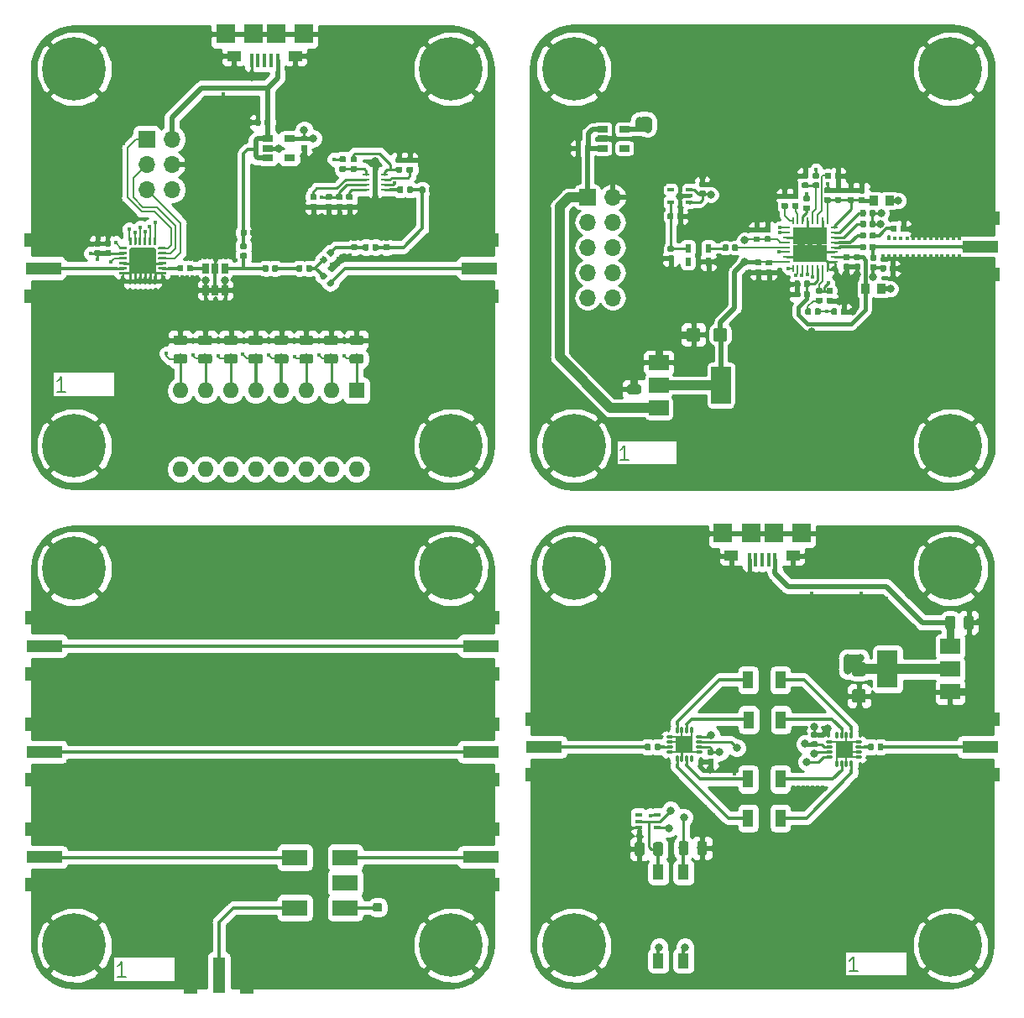
<source format=gtl>
%MOIN*%
%OFA0B0*%
%FSLAX46Y46*%
%IPPOS*%
%LPD*%
%ADD10C,0.0078740157480314977*%
%ADD11R,0.1X0.064960629921259838*%
%ADD12R,0.16535433070866143X0.053149606299212608*%
%ADD13R,0.14173228346456693X0.05*%
%ADD14R,0.053149606299212608X0.16535433070866143*%
%ADD15R,0.05X0.14173228346456693*%
%ADD16C,0.0039370078740157488*%
%ADD17C,0.034448818897637797*%
%ADD18C,0.031496062992125991*%
%ADD19C,0.25196850393700793*%
%ADD20C,0.023622047244094488*%
%ADD21C,0.033464566929133861*%
%ADD22C,0.012204724409448819*%
%ADD23C,0.03661417322834646*%
%ADD24C,0.01*%
%ADD35C,0.0078740157480314977*%
%ADD36C,0.023622047244094488*%
%ADD37R,0.070866141732283464X0.070866141732283464*%
%ADD38O,0.011811023622047244X0.029527559055118113*%
%ADD39O,0.029527559055118113X0.011811023622047244*%
%ADD40R,0.043307086614173235X0.059055118110236227*%
%ADD41R,0.040944881889763786X0.070866141732283464*%
%ADD42R,0.024015748031496063X0.049015748031496068*%
%ADD43C,0.023622047244094488*%
%ADD44C,0.0039370078740157488*%
%ADD45C,0.038385826771653545*%
%ADD46C,0.023228346456692913*%
%ADD47C,0.053149606299212608*%
%ADD48C,0.25196850393700793*%
%ADD49C,0.031496062992125991*%
%ADD50R,0.074803149606299218X0.074803149606299218*%
%ADD51R,0.053149606299212608X0.03937007874015748*%
%ADD52R,0.015748031496062995X0.053149606299212608*%
%ADD53R,0.16535433070866143X0.053149606299212608*%
%ADD54R,0.14173228346456693X0.05*%
%ADD55R,0.025590551181102365X0.015748031496062995*%
%ADD56R,0.07874015748031496X0.14960629921259844*%
%ADD57R,0.07874015748031496X0.059055118110236227*%
%ADD58C,0.017716535433070866*%
%ADD59C,0.031496062992125991*%
%ADD60C,0.00984251968503937*%
%ADD61C,0.012204724409448819*%
%ADD62C,0.031496062992125991*%
%ADD63C,0.015748031496062995*%
%ADD64C,0.01968503937007874*%
%ADD65C,0.0078740157480314977*%
%ADD66C,0.03937007874015748*%
%ADD67C,0.023622047244094488*%
%ADD68C,0.011811023622047244*%
%ADD69C,0.01*%
%ADD70C,0.0078740157480314977*%
%ADD71C,0.0039370078740157488*%
%ADD72C,0.10236220472440946*%
%ADD73C,0.01968503937007874*%
%ADD74C,0.00984251968503937*%
%ADD75C,0.023228346456692913*%
%ADD76R,0.074803149606299218X0.074803149606299218*%
%ADD77R,0.053149606299212608X0.03937007874015748*%
%ADD78R,0.015748031496062995X0.053149606299212608*%
%ADD79R,0.14173228346456693X0.05*%
%ADD80R,0.16535433070866143X0.053149606299212608*%
%ADD81C,0.038385826771653545*%
%ADD82R,0.062992125984251982X0.062992125984251982*%
%ADD83O,0.062992125984251982X0.062992125984251982*%
%ADD84R,0.041732283464566935X0.025590551181102365*%
%ADD85R,0.027559055118110236X0.00984251968503937*%
%ADD86R,0.024015748031496063X0.086614173228346469*%
%ADD87C,0.031496062992125991*%
%ADD88C,0.25196850393700793*%
%ADD89R,0.066929133858267723X0.066929133858267723*%
%ADD90O,0.066929133858267723X0.066929133858267723*%
%ADD91R,0.025590551181102365X0.041732283464566935*%
%ADD92C,0.017716535433070866*%
%ADD93C,0.031496062992125991*%
%ADD94C,0.012204724409448819*%
%ADD95C,0.01968503937007874*%
%ADD96C,0.015748031496062995*%
%ADD97C,0.011811023622047244*%
%ADD98C,0.00984251968503937*%
%ADD99C,0.0078740157480314977*%
%ADD100C,0.013779527559055118*%
%ADD101C,0.01*%
%ADD102C,0.0078740157480314977*%
%ADD103R,0.14173228346456693X0.05*%
%ADD104R,0.16535433070866143X0.053149606299212608*%
%ADD105C,0.0039370078740157488*%
%ADD106C,0.023228346456692913*%
%ADD107R,0.033464566929133861X0.03937007874015748*%
%ADD108R,0.024803149606299216X0.033070866141732283*%
%ADD109R,0.067913385826771658X0.067913385826771658*%
%ADD110R,0.027559055118110236X0.00984251968503937*%
%ADD111R,0.00984251968503937X0.027559055118110236*%
%ADD112C,0.023622047244094488*%
%ADD113C,0.038385826771653545*%
%ADD114C,0.053149606299212608*%
%ADD115C,0.031496062992125991*%
%ADD116C,0.25196850393700793*%
%ADD117R,0.066929133858267723X0.066929133858267723*%
%ADD118O,0.066929133858267723X0.066929133858267723*%
%ADD119R,0.07874015748031496X0.14960629921259844*%
%ADD120R,0.07874015748031496X0.059055118110236227*%
%ADD121R,0.041732283464566935X0.025590551181102365*%
%ADD122R,0.025590551181102365X0.015748031496062995*%
%ADD123C,0.031496062992125991*%
%ADD124C,0.017716535433070866*%
%ADD125C,0.00984251968503937*%
%ADD126C,0.0078740157480314977*%
%ADD127C,0.015748031496062995*%
%ADD128C,0.01968503937007874*%
%ADD129C,0.031496062992125991*%
%ADD130C,0.03937007874015748*%
%ADD131C,0.012204724409448819*%
%ADD132C,0.01*%
G01*
D10*
X0000402699Y0000071709D02*
X0000368953Y0000071709D01*
X0000385826Y0000071709D02*
X0000385826Y0000130764D01*
X0000380202Y0000122328D01*
X0000374578Y0000116704D01*
X0000368953Y0000113892D01*
D11*
X0001273337Y0000545235D03*
X0001073337Y0000545235D03*
X0001273337Y0000445235D03*
X0001073337Y0000445235D03*
X0001273337Y0000345235D03*
X0001073337Y0000345235D03*
D12*
X0000086614Y0000658464D03*
X0000086614Y0000436023D03*
D13*
X0000078740Y0000547244D03*
D12*
X0000086614Y0001497047D03*
X0000086614Y0001274606D03*
D13*
X0000078740Y0001385826D03*
D14*
X0000660433Y0000086614D03*
X0000882874Y0000086614D03*
D15*
X0000771653Y0000078740D03*
D12*
X0001803149Y0001274606D03*
X0001803149Y0001497047D03*
D13*
X0001811023Y0001385826D03*
D12*
X0001803149Y0000436023D03*
X0001803149Y0000658464D03*
D13*
X0001811023Y0000547244D03*
D16*
G36*
X0001412507Y0000426139D02*
X0001413343Y0000426015D01*
X0001414163Y0000425810D01*
X0001414959Y0000425525D01*
X0001415723Y0000425164D01*
X0001416448Y0000424729D01*
X0001417126Y0000424226D01*
X0001417753Y0000423658D01*
X0001418320Y0000423032D01*
X0001418824Y0000422353D01*
X0001419258Y0000421628D01*
X0001419620Y0000420864D01*
X0001419904Y0000420068D01*
X0001420110Y0000419249D01*
X0001420234Y0000418412D01*
X0001420275Y0000417568D01*
X0001420275Y0000400344D01*
X0001420234Y0000399500D01*
X0001420110Y0000398664D01*
X0001419904Y0000397844D01*
X0001419620Y0000397048D01*
X0001419258Y0000396284D01*
X0001418824Y0000395559D01*
X0001418320Y0000394880D01*
X0001417753Y0000394254D01*
X0001417126Y0000393687D01*
X0001416448Y0000393183D01*
X0001415723Y0000392749D01*
X0001414959Y0000392387D01*
X0001414163Y0000392103D01*
X0001413343Y0000391897D01*
X0001412507Y0000391773D01*
X0001411663Y0000391732D01*
X0001391486Y0000391732D01*
X0001390642Y0000391773D01*
X0001389806Y0000391897D01*
X0001388986Y0000392103D01*
X0001388190Y0000392387D01*
X0001387426Y0000392749D01*
X0001386701Y0000393183D01*
X0001386022Y0000393687D01*
X0001385396Y0000394254D01*
X0001384828Y0000394880D01*
X0001384325Y0000395559D01*
X0001383890Y0000396284D01*
X0001383529Y0000397048D01*
X0001383244Y0000397844D01*
X0001383039Y0000398664D01*
X0001382915Y0000399500D01*
X0001382874Y0000400344D01*
X0001382874Y0000417568D01*
X0001382915Y0000418412D01*
X0001383039Y0000419249D01*
X0001383244Y0000420068D01*
X0001383529Y0000420864D01*
X0001383890Y0000421628D01*
X0001384325Y0000422353D01*
X0001384828Y0000423032D01*
X0001385396Y0000423658D01*
X0001386022Y0000424226D01*
X0001386701Y0000424729D01*
X0001387426Y0000425164D01*
X0001388190Y0000425525D01*
X0001388986Y0000425810D01*
X0001389806Y0000426015D01*
X0001390642Y0000426139D01*
X0001391486Y0000426181D01*
X0001411663Y0000426181D01*
X0001412507Y0000426139D01*
X0001412507Y0000426139D01*
G37*
D17*
X0001401574Y0000408956D03*
D16*
G36*
X0001412507Y0000364131D02*
X0001413343Y0000364007D01*
X0001414163Y0000363802D01*
X0001414959Y0000363517D01*
X0001415723Y0000363156D01*
X0001416448Y0000362721D01*
X0001417126Y0000362218D01*
X0001417753Y0000361650D01*
X0001418320Y0000361024D01*
X0001418824Y0000360345D01*
X0001419258Y0000359620D01*
X0001419620Y0000358856D01*
X0001419904Y0000358061D01*
X0001420110Y0000357241D01*
X0001420234Y0000356405D01*
X0001420275Y0000355561D01*
X0001420275Y0000338336D01*
X0001420234Y0000337492D01*
X0001420110Y0000336656D01*
X0001419904Y0000335836D01*
X0001419620Y0000335040D01*
X0001419258Y0000334276D01*
X0001418824Y0000333551D01*
X0001418320Y0000332873D01*
X0001417753Y0000332246D01*
X0001417126Y0000331679D01*
X0001416448Y0000331175D01*
X0001415723Y0000330741D01*
X0001414959Y0000330379D01*
X0001414163Y0000330095D01*
X0001413343Y0000329889D01*
X0001412507Y0000329765D01*
X0001411663Y0000329724D01*
X0001391486Y0000329724D01*
X0001390642Y0000329765D01*
X0001389806Y0000329889D01*
X0001388986Y0000330095D01*
X0001388190Y0000330379D01*
X0001387426Y0000330741D01*
X0001386701Y0000331175D01*
X0001386022Y0000331679D01*
X0001385396Y0000332246D01*
X0001384828Y0000332873D01*
X0001384325Y0000333551D01*
X0001383890Y0000334276D01*
X0001383529Y0000335040D01*
X0001383244Y0000335836D01*
X0001383039Y0000336656D01*
X0001382915Y0000337492D01*
X0001382874Y0000338336D01*
X0001382874Y0000355561D01*
X0001382915Y0000356405D01*
X0001383039Y0000357241D01*
X0001383244Y0000358061D01*
X0001383529Y0000358856D01*
X0001383890Y0000359620D01*
X0001384325Y0000360345D01*
X0001384828Y0000361024D01*
X0001385396Y0000361650D01*
X0001386022Y0000362218D01*
X0001386701Y0000362721D01*
X0001387426Y0000363156D01*
X0001388190Y0000363517D01*
X0001388986Y0000363802D01*
X0001389806Y0000364007D01*
X0001390642Y0000364131D01*
X0001391486Y0000364173D01*
X0001411663Y0000364173D01*
X0001412507Y0000364131D01*
X0001412507Y0000364131D01*
G37*
D17*
X0001401574Y0000346948D03*
D18*
X0000263663Y0000263663D03*
X0000196850Y0000291338D03*
X0000130037Y0000263663D03*
X0000102362Y0000196850D03*
X0000130037Y0000130037D03*
X0000196850Y0000102362D03*
X0000263663Y0000130037D03*
X0000291338Y0000196850D03*
D19*
X0000196850Y0000196850D03*
D18*
X0001759726Y0000263663D03*
X0001692913Y0000291338D03*
X0001626100Y0000263663D03*
X0001598425Y0000196850D03*
X0001626100Y0000130037D03*
X0001692913Y0000102362D03*
X0001759726Y0000130037D03*
X0001787401Y0000196850D03*
D19*
X0001692913Y0000196850D03*
X0001692913Y0001692913D03*
D18*
X0001787401Y0001692913D03*
X0001759726Y0001626100D03*
X0001692913Y0001598425D03*
X0001626100Y0001626100D03*
X0001598425Y0001692913D03*
X0001626100Y0001759726D03*
X0001692913Y0001787401D03*
X0001759726Y0001759726D03*
D19*
X0000196850Y0001692913D03*
D18*
X0000291338Y0001692913D03*
X0000263663Y0001626100D03*
X0000196850Y0001598425D03*
X0000130037Y0001626100D03*
X0000102362Y0001692913D03*
X0000130037Y0001759726D03*
X0000196850Y0001787401D03*
X0000263663Y0001759726D03*
D13*
X0000078740Y0000964566D03*
D12*
X0000086614Y0000853346D03*
X0000086614Y0001075787D03*
X0001803149Y0000853346D03*
X0001803149Y0001075787D03*
D13*
X0001811023Y0000964566D03*
D20*
X0000015748Y0001511811D03*
X0000015748Y0001259842D03*
X0001874015Y0001259842D03*
X0001874015Y0001511811D03*
X0001842519Y0000673228D03*
X0001814960Y0000673228D03*
X0001787401Y0000673228D03*
X0001759842Y0000673228D03*
X0001732283Y0000673228D03*
X0001787401Y0000421259D03*
X0001814960Y0000421259D03*
X0001759842Y0000421259D03*
X0001842519Y0000421259D03*
X0001732283Y0000421259D03*
X0000646556Y0000047491D03*
X0000646556Y0000102609D03*
X0000646556Y0000157727D03*
X0000646556Y0000075050D03*
X0000646556Y0000130168D03*
X0000899412Y0000047738D03*
X0000899412Y0000075297D03*
X0000899412Y0000102856D03*
X0000899412Y0000130415D03*
X0000899412Y0000157974D03*
X0000070866Y0000673228D03*
X0000098425Y0000673228D03*
X0000043307Y0000673228D03*
X0000125984Y0000673228D03*
X0000015748Y0000673228D03*
X0000043307Y0000421259D03*
X0000098425Y0000421259D03*
X0000015748Y0000421259D03*
X0000125984Y0000421259D03*
X0000070866Y0000421259D03*
X0001177165Y0000448818D03*
X0001177165Y0000507874D03*
X0001177165Y0000566929D03*
X0001177165Y0000389763D03*
X0001177165Y0000330708D03*
X0000893700Y0000389763D03*
X0000751968Y0000326771D03*
X0000771653Y0000346456D03*
X0000791338Y0000366141D03*
X0000811023Y0000385826D03*
X0000866141Y0000389763D03*
X0000921259Y0000389763D03*
X0000948818Y0000389763D03*
X0000976377Y0000389763D03*
X0000838582Y0000389763D03*
X0001874015Y0001090551D03*
X0001791338Y0001090551D03*
X0001818897Y0001090551D03*
X0001846456Y0001090551D03*
X0001763779Y0001090551D03*
X0001763779Y0000838582D03*
X0001874015Y0000838582D03*
X0001846456Y0000838582D03*
X0001818897Y0000838582D03*
X0001791338Y0000838582D03*
X0000015748Y0000838582D03*
X0000125984Y0000838582D03*
X0000098425Y0000838582D03*
X0000070866Y0000838582D03*
X0000043307Y0000838582D03*
X0000015748Y0001090551D03*
X0000070866Y0001090551D03*
X0000043307Y0001090551D03*
X0000098425Y0001090551D03*
X0000125984Y0001090551D03*
X0000153543Y0001090551D03*
X0000153543Y0000673228D03*
X0000153543Y0000421259D03*
X0000899412Y0000019685D03*
X0000646556Y0000019685D03*
X0000153543Y0000838582D03*
X0001736220Y0001090551D03*
X0001736220Y0000838582D03*
X0001736220Y0001511811D03*
X0000153543Y0001259842D03*
X0001736220Y0001259842D03*
X0000153543Y0001511811D03*
X0000125984Y0001259842D03*
X0001846456Y0001511811D03*
X0001791338Y0001511811D03*
X0000125984Y0001511811D03*
X0000043307Y0001259842D03*
X0001763779Y0001259842D03*
X0001846456Y0001259842D03*
X0000098425Y0001511811D03*
X0001818897Y0001511811D03*
X0001818897Y0001259842D03*
X0000043307Y0001511811D03*
X0001791338Y0001259842D03*
X0000098425Y0001259842D03*
X0000070866Y0001511811D03*
X0000070866Y0001259842D03*
X0001763779Y0001511811D03*
X0000181102Y0001425196D03*
X0000236220Y0001425196D03*
X0000208661Y0001425196D03*
X0000263779Y0001425196D03*
X0000291338Y0001425196D03*
X0000318897Y0001425196D03*
X0000484251Y0001425196D03*
X0000456692Y0001425196D03*
X0000374015Y0001425196D03*
X0000346456Y0001425196D03*
X0000429133Y0001425196D03*
X0000401574Y0001425196D03*
X0000566929Y0001425196D03*
X0000539370Y0001425196D03*
X0000511811Y0001425196D03*
X0000649606Y0001425196D03*
X0000622047Y0001425196D03*
X0000594488Y0001425196D03*
X0000787401Y0001425196D03*
X0000980314Y0001425196D03*
X0000870078Y0001425196D03*
X0001062992Y0001425196D03*
X0000759842Y0001425196D03*
X0000677165Y0001425196D03*
X0000842519Y0001425196D03*
X0001090551Y0001425196D03*
X0001118110Y0001425196D03*
X0001035433Y0001425196D03*
X0000814960Y0001425196D03*
X0000952755Y0001425196D03*
X0000732283Y0001425196D03*
X0000704724Y0001425196D03*
X0000925196Y0001425196D03*
X0000897637Y0001425196D03*
X0001007873Y0001425196D03*
X0001366141Y0001425196D03*
X0001559055Y0001425196D03*
X0001173228Y0001425196D03*
X0001255905Y0001425196D03*
X0001448818Y0001425196D03*
X0001200787Y0001425196D03*
X0001421259Y0001425196D03*
X0001311023Y0001425196D03*
X0001145669Y0001425196D03*
X0001393700Y0001425196D03*
X0001476377Y0001425196D03*
X0001283464Y0001425196D03*
X0001586614Y0001425196D03*
X0001531496Y0001425196D03*
X0001503936Y0001425196D03*
X0001228346Y0001425196D03*
X0001338582Y0001425196D03*
X0001669291Y0001425196D03*
X0001641732Y0001425196D03*
X0001614173Y0001425196D03*
X0001696850Y0001425196D03*
X0001283464Y0001346456D03*
X0001531496Y0001346456D03*
X0001503936Y0001346456D03*
X0001228346Y0001346456D03*
X0001338582Y0001346456D03*
X0001586614Y0001346456D03*
X0001421259Y0001346456D03*
X0001200787Y0001346456D03*
X0001311023Y0001346456D03*
X0001393700Y0001346456D03*
X0001476377Y0001346456D03*
X0001559055Y0001346456D03*
X0001448818Y0001346456D03*
X0001145669Y0001346456D03*
X0001255905Y0001346456D03*
X0001366141Y0001346456D03*
X0001173228Y0001346456D03*
X0000897637Y0001346456D03*
X0000318897Y0001346456D03*
X0000511811Y0001346456D03*
X0001090551Y0001346456D03*
X0000401574Y0001346456D03*
X0000704724Y0001346456D03*
X0000594488Y0001346456D03*
X0000291338Y0001346456D03*
X0000208661Y0001346456D03*
X0000374015Y0001346456D03*
X0000622047Y0001346456D03*
X0000787401Y0001346456D03*
X0000980314Y0001346456D03*
X0000732283Y0001346456D03*
X0000952755Y0001346456D03*
X0000842519Y0001346456D03*
X0001641732Y0001346456D03*
X0001614173Y0001346456D03*
X0000677165Y0001346456D03*
X0000925196Y0001346456D03*
X0001007873Y0001346456D03*
X0001696850Y0001346456D03*
X0000649606Y0001346456D03*
X0000814960Y0001346456D03*
X0001118110Y0001346456D03*
X0001062992Y0001346456D03*
X0000566929Y0001346456D03*
X0001669291Y0001346456D03*
X0000346456Y0001346456D03*
X0001035433Y0001346456D03*
X0000484251Y0001346456D03*
X0000759842Y0001346456D03*
X0000870078Y0001346456D03*
X0000263779Y0001346456D03*
X0000236220Y0001346456D03*
X0000456692Y0001346456D03*
X0000429133Y0001346456D03*
X0000539370Y0001346456D03*
X0001527559Y0001007873D03*
X0001582677Y0001007873D03*
X0001307086Y0001007873D03*
X0001224409Y0001007873D03*
X0001334645Y0001007873D03*
X0001279527Y0001007873D03*
X0001196850Y0001007873D03*
X0001389763Y0001007873D03*
X0001555118Y0001007873D03*
X0001444881Y0001007873D03*
X0001472440Y0001007873D03*
X0001141732Y0001007873D03*
X0001251968Y0001007873D03*
X0001362204Y0001007873D03*
X0000893700Y0001007873D03*
X0001417322Y0001007873D03*
X0001499999Y0001007873D03*
X0000314960Y0001007873D03*
X0000507874Y0001007873D03*
X0001086614Y0001007873D03*
X0000397637Y0001007873D03*
X0001169291Y0001007873D03*
X0000783464Y0001007873D03*
X0000700787Y0001007873D03*
X0000590551Y0001007873D03*
X0000204724Y0001007873D03*
X0000287401Y0001007873D03*
X0000618110Y0001007873D03*
X0000976377Y0001007873D03*
X0000728346Y0001007873D03*
X0000838582Y0001007873D03*
X0000370078Y0001007873D03*
X0001637795Y0001007873D03*
X0001610236Y0001007873D03*
X0000673228Y0001007873D03*
X0000921259Y0001007873D03*
X0000948818Y0001007873D03*
X0001003937Y0001007873D03*
X0001692913Y0001007873D03*
X0000562992Y0001007873D03*
X0000342519Y0001007873D03*
X0001031496Y0001007873D03*
X0000755905Y0001007873D03*
X0000866141Y0001007873D03*
X0000259842Y0001007873D03*
X0000645669Y0001007873D03*
X0000480314Y0001007873D03*
X0000811023Y0001007873D03*
X0001114173Y0001007873D03*
X0001059055Y0001007873D03*
X0001665354Y0001007873D03*
X0000535433Y0001007873D03*
X0000425196Y0001007873D03*
X0000232283Y0001007873D03*
X0000452755Y0001007873D03*
X0001003937Y0000925196D03*
X0000618110Y0000925196D03*
X0000370078Y0000925196D03*
X0001086614Y0000925196D03*
X0000811023Y0000925196D03*
X0000838582Y0000925196D03*
X0000700787Y0000925196D03*
X0000535433Y0000925196D03*
X0000452755Y0000925196D03*
X0000590551Y0000925196D03*
X0001665354Y0000925196D03*
X0000673228Y0000925196D03*
X0000507874Y0000925196D03*
X0001637795Y0000925196D03*
X0000783464Y0000925196D03*
X0000232283Y0000925196D03*
X0001692913Y0000925196D03*
X0000397637Y0000925196D03*
X0001114173Y0000925196D03*
X0000921259Y0000925196D03*
X0000342519Y0000925196D03*
X0001610236Y0000925196D03*
X0000204724Y0000925196D03*
X0000728346Y0000925196D03*
X0000755905Y0000925196D03*
X0001059055Y0000925196D03*
X0001169291Y0000925196D03*
X0000645669Y0000925196D03*
X0000480314Y0000925196D03*
X0000866141Y0000925196D03*
X0000425196Y0000925196D03*
X0000562992Y0000925196D03*
X0000259842Y0000925196D03*
X0000948818Y0000925196D03*
X0000287401Y0000925196D03*
X0000976377Y0000925196D03*
X0001031496Y0000925196D03*
X0000314960Y0000925196D03*
X0000893700Y0000925196D03*
X0001417322Y0000925196D03*
X0001499999Y0000925196D03*
X0001472440Y0000925196D03*
X0001141732Y0000925196D03*
X0001251968Y0000925196D03*
X0001362204Y0000925196D03*
X0001279527Y0000925196D03*
X0001224409Y0000925196D03*
X0001389763Y0000925196D03*
X0001555118Y0000925196D03*
X0001334645Y0000925196D03*
X0001582677Y0000925196D03*
X0001444881Y0000925196D03*
X0001307086Y0000925196D03*
X0001527559Y0000925196D03*
X0001196850Y0000925196D03*
X0000350393Y0000586614D03*
X0000708661Y0000586614D03*
X0000405511Y0000586614D03*
X0000543307Y0000586614D03*
X0000295275Y0000586614D03*
X0000763779Y0000586614D03*
X0000212598Y0000586614D03*
X0000929133Y0000586614D03*
X0001618110Y0000586614D03*
X0000240157Y0000586614D03*
X0001397637Y0000586614D03*
X0000984251Y0000586614D03*
X0000322834Y0000586614D03*
X0000736220Y0000586614D03*
X0001370078Y0000586614D03*
X0000653543Y0000586614D03*
X0000488188Y0000586614D03*
X0001425196Y0000586614D03*
X0000791338Y0000586614D03*
X0000433070Y0000586614D03*
X0001535433Y0000586614D03*
X0000267716Y0000586614D03*
X0000460629Y0000586614D03*
X0001673228Y0000586614D03*
X0000681102Y0000586614D03*
X0000625984Y0000586614D03*
X0000598425Y0000586614D03*
X0000515747Y0000586614D03*
X0000846456Y0000586614D03*
X0001452755Y0000586614D03*
X0000874015Y0000586614D03*
X0000901574Y0000586614D03*
X0001590551Y0000586614D03*
X0000570866Y0000586614D03*
X0001562992Y0000586614D03*
X0001507874Y0000586614D03*
X0000818897Y0000586614D03*
X0000185039Y0000586614D03*
X0000377952Y0000586614D03*
X0000956692Y0000586614D03*
X0001480314Y0000586614D03*
X0001645669Y0000586614D03*
X0000181102Y0001346456D03*
X0000177165Y0000925196D03*
X0000177165Y0001007873D03*
X0001700787Y0000586614D03*
X0001425196Y0000503936D03*
X0001535433Y0000503936D03*
X0001480314Y0000503936D03*
X0001562992Y0000503936D03*
X0001673228Y0000503936D03*
X0001645669Y0000503936D03*
X0001452755Y0000503936D03*
X0001507874Y0000503936D03*
X0001590551Y0000503936D03*
X0001397637Y0000503936D03*
X0001370078Y0000503936D03*
X0001618110Y0000503936D03*
X0001700787Y0000503936D03*
X0000795275Y0000503936D03*
X0000933070Y0000503936D03*
X0000822834Y0000503936D03*
X0000905511Y0000503936D03*
X0000712598Y0000503936D03*
X0000740157Y0000503936D03*
X0000960629Y0000503936D03*
X0000850393Y0000503936D03*
X0000877952Y0000503936D03*
X0000657480Y0000503936D03*
X0000767716Y0000503936D03*
X0000988188Y0000503936D03*
X0000685039Y0000503936D03*
X0000326771Y0000503936D03*
X0000299212Y0000503936D03*
X0000409448Y0000503936D03*
X0000492125Y0000503936D03*
X0000519685Y0000503936D03*
X0000547244Y0000503936D03*
X0000464566Y0000503936D03*
X0000437007Y0000503936D03*
X0000381889Y0000503936D03*
X0000602362Y0000503936D03*
X0000574803Y0000503936D03*
X0000354330Y0000503936D03*
X0000629921Y0000503936D03*
X0000271653Y0000503936D03*
X0000188976Y0000503936D03*
X0000244094Y0000503936D03*
X0000216535Y0000503936D03*
X0000732283Y0000307086D03*
X0000732283Y0000279527D03*
X0000732283Y0000224409D03*
X0000732283Y0000196850D03*
X0000732283Y0000251968D03*
X0000830708Y0000287401D03*
X0000850393Y0000307086D03*
X0000811023Y0000240157D03*
X0000811023Y0000212598D03*
X0000811023Y0000185039D03*
X0000811023Y0000267716D03*
X0000933070Y0000307086D03*
X0000905511Y0000307086D03*
X0000960629Y0000307086D03*
X0000877952Y0000307086D03*
X0000988188Y0000307086D03*
X0001870078Y0000673228D03*
X0001870078Y0000421259D03*
D21*
X0001275345Y0000547244D02*
X0001273337Y0000545235D01*
D22*
X0001809015Y0000545235D02*
X0001811023Y0000547244D01*
X0001273337Y0000545235D02*
X0001809015Y0000545235D01*
D23*
X0001071329Y0000547244D02*
X0001073337Y0000545235D01*
D22*
X0000080748Y0000545235D02*
X0000078740Y0000547244D01*
X0001073337Y0000545235D02*
X0000080748Y0000545235D01*
D23*
X0001274558Y0000346456D02*
X0001273337Y0000345235D01*
D22*
X0001399861Y0000345235D02*
X0001401574Y0000346948D01*
X0001273337Y0000345235D02*
X0001399861Y0000345235D01*
X0000771653Y0000288896D02*
X0000771653Y0000078740D01*
X0001073337Y0000345235D02*
X0000827992Y0000345235D01*
X0000827992Y0000345235D02*
X0000771653Y0000288896D01*
X0000078740Y0001385826D02*
X0001811023Y0001385826D01*
X0000078740Y0000964566D02*
X0001814960Y0000964566D01*
D24*
G36*
X0001716904Y0000929935D02*
X0001722360Y0000921770D01*
X0001730525Y0000916314D01*
X0001740157Y0000914398D01*
X0001861141Y0000914398D01*
X0001861141Y0000597412D01*
X0001740157Y0000597412D01*
X0001730525Y0000595496D01*
X0001722360Y0000590040D01*
X0001716904Y0000581875D01*
X0001715740Y0000576023D01*
X0001348506Y0000576023D01*
X0001348506Y0000577716D01*
X0001346590Y0000587347D01*
X0001341134Y0000595512D01*
X0001332969Y0000600968D01*
X0001323337Y0000602884D01*
X0001223337Y0000602884D01*
X0001213706Y0000600968D01*
X0001205540Y0000595512D01*
X0001200084Y0000587347D01*
X0001198169Y0000577716D01*
X0001198169Y0000512755D01*
X0001200084Y0000503123D01*
X0001205355Y0000495235D01*
X0001200084Y0000487347D01*
X0001198169Y0000477716D01*
X0001198169Y0000412755D01*
X0001200084Y0000403123D01*
X0001205355Y0000395235D01*
X0001200084Y0000387347D01*
X0001198169Y0000377716D01*
X0001198169Y0000312755D01*
X0001200084Y0000303123D01*
X0001205540Y0000294958D01*
X0001213706Y0000289502D01*
X0001223337Y0000287586D01*
X0001323337Y0000287586D01*
X0001332969Y0000289502D01*
X0001341134Y0000294958D01*
X0001346590Y0000303123D01*
X0001348506Y0000312755D01*
X0001348506Y0000314448D01*
X0001367601Y0000314448D01*
X0001378558Y0000307127D01*
X0001391486Y0000304555D01*
X0001411663Y0000304555D01*
X0001412691Y0000304760D01*
X0001592074Y0000304760D01*
X0001692913Y0000203921D01*
X0001793752Y0000304760D01*
X0001779305Y0000324265D01*
X0001723969Y0000347627D01*
X0001663905Y0000348034D01*
X0001608257Y0000325425D01*
X0001606521Y0000324265D01*
X0001592074Y0000304760D01*
X0001412691Y0000304760D01*
X0001424590Y0000307127D01*
X0001435550Y0000314449D01*
X0001442872Y0000325409D01*
X0001445444Y0000338336D01*
X0001445444Y0000355561D01*
X0001442872Y0000368488D01*
X0001435550Y0000379447D01*
X0001424590Y0000386770D01*
X0001411663Y0000389341D01*
X0001391486Y0000389341D01*
X0001378558Y0000386770D01*
X0001367599Y0000379447D01*
X0001365311Y0000376023D01*
X0001348506Y0000376023D01*
X0001348506Y0000377716D01*
X0001346590Y0000387347D01*
X0001341319Y0000395235D01*
X0001346590Y0000403123D01*
X0001348506Y0000412755D01*
X0001348506Y0000477716D01*
X0001346590Y0000487347D01*
X0001341319Y0000495235D01*
X0001346590Y0000503123D01*
X0001348506Y0000512755D01*
X0001348506Y0000514448D01*
X0001716539Y0000514448D01*
X0001716904Y0000512612D01*
X0001722360Y0000504447D01*
X0001730525Y0000498991D01*
X0001740157Y0000497075D01*
X0001861141Y0000497075D01*
X0001861141Y0000198125D01*
X0001858370Y0000167079D01*
X0001850484Y0000138250D01*
X0001837616Y0000111273D01*
X0001820175Y0000087000D01*
X0001798711Y0000066200D01*
X0001773903Y0000049530D01*
X0001746535Y0000037516D01*
X0001717251Y0000030486D01*
X0001691863Y0000028622D01*
X0000821822Y0000028622D01*
X0000821822Y0000088940D01*
X0001592074Y0000088940D01*
X0001606521Y0000069435D01*
X0001661857Y0000046073D01*
X0001721920Y0000045665D01*
X0001777568Y0000068274D01*
X0001779305Y0000069435D01*
X0001793752Y0000088940D01*
X0001692913Y0000189779D01*
X0001592074Y0000088940D01*
X0000821822Y0000088940D01*
X0000821822Y0000149606D01*
X0000819906Y0000159237D01*
X0000814450Y0000167403D01*
X0000813792Y0000167842D01*
X0001541728Y0000167842D01*
X0001564337Y0000112195D01*
X0001565498Y0000110458D01*
X0001585003Y0000096011D01*
X0001685842Y0000196850D01*
X0001699984Y0000196850D01*
X0001800823Y0000096011D01*
X0001820328Y0000110458D01*
X0001843690Y0000165794D01*
X0001844097Y0000225857D01*
X0001821488Y0000281505D01*
X0001820328Y0000283242D01*
X0001800823Y0000297689D01*
X0001699984Y0000196850D01*
X0001685842Y0000196850D01*
X0001585003Y0000297689D01*
X0001565498Y0000283242D01*
X0001542136Y0000227906D01*
X0001541728Y0000167842D01*
X0000813792Y0000167842D01*
X0000806285Y0000172859D01*
X0000802440Y0000173623D01*
X0000802440Y0000276144D01*
X0000840745Y0000314448D01*
X0000998169Y0000314448D01*
X0000998169Y0000312755D01*
X0001000084Y0000303123D01*
X0001005540Y0000294958D01*
X0001013706Y0000289502D01*
X0001023337Y0000287586D01*
X0001123337Y0000287586D01*
X0001132969Y0000289502D01*
X0001141134Y0000294958D01*
X0001146590Y0000303123D01*
X0001148506Y0000312755D01*
X0001148506Y0000377716D01*
X0001146590Y0000387347D01*
X0001141134Y0000395513D01*
X0001132969Y0000400968D01*
X0001123337Y0000402884D01*
X0001023337Y0000402884D01*
X0001013706Y0000400968D01*
X0001005540Y0000395513D01*
X0001000084Y0000387347D01*
X0000998169Y0000377716D01*
X0000998169Y0000376023D01*
X0000831024Y0000376023D01*
X0000827992Y0000376626D01*
X0000824960Y0000376023D01*
X0000824960Y0000376023D01*
X0000815979Y0000374236D01*
X0000812455Y0000371882D01*
X0000808366Y0000369149D01*
X0000808366Y0000369149D01*
X0000805796Y0000367432D01*
X0000804078Y0000364861D01*
X0000752027Y0000312810D01*
X0000749457Y0000311093D01*
X0000742652Y0000300909D01*
X0000740866Y0000291929D01*
X0000740866Y0000291928D01*
X0000740263Y0000288896D01*
X0000740866Y0000285864D01*
X0000740866Y0000173623D01*
X0000737021Y0000172859D01*
X0000728856Y0000167403D01*
X0000723400Y0000159237D01*
X0000721484Y0000149606D01*
X0000721484Y0000028622D01*
X0000198125Y0000028622D01*
X0000167079Y0000031392D01*
X0000138250Y0000039279D01*
X0000111273Y0000052147D01*
X0000087000Y0000069588D01*
X0000068247Y0000088940D01*
X0000096011Y0000088940D01*
X0000110458Y0000069435D01*
X0000165794Y0000046073D01*
X0000225857Y0000045665D01*
X0000281505Y0000068274D01*
X0000283242Y0000069435D01*
X0000297689Y0000088940D01*
X0000196850Y0000189779D01*
X0000096011Y0000088940D01*
X0000068247Y0000088940D01*
X0000066200Y0000091052D01*
X0000049530Y0000115860D01*
X0000037516Y0000143228D01*
X0000031607Y0000167842D01*
X0000045665Y0000167842D01*
X0000068274Y0000112195D01*
X0000069435Y0000110458D01*
X0000088940Y0000096011D01*
X0000189779Y0000196850D01*
X0000203921Y0000196850D01*
X0000304760Y0000096011D01*
X0000324265Y0000110458D01*
X0000340793Y0000149606D01*
X0000349330Y0000149606D01*
X0000349330Y0000057086D01*
X0000349711Y0000055173D01*
X0000350795Y0000053551D01*
X0000352417Y0000052467D01*
X0000354330Y0000052086D01*
X0000594488Y0000052086D01*
X0000596401Y0000052467D01*
X0000598023Y0000053551D01*
X0000599107Y0000055173D01*
X0000599488Y0000057086D01*
X0000599488Y0000149606D01*
X0000599107Y0000151519D01*
X0000598023Y0000153141D01*
X0000596401Y0000154225D01*
X0000594488Y0000154606D01*
X0000354330Y0000154606D01*
X0000352417Y0000154225D01*
X0000350795Y0000153141D01*
X0000349711Y0000151519D01*
X0000349330Y0000149606D01*
X0000340793Y0000149606D01*
X0000347627Y0000165794D01*
X0000348034Y0000225857D01*
X0000325425Y0000281505D01*
X0000324265Y0000283242D01*
X0000304760Y0000297689D01*
X0000203921Y0000196850D01*
X0000189779Y0000196850D01*
X0000088940Y0000297689D01*
X0000069435Y0000283242D01*
X0000046073Y0000227906D01*
X0000045665Y0000167842D01*
X0000031607Y0000167842D01*
X0000030486Y0000172511D01*
X0000028622Y0000197900D01*
X0000028622Y0000304760D01*
X0000096011Y0000304760D01*
X0000196850Y0000203921D01*
X0000297689Y0000304760D01*
X0000283242Y0000324265D01*
X0000227906Y0000347627D01*
X0000167842Y0000348034D01*
X0000112195Y0000325425D01*
X0000110458Y0000324265D01*
X0000096011Y0000304760D01*
X0000028622Y0000304760D01*
X0000028622Y0000497075D01*
X0000149606Y0000497075D01*
X0000159237Y0000498991D01*
X0000167403Y0000504447D01*
X0000172859Y0000512612D01*
X0000173224Y0000514448D01*
X0000998169Y0000514448D01*
X0000998169Y0000512755D01*
X0001000084Y0000503123D01*
X0001005540Y0000494958D01*
X0001013706Y0000489502D01*
X0001023337Y0000487586D01*
X0001123337Y0000487586D01*
X0001132969Y0000489502D01*
X0001141134Y0000494958D01*
X0001146590Y0000503123D01*
X0001148506Y0000512755D01*
X0001148506Y0000577716D01*
X0001146590Y0000587347D01*
X0001141134Y0000595512D01*
X0001132969Y0000600968D01*
X0001123337Y0000602884D01*
X0001023337Y0000602884D01*
X0001013706Y0000600968D01*
X0001005540Y0000595512D01*
X0001000084Y0000587347D01*
X0000998169Y0000577716D01*
X0000998169Y0000576023D01*
X0000174023Y0000576023D01*
X0000172859Y0000581875D01*
X0000167403Y0000590040D01*
X0000159237Y0000595496D01*
X0000149606Y0000597412D01*
X0000028622Y0000597412D01*
X0000028622Y0000914398D01*
X0000149606Y0000914398D01*
X0000159237Y0000916314D01*
X0000167403Y0000921770D01*
X0000172859Y0000929935D01*
X0000173623Y0000933779D01*
X0001716140Y0000933779D01*
X0001716904Y0000929935D01*
X0001716904Y0000929935D01*
G37*
X0001716904Y0000929935D02*
X0001722360Y0000921770D01*
X0001730525Y0000916314D01*
X0001740157Y0000914398D01*
X0001861141Y0000914398D01*
X0001861141Y0000597412D01*
X0001740157Y0000597412D01*
X0001730525Y0000595496D01*
X0001722360Y0000590040D01*
X0001716904Y0000581875D01*
X0001715740Y0000576023D01*
X0001348506Y0000576023D01*
X0001348506Y0000577716D01*
X0001346590Y0000587347D01*
X0001341134Y0000595512D01*
X0001332969Y0000600968D01*
X0001323337Y0000602884D01*
X0001223337Y0000602884D01*
X0001213706Y0000600968D01*
X0001205540Y0000595512D01*
X0001200084Y0000587347D01*
X0001198169Y0000577716D01*
X0001198169Y0000512755D01*
X0001200084Y0000503123D01*
X0001205355Y0000495235D01*
X0001200084Y0000487347D01*
X0001198169Y0000477716D01*
X0001198169Y0000412755D01*
X0001200084Y0000403123D01*
X0001205355Y0000395235D01*
X0001200084Y0000387347D01*
X0001198169Y0000377716D01*
X0001198169Y0000312755D01*
X0001200084Y0000303123D01*
X0001205540Y0000294958D01*
X0001213706Y0000289502D01*
X0001223337Y0000287586D01*
X0001323337Y0000287586D01*
X0001332969Y0000289502D01*
X0001341134Y0000294958D01*
X0001346590Y0000303123D01*
X0001348506Y0000312755D01*
X0001348506Y0000314448D01*
X0001367601Y0000314448D01*
X0001378558Y0000307127D01*
X0001391486Y0000304555D01*
X0001411663Y0000304555D01*
X0001412691Y0000304760D01*
X0001592074Y0000304760D01*
X0001692913Y0000203921D01*
X0001793752Y0000304760D01*
X0001779305Y0000324265D01*
X0001723969Y0000347627D01*
X0001663905Y0000348034D01*
X0001608257Y0000325425D01*
X0001606521Y0000324265D01*
X0001592074Y0000304760D01*
X0001412691Y0000304760D01*
X0001424590Y0000307127D01*
X0001435550Y0000314449D01*
X0001442872Y0000325409D01*
X0001445444Y0000338336D01*
X0001445444Y0000355561D01*
X0001442872Y0000368488D01*
X0001435550Y0000379447D01*
X0001424590Y0000386770D01*
X0001411663Y0000389341D01*
X0001391486Y0000389341D01*
X0001378558Y0000386770D01*
X0001367599Y0000379447D01*
X0001365311Y0000376023D01*
X0001348506Y0000376023D01*
X0001348506Y0000377716D01*
X0001346590Y0000387347D01*
X0001341319Y0000395235D01*
X0001346590Y0000403123D01*
X0001348506Y0000412755D01*
X0001348506Y0000477716D01*
X0001346590Y0000487347D01*
X0001341319Y0000495235D01*
X0001346590Y0000503123D01*
X0001348506Y0000512755D01*
X0001348506Y0000514448D01*
X0001716539Y0000514448D01*
X0001716904Y0000512612D01*
X0001722360Y0000504447D01*
X0001730525Y0000498991D01*
X0001740157Y0000497075D01*
X0001861141Y0000497075D01*
X0001861141Y0000198125D01*
X0001858370Y0000167079D01*
X0001850484Y0000138250D01*
X0001837616Y0000111273D01*
X0001820175Y0000087000D01*
X0001798711Y0000066200D01*
X0001773903Y0000049530D01*
X0001746535Y0000037516D01*
X0001717251Y0000030486D01*
X0001691863Y0000028622D01*
X0000821822Y0000028622D01*
X0000821822Y0000088940D01*
X0001592074Y0000088940D01*
X0001606521Y0000069435D01*
X0001661857Y0000046073D01*
X0001721920Y0000045665D01*
X0001777568Y0000068274D01*
X0001779305Y0000069435D01*
X0001793752Y0000088940D01*
X0001692913Y0000189779D01*
X0001592074Y0000088940D01*
X0000821822Y0000088940D01*
X0000821822Y0000149606D01*
X0000819906Y0000159237D01*
X0000814450Y0000167403D01*
X0000813792Y0000167842D01*
X0001541728Y0000167842D01*
X0001564337Y0000112195D01*
X0001565498Y0000110458D01*
X0001585003Y0000096011D01*
X0001685842Y0000196850D01*
X0001699984Y0000196850D01*
X0001800823Y0000096011D01*
X0001820328Y0000110458D01*
X0001843690Y0000165794D01*
X0001844097Y0000225857D01*
X0001821488Y0000281505D01*
X0001820328Y0000283242D01*
X0001800823Y0000297689D01*
X0001699984Y0000196850D01*
X0001685842Y0000196850D01*
X0001585003Y0000297689D01*
X0001565498Y0000283242D01*
X0001542136Y0000227906D01*
X0001541728Y0000167842D01*
X0000813792Y0000167842D01*
X0000806285Y0000172859D01*
X0000802440Y0000173623D01*
X0000802440Y0000276144D01*
X0000840745Y0000314448D01*
X0000998169Y0000314448D01*
X0000998169Y0000312755D01*
X0001000084Y0000303123D01*
X0001005540Y0000294958D01*
X0001013706Y0000289502D01*
X0001023337Y0000287586D01*
X0001123337Y0000287586D01*
X0001132969Y0000289502D01*
X0001141134Y0000294958D01*
X0001146590Y0000303123D01*
X0001148506Y0000312755D01*
X0001148506Y0000377716D01*
X0001146590Y0000387347D01*
X0001141134Y0000395513D01*
X0001132969Y0000400968D01*
X0001123337Y0000402884D01*
X0001023337Y0000402884D01*
X0001013706Y0000400968D01*
X0001005540Y0000395513D01*
X0001000084Y0000387347D01*
X0000998169Y0000377716D01*
X0000998169Y0000376023D01*
X0000831024Y0000376023D01*
X0000827992Y0000376626D01*
X0000824960Y0000376023D01*
X0000824960Y0000376023D01*
X0000815979Y0000374236D01*
X0000812455Y0000371882D01*
X0000808366Y0000369149D01*
X0000808366Y0000369149D01*
X0000805796Y0000367432D01*
X0000804078Y0000364861D01*
X0000752027Y0000312810D01*
X0000749457Y0000311093D01*
X0000742652Y0000300909D01*
X0000740866Y0000291929D01*
X0000740866Y0000291928D01*
X0000740263Y0000288896D01*
X0000740866Y0000285864D01*
X0000740866Y0000173623D01*
X0000737021Y0000172859D01*
X0000728856Y0000167403D01*
X0000723400Y0000159237D01*
X0000721484Y0000149606D01*
X0000721484Y0000028622D01*
X0000198125Y0000028622D01*
X0000167079Y0000031392D01*
X0000138250Y0000039279D01*
X0000111273Y0000052147D01*
X0000087000Y0000069588D01*
X0000068247Y0000088940D01*
X0000096011Y0000088940D01*
X0000110458Y0000069435D01*
X0000165794Y0000046073D01*
X0000225857Y0000045665D01*
X0000281505Y0000068274D01*
X0000283242Y0000069435D01*
X0000297689Y0000088940D01*
X0000196850Y0000189779D01*
X0000096011Y0000088940D01*
X0000068247Y0000088940D01*
X0000066200Y0000091052D01*
X0000049530Y0000115860D01*
X0000037516Y0000143228D01*
X0000031607Y0000167842D01*
X0000045665Y0000167842D01*
X0000068274Y0000112195D01*
X0000069435Y0000110458D01*
X0000088940Y0000096011D01*
X0000189779Y0000196850D01*
X0000203921Y0000196850D01*
X0000304760Y0000096011D01*
X0000324265Y0000110458D01*
X0000340793Y0000149606D01*
X0000349330Y0000149606D01*
X0000349330Y0000057086D01*
X0000349711Y0000055173D01*
X0000350795Y0000053551D01*
X0000352417Y0000052467D01*
X0000354330Y0000052086D01*
X0000594488Y0000052086D01*
X0000596401Y0000052467D01*
X0000598023Y0000053551D01*
X0000599107Y0000055173D01*
X0000599488Y0000057086D01*
X0000599488Y0000149606D01*
X0000599107Y0000151519D01*
X0000598023Y0000153141D01*
X0000596401Y0000154225D01*
X0000594488Y0000154606D01*
X0000354330Y0000154606D01*
X0000352417Y0000154225D01*
X0000350795Y0000153141D01*
X0000349711Y0000151519D01*
X0000349330Y0000149606D01*
X0000340793Y0000149606D01*
X0000347627Y0000165794D01*
X0000348034Y0000225857D01*
X0000325425Y0000281505D01*
X0000324265Y0000283242D01*
X0000304760Y0000297689D01*
X0000203921Y0000196850D01*
X0000189779Y0000196850D01*
X0000088940Y0000297689D01*
X0000069435Y0000283242D01*
X0000046073Y0000227906D01*
X0000045665Y0000167842D01*
X0000031607Y0000167842D01*
X0000030486Y0000172511D01*
X0000028622Y0000197900D01*
X0000028622Y0000304760D01*
X0000096011Y0000304760D01*
X0000196850Y0000203921D01*
X0000297689Y0000304760D01*
X0000283242Y0000324265D01*
X0000227906Y0000347627D01*
X0000167842Y0000348034D01*
X0000112195Y0000325425D01*
X0000110458Y0000324265D01*
X0000096011Y0000304760D01*
X0000028622Y0000304760D01*
X0000028622Y0000497075D01*
X0000149606Y0000497075D01*
X0000159237Y0000498991D01*
X0000167403Y0000504447D01*
X0000172859Y0000512612D01*
X0000173224Y0000514448D01*
X0000998169Y0000514448D01*
X0000998169Y0000512755D01*
X0001000084Y0000503123D01*
X0001005540Y0000494958D01*
X0001013706Y0000489502D01*
X0001023337Y0000487586D01*
X0001123337Y0000487586D01*
X0001132969Y0000489502D01*
X0001141134Y0000494958D01*
X0001146590Y0000503123D01*
X0001148506Y0000512755D01*
X0001148506Y0000577716D01*
X0001146590Y0000587347D01*
X0001141134Y0000595512D01*
X0001132969Y0000600968D01*
X0001123337Y0000602884D01*
X0001023337Y0000602884D01*
X0001013706Y0000600968D01*
X0001005540Y0000595512D01*
X0001000084Y0000587347D01*
X0000998169Y0000577716D01*
X0000998169Y0000576023D01*
X0000174023Y0000576023D01*
X0000172859Y0000581875D01*
X0000167403Y0000590040D01*
X0000159237Y0000595496D01*
X0000149606Y0000597412D01*
X0000028622Y0000597412D01*
X0000028622Y0000914398D01*
X0000149606Y0000914398D01*
X0000159237Y0000916314D01*
X0000167403Y0000921770D01*
X0000172859Y0000929935D01*
X0000173623Y0000933779D01*
X0001716140Y0000933779D01*
X0001716904Y0000929935D01*
G36*
X0001716904Y0001351195D02*
X0001722360Y0001343029D01*
X0001730525Y0001337574D01*
X0001740157Y0001335658D01*
X0001861141Y0001335658D01*
X0001861141Y0001014735D01*
X0001740157Y0001014735D01*
X0001730525Y0001012819D01*
X0001722360Y0001007363D01*
X0001716904Y0000999198D01*
X0001716140Y0000995354D01*
X0000173623Y0000995354D01*
X0000172859Y0000999198D01*
X0000167403Y0001007363D01*
X0000159237Y0001012819D01*
X0000149606Y0001014735D01*
X0000028622Y0001014735D01*
X0000028622Y0001335658D01*
X0000149606Y0001335658D01*
X0000159237Y0001337574D01*
X0000167403Y0001343029D01*
X0000172859Y0001351195D01*
X0000173623Y0001355039D01*
X0001716140Y0001355039D01*
X0001716904Y0001351195D01*
X0001716904Y0001351195D01*
G37*
X0001716904Y0001351195D02*
X0001722360Y0001343029D01*
X0001730525Y0001337574D01*
X0001740157Y0001335658D01*
X0001861141Y0001335658D01*
X0001861141Y0001014735D01*
X0001740157Y0001014735D01*
X0001730525Y0001012819D01*
X0001722360Y0001007363D01*
X0001716904Y0000999198D01*
X0001716140Y0000995354D01*
X0000173623Y0000995354D01*
X0000172859Y0000999198D01*
X0000167403Y0001007363D01*
X0000159237Y0001012819D01*
X0000149606Y0001014735D01*
X0000028622Y0001014735D01*
X0000028622Y0001335658D01*
X0000149606Y0001335658D01*
X0000159237Y0001337574D01*
X0000167403Y0001343029D01*
X0000172859Y0001351195D01*
X0000173623Y0001355039D01*
X0001716140Y0001355039D01*
X0001716904Y0001351195D01*
G36*
X0001722683Y0001858371D02*
X0001751513Y0001850484D01*
X0001778490Y0001837616D01*
X0001802762Y0001820175D01*
X0001823563Y0001798711D01*
X0001840233Y0001773903D01*
X0001852247Y0001746535D01*
X0001859277Y0001717251D01*
X0001861141Y0001691863D01*
X0001861141Y0001435995D01*
X0001740157Y0001435995D01*
X0001730525Y0001434079D01*
X0001722360Y0001428623D01*
X0001716904Y0001420458D01*
X0001716140Y0001416614D01*
X0000173623Y0001416614D01*
X0000172859Y0001420458D01*
X0000167403Y0001428623D01*
X0000159237Y0001434079D01*
X0000149606Y0001435995D01*
X0000028622Y0001435995D01*
X0000028622Y0001585003D01*
X0000096011Y0001585003D01*
X0000110458Y0001565498D01*
X0000165794Y0001542136D01*
X0000225857Y0001541728D01*
X0000281505Y0001564337D01*
X0000283242Y0001565498D01*
X0000297689Y0001585003D01*
X0001592074Y0001585003D01*
X0001606521Y0001565498D01*
X0001661857Y0001542136D01*
X0001721920Y0001541728D01*
X0001777568Y0001564337D01*
X0001779305Y0001565498D01*
X0001793752Y0001585003D01*
X0001692913Y0001685842D01*
X0001592074Y0001585003D01*
X0000297689Y0001585003D01*
X0000196850Y0001685842D01*
X0000096011Y0001585003D01*
X0000028622Y0001585003D01*
X0000028622Y0001663905D01*
X0000045665Y0001663905D01*
X0000068274Y0001608258D01*
X0000069435Y0001606521D01*
X0000088940Y0001592074D01*
X0000189779Y0001692913D01*
X0000203921Y0001692913D01*
X0000304760Y0001592074D01*
X0000324265Y0001606521D01*
X0000347627Y0001661857D01*
X0000347641Y0001663905D01*
X0001541728Y0001663905D01*
X0001564337Y0001608258D01*
X0001565498Y0001606521D01*
X0001585003Y0001592074D01*
X0001685842Y0001692913D01*
X0001699984Y0001692913D01*
X0001800823Y0001592074D01*
X0001820328Y0001606521D01*
X0001843690Y0001661857D01*
X0001844097Y0001721920D01*
X0001821488Y0001777568D01*
X0001820328Y0001779305D01*
X0001800823Y0001793752D01*
X0001699984Y0001692913D01*
X0001685842Y0001692913D01*
X0001585003Y0001793752D01*
X0001565498Y0001779305D01*
X0001542136Y0001723969D01*
X0001541728Y0001663905D01*
X0000347641Y0001663905D01*
X0000348034Y0001721920D01*
X0000325425Y0001777568D01*
X0000324265Y0001779305D01*
X0000304760Y0001793752D01*
X0000203921Y0001692913D01*
X0000189779Y0001692913D01*
X0000088940Y0001793752D01*
X0000069435Y0001779305D01*
X0000046073Y0001723969D01*
X0000045665Y0001663905D01*
X0000028622Y0001663905D01*
X0000028622Y0001691638D01*
X0000031392Y0001722683D01*
X0000039279Y0001751513D01*
X0000052146Y0001778490D01*
X0000068194Y0001800823D01*
X0000096011Y0001800823D01*
X0000196850Y0001699984D01*
X0000297689Y0001800823D01*
X0001592074Y0001800823D01*
X0001692913Y0001699984D01*
X0001793752Y0001800823D01*
X0001779305Y0001820328D01*
X0001723969Y0001843690D01*
X0001663905Y0001844097D01*
X0001608257Y0001821488D01*
X0001606521Y0001820328D01*
X0001592074Y0001800823D01*
X0000297689Y0001800823D01*
X0000283242Y0001820328D01*
X0000227906Y0001843690D01*
X0000167842Y0001844097D01*
X0000112195Y0001821488D01*
X0000110458Y0001820328D01*
X0000096011Y0001800823D01*
X0000068194Y0001800823D01*
X0000069588Y0001802762D01*
X0000091052Y0001823563D01*
X0000115860Y0001840233D01*
X0000143228Y0001852247D01*
X0000172511Y0001859277D01*
X0000197900Y0001861141D01*
X0001691638Y0001861141D01*
X0001722683Y0001858371D01*
X0001722683Y0001858371D01*
G37*
X0001722683Y0001858371D02*
X0001751513Y0001850484D01*
X0001778490Y0001837616D01*
X0001802762Y0001820175D01*
X0001823563Y0001798711D01*
X0001840233Y0001773903D01*
X0001852247Y0001746535D01*
X0001859277Y0001717251D01*
X0001861141Y0001691863D01*
X0001861141Y0001435995D01*
X0001740157Y0001435995D01*
X0001730525Y0001434079D01*
X0001722360Y0001428623D01*
X0001716904Y0001420458D01*
X0001716140Y0001416614D01*
X0000173623Y0001416614D01*
X0000172859Y0001420458D01*
X0000167403Y0001428623D01*
X0000159237Y0001434079D01*
X0000149606Y0001435995D01*
X0000028622Y0001435995D01*
X0000028622Y0001585003D01*
X0000096011Y0001585003D01*
X0000110458Y0001565498D01*
X0000165794Y0001542136D01*
X0000225857Y0001541728D01*
X0000281505Y0001564337D01*
X0000283242Y0001565498D01*
X0000297689Y0001585003D01*
X0001592074Y0001585003D01*
X0001606521Y0001565498D01*
X0001661857Y0001542136D01*
X0001721920Y0001541728D01*
X0001777568Y0001564337D01*
X0001779305Y0001565498D01*
X0001793752Y0001585003D01*
X0001692913Y0001685842D01*
X0001592074Y0001585003D01*
X0000297689Y0001585003D01*
X0000196850Y0001685842D01*
X0000096011Y0001585003D01*
X0000028622Y0001585003D01*
X0000028622Y0001663905D01*
X0000045665Y0001663905D01*
X0000068274Y0001608258D01*
X0000069435Y0001606521D01*
X0000088940Y0001592074D01*
X0000189779Y0001692913D01*
X0000203921Y0001692913D01*
X0000304760Y0001592074D01*
X0000324265Y0001606521D01*
X0000347627Y0001661857D01*
X0000347641Y0001663905D01*
X0001541728Y0001663905D01*
X0001564337Y0001608258D01*
X0001565498Y0001606521D01*
X0001585003Y0001592074D01*
X0001685842Y0001692913D01*
X0001699984Y0001692913D01*
X0001800823Y0001592074D01*
X0001820328Y0001606521D01*
X0001843690Y0001661857D01*
X0001844097Y0001721920D01*
X0001821488Y0001777568D01*
X0001820328Y0001779305D01*
X0001800823Y0001793752D01*
X0001699984Y0001692913D01*
X0001685842Y0001692913D01*
X0001585003Y0001793752D01*
X0001565498Y0001779305D01*
X0001542136Y0001723969D01*
X0001541728Y0001663905D01*
X0000347641Y0001663905D01*
X0000348034Y0001721920D01*
X0000325425Y0001777568D01*
X0000324265Y0001779305D01*
X0000304760Y0001793752D01*
X0000203921Y0001692913D01*
X0000189779Y0001692913D01*
X0000088940Y0001793752D01*
X0000069435Y0001779305D01*
X0000046073Y0001723969D01*
X0000045665Y0001663905D01*
X0000028622Y0001663905D01*
X0000028622Y0001691638D01*
X0000031392Y0001722683D01*
X0000039279Y0001751513D01*
X0000052146Y0001778490D01*
X0000068194Y0001800823D01*
X0000096011Y0001800823D01*
X0000196850Y0001699984D01*
X0000297689Y0001800823D01*
X0001592074Y0001800823D01*
X0001692913Y0001699984D01*
X0001793752Y0001800823D01*
X0001779305Y0001820328D01*
X0001723969Y0001843690D01*
X0001663905Y0001844097D01*
X0001608257Y0001821488D01*
X0001606521Y0001820328D01*
X0001592074Y0001800823D01*
X0000297689Y0001800823D01*
X0000283242Y0001820328D01*
X0000227906Y0001843690D01*
X0000167842Y0001844097D01*
X0000112195Y0001821488D01*
X0000110458Y0001820328D01*
X0000096011Y0001800823D01*
X0000068194Y0001800823D01*
X0000069588Y0001802762D01*
X0000091052Y0001823563D01*
X0000115860Y0001840233D01*
X0000143228Y0001852247D01*
X0000172511Y0001859277D01*
X0000197900Y0001861141D01*
X0001691638Y0001861141D01*
X0001722683Y0001858371D01*
G04 next file*
G04 #@! TF.GenerationSoftware,KiCad,Pcbnew,(5.0.2)-1*
G04 #@! TF.CreationDate,2019-01-19T11:17:49+11:00*
G04 #@! TF.ProjectId,Filter_Bank_Dev_Rev_0,46696c74-6572-45f4-9261-6e6b5f446576,0*
G04 #@! TF.SameCoordinates,Original*
G04 #@! TF.FileFunction,Copper,L1,Top*
G04 #@! TF.FilePolarity,Positive*
G04 Gerber Fmt 4.6, Leading zero omitted, Abs format (unit mm)*
G04 Created by KiCad (PCBNEW (5.0.2)-1) date 19/01/2019 11:17:49*
G01*
G04 APERTURE LIST*
G04 #@! TA.AperFunction,ViaPad*
G04 #@! TD*
G04 #@! TA.AperFunction,SMDPad,CuDef*
G04 #@! TD*
G04 #@! TA.AperFunction,SMDPad,CuDef*
G04 #@! TD*
G04 #@! TA.AperFunction,SMDPad,CuDef*
G04 #@! TD*
G04 #@! TA.AperFunction,SMDPad,CuDef*
G04 #@! TD*
G04 #@! TA.AperFunction,SMDPad,CuDef*
G04 #@! TD*
G04 #@! TA.AperFunction,SMDPad,CuDef*
G04 #@! TD*
G04 #@! TA.AperFunction,ComponentPad*
G04 #@! TD*
G04 #@! TA.AperFunction,Conductor*
G04 #@! TD*
G04 #@! TA.AperFunction,SMDPad,CuDef*
G04 #@! TD*
G04 #@! TA.AperFunction,SMDPad,CuDef*
G04 #@! TD*
G04 #@! TA.AperFunction,SMDPad,CuDef*
G04 #@! TD*
G04 #@! TA.AperFunction,ComponentPad*
G04 #@! TD*
G04 #@! TA.AperFunction,ComponentPad*
G04 #@! TD*
G04 #@! TA.AperFunction,SMDPad,CuDef*
G04 #@! TD*
G04 #@! TA.AperFunction,SMDPad,CuDef*
G04 #@! TD*
G04 #@! TA.AperFunction,SMDPad,CuDef*
G04 #@! TD*
G04 #@! TA.AperFunction,SMDPad,CuDef*
G04 #@! TD*
G04 #@! TA.AperFunction,SMDPad,CuDef*
G04 #@! TD*
G04 #@! TA.AperFunction,SMDPad,CuDef*
G04 #@! TD*
G04 #@! TA.AperFunction,SMDPad,CuDef*
G04 #@! TD*
G04 #@! TA.AperFunction,SMDPad,CuDef*
G04 #@! TD*
G04 #@! TA.AperFunction,ViaPad*
G04 #@! TD*
G04 #@! TA.AperFunction,ViaPad*
G04 #@! TD*
G04 #@! TA.AperFunction,Conductor*
G04 #@! TD*
G04 #@! TA.AperFunction,Conductor*
G04 #@! TD*
G04 #@! TA.AperFunction,Conductor*
G04 #@! TD*
G04 #@! TA.AperFunction,Conductor*
G04 #@! TD*
G04 #@! TA.AperFunction,Conductor*
G04 #@! TD*
G04 #@! TA.AperFunction,Conductor*
G04 #@! TD*
G04 #@! TA.AperFunction,Conductor*
G04 #@! TD*
G04 #@! TA.AperFunction,Conductor*
G04 #@! TD*
G04 #@! TA.AperFunction,Conductor*
G04 #@! TD*
G04 #@! TA.AperFunction,Conductor*
G04 #@! TD*
G04 APERTURE END LIST*
G04 #@! TO.C,REF\002A\002A*
D35*
X0003308211Y0000093363D02*
X0003274465Y0000093363D01*
X0003291338Y0000093363D02*
X0003291338Y0000152418D01*
X0003285714Y0000143982D01*
X0003280090Y0000138357D01*
X0003274465Y0000135545D01*
G04 #@! TD*
D36*
G04 #@! TO.N,GND*
G04 #@! TO.C,U1*
X0002639763Y0001013779D03*
X0002600393Y0001013779D03*
X0002600393Y0000974409D03*
X0002639763Y0000974409D03*
X0002620078Y0000994094D03*
D37*
G04 #@! TD*
G04 #@! TO.P,U1,17*
G04 #@! TO.N,GND*
X0002620078Y0000994094D03*
D38*
G04 #@! TO.P,U1,16*
G04 #@! TO.N,Net-(U1-Pad16)*
X0002649606Y0000936023D03*
G04 #@! TO.P,U1,15*
G04 #@! TO.N,/SW_1_RF_2*
X0002629921Y0000936023D03*
G04 #@! TO.P,U1,14*
G04 #@! TO.N,GND*
X0002610236Y0000936023D03*
G04 #@! TO.P,U1,13*
G04 #@! TO.N,/SW_1_RF_1*
X0002590551Y0000936023D03*
D39*
G04 #@! TO.P,U1,12*
G04 #@! TO.N,GND*
X0002562007Y0000964566D03*
G04 #@! TO.P,U1,11*
G04 #@! TO.N,Net-(C1-Pad1)*
X0002562007Y0000984251D03*
G04 #@! TO.P,U1,10*
G04 #@! TO.N,GND*
X0002562007Y0001003937D03*
G04 #@! TO.P,U1,9*
X0002562007Y0001023622D03*
D38*
G04 #@! TO.P,U1,8*
G04 #@! TO.N,/SW_1_RF_3*
X0002590551Y0001052165D03*
G04 #@! TO.P,U1,7*
G04 #@! TO.N,GND*
X0002610236Y0001052165D03*
G04 #@! TO.P,U1,6*
G04 #@! TO.N,/SW_1_RF_4*
X0002629921Y0001052165D03*
G04 #@! TO.P,U1,5*
G04 #@! TO.N,GND*
X0002649606Y0001052165D03*
D39*
G04 #@! TO.P,U1,4*
G04 #@! TO.N,/SW_1_CTRL_1*
X0002678149Y0001023622D03*
G04 #@! TO.P,U1,3*
G04 #@! TO.N,/SW_1_CTRL_2*
X0002678149Y0001003937D03*
G04 #@! TO.P,U1,2*
G04 #@! TO.N,+3V3*
X0002678149Y0000984251D03*
G04 #@! TO.P,U1,1*
G04 #@! TO.N,GND*
X0002678149Y0000964566D03*
G04 #@! TD*
D36*
G04 #@! TO.N,GND*
G04 #@! TO.C,U4*
X0003234252Y0000954724D03*
X0003273622Y0000954724D03*
X0003273622Y0000994094D03*
X0003234252Y0000994094D03*
X0003253937Y0000974409D03*
D37*
G04 #@! TD*
G04 #@! TO.P,U4,17*
G04 #@! TO.N,GND*
X0003253937Y0000974409D03*
D38*
G04 #@! TO.P,U4,16*
G04 #@! TO.N,Net-(U4-Pad16)*
X0003224409Y0001032480D03*
G04 #@! TO.P,U4,15*
G04 #@! TO.N,/SW_2_RF_2*
X0003244094Y0001032480D03*
G04 #@! TO.P,U4,14*
G04 #@! TO.N,GND*
X0003263779Y0001032480D03*
G04 #@! TO.P,U4,13*
G04 #@! TO.N,/SW_2_RF_1*
X0003283464Y0001032480D03*
D39*
G04 #@! TO.P,U4,12*
G04 #@! TO.N,GND*
X0003312007Y0001003937D03*
G04 #@! TO.P,U4,11*
G04 #@! TO.N,Net-(C6-Pad2)*
X0003312007Y0000984251D03*
G04 #@! TO.P,U4,10*
G04 #@! TO.N,GND*
X0003312007Y0000964566D03*
G04 #@! TO.P,U4,9*
X0003312007Y0000944881D03*
D38*
G04 #@! TO.P,U4,8*
G04 #@! TO.N,/SW_2_RF_3*
X0003283464Y0000916338D03*
G04 #@! TO.P,U4,7*
G04 #@! TO.N,GND*
X0003263779Y0000916338D03*
G04 #@! TO.P,U4,6*
G04 #@! TO.N,/SW_2_RF_4*
X0003244094Y0000916338D03*
G04 #@! TO.P,U4,5*
G04 #@! TO.N,GND*
X0003224409Y0000916338D03*
D39*
G04 #@! TO.P,U4,4*
G04 #@! TO.N,/SW_2_CTRL_1*
X0003195866Y0000944881D03*
G04 #@! TO.P,U4,3*
G04 #@! TO.N,/SW_1_CTRL_2*
X0003195866Y0000964566D03*
G04 #@! TO.P,U4,2*
G04 #@! TO.N,+3V3*
X0003195866Y0000984251D03*
G04 #@! TO.P,U4,1*
G04 #@! TO.N,GND*
X0003195866Y0001003937D03*
G04 #@! TD*
D40*
G04 #@! TO.P,SW1,4*
G04 #@! TO.N,/SW_1_CTRL_1*
X0002516929Y0000486220D03*
G04 #@! TO.P,SW1,3*
G04 #@! TO.N,/SW_1_CTRL_2*
X0002616929Y0000486220D03*
G04 #@! TO.P,SW1,2*
G04 #@! TO.N,+3V3*
X0002616929Y0000135826D03*
G04 #@! TO.P,SW1,1*
X0002516929Y0000135826D03*
G04 #@! TD*
D41*
G04 #@! TO.P,FL1,3*
G04 #@! TO.N,/SW_2_RF_3*
X0003000984Y0000701870D03*
G04 #@! TO.P,FL1,1*
G04 #@! TO.N,/SW_1_RF_1*
X0002873031Y0000701870D03*
D42*
G04 #@! TO.P,FL1,2*
G04 #@! TO.N,GND*
X0002937007Y0000738188D03*
G04 #@! TO.P,FL1,4*
X0002937007Y0000665551D03*
D43*
X0002937007Y0000654625D03*
G04 #@! TO.P,FL1,2*
X0002937007Y0000749114D03*
G04 #@! TD*
D41*
G04 #@! TO.P,FL2,3*
G04 #@! TO.N,/SW_2_RF_4*
X0003000984Y0000856299D03*
G04 #@! TO.P,FL2,1*
G04 #@! TO.N,/SW_1_RF_2*
X0002873031Y0000856299D03*
D42*
G04 #@! TO.P,FL2,2*
G04 #@! TO.N,GND*
X0002937007Y0000892618D03*
G04 #@! TO.P,FL2,4*
X0002937007Y0000819980D03*
D43*
X0002937007Y0000809055D03*
G04 #@! TO.P,FL2,2*
X0002937007Y0000903543D03*
G04 #@! TD*
D41*
G04 #@! TO.P,FL3,3*
G04 #@! TO.N,/SW_2_RF_2*
X0003002952Y0001092519D03*
G04 #@! TO.P,FL3,1*
G04 #@! TO.N,/SW_1_RF_4*
X0002875000Y0001092519D03*
D42*
G04 #@! TO.P,FL3,2*
G04 #@! TO.N,GND*
X0002938976Y0001128838D03*
G04 #@! TO.P,FL3,4*
X0002938976Y0001056200D03*
D43*
X0002938976Y0001045275D03*
G04 #@! TO.P,FL3,2*
X0002938976Y0001139763D03*
G04 #@! TD*
D41*
G04 #@! TO.P,FL4,3*
G04 #@! TO.N,/SW_2_RF_1*
X0003000984Y0001250000D03*
G04 #@! TO.P,FL4,1*
G04 #@! TO.N,/SW_1_RF_3*
X0002873031Y0001250000D03*
D42*
G04 #@! TO.P,FL4,2*
G04 #@! TO.N,GND*
X0002937007Y0001286318D03*
G04 #@! TO.P,FL4,4*
X0002937007Y0001213681D03*
D43*
X0002937007Y0001202755D03*
G04 #@! TO.P,FL4,2*
X0002937007Y0001297244D03*
G04 #@! TD*
D44*
G04 #@! TO.N,+5V*
G04 #@! TO.C,C2*
G36*
X0003686226Y0001505859D02*
X0003687157Y0001505721D01*
X0003688071Y0001505492D01*
X0003688957Y0001505175D01*
X0003689809Y0001504772D01*
X0003690616Y0001504288D01*
X0003691373Y0001503727D01*
X0003692071Y0001503094D01*
X0003692703Y0001502396D01*
X0003693264Y0001501640D01*
X0003693748Y0001500832D01*
X0003694151Y0001499981D01*
X0003694468Y0001499094D01*
X0003694697Y0001498181D01*
X0003694835Y0001497249D01*
X0003694881Y0001496309D01*
X0003694881Y0001460383D01*
X0003694835Y0001459443D01*
X0003694697Y0001458511D01*
X0003694468Y0001457598D01*
X0003694151Y0001456711D01*
X0003693748Y0001455860D01*
X0003693264Y0001455052D01*
X0003692703Y0001454295D01*
X0003692071Y0001453598D01*
X0003691373Y0001452965D01*
X0003690616Y0001452404D01*
X0003689809Y0001451920D01*
X0003688957Y0001451517D01*
X0003688071Y0001451200D01*
X0003687157Y0001450971D01*
X0003686226Y0001450833D01*
X0003685285Y0001450787D01*
X0003666092Y0001450787D01*
X0003665151Y0001450833D01*
X0003664220Y0001450971D01*
X0003663306Y0001451200D01*
X0003662420Y0001451517D01*
X0003661568Y0001451920D01*
X0003660761Y0001452404D01*
X0003660004Y0001452965D01*
X0003659306Y0001453598D01*
X0003658674Y0001454295D01*
X0003658113Y0001455052D01*
X0003657629Y0001455860D01*
X0003657226Y0001456711D01*
X0003656909Y0001457598D01*
X0003656680Y0001458511D01*
X0003656542Y0001459443D01*
X0003656496Y0001460383D01*
X0003656496Y0001496309D01*
X0003656542Y0001497249D01*
X0003656680Y0001498181D01*
X0003656909Y0001499094D01*
X0003657226Y0001499981D01*
X0003657629Y0001500832D01*
X0003658113Y0001501640D01*
X0003658674Y0001502396D01*
X0003659306Y0001503094D01*
X0003660004Y0001503727D01*
X0003660761Y0001504288D01*
X0003661568Y0001504772D01*
X0003662420Y0001505175D01*
X0003663306Y0001505492D01*
X0003664220Y0001505721D01*
X0003665151Y0001505859D01*
X0003666092Y0001505905D01*
X0003685285Y0001505905D01*
X0003686226Y0001505859D01*
X0003686226Y0001505859D01*
G37*
D45*
G04 #@! TD*
G04 #@! TO.P,C2,1*
G04 #@! TO.N,+5V*
X0003675689Y0001478346D03*
D44*
G04 #@! TO.N,GND*
G04 #@! TO.C,C2*
G36*
X0003760045Y0001505859D02*
X0003760976Y0001505721D01*
X0003761890Y0001505492D01*
X0003762776Y0001505175D01*
X0003763628Y0001504772D01*
X0003764435Y0001504288D01*
X0003765192Y0001503727D01*
X0003765890Y0001503094D01*
X0003766522Y0001502396D01*
X0003767083Y0001501640D01*
X0003767567Y0001500832D01*
X0003767970Y0001499981D01*
X0003768287Y0001499094D01*
X0003768516Y0001498181D01*
X0003768654Y0001497249D01*
X0003768700Y0001496309D01*
X0003768700Y0001460383D01*
X0003768654Y0001459443D01*
X0003768516Y0001458511D01*
X0003768287Y0001457598D01*
X0003767970Y0001456711D01*
X0003767567Y0001455860D01*
X0003767083Y0001455052D01*
X0003766522Y0001454295D01*
X0003765890Y0001453598D01*
X0003765192Y0001452965D01*
X0003764435Y0001452404D01*
X0003763628Y0001451920D01*
X0003762776Y0001451517D01*
X0003761890Y0001451200D01*
X0003760976Y0001450971D01*
X0003760045Y0001450833D01*
X0003759104Y0001450787D01*
X0003739911Y0001450787D01*
X0003738970Y0001450833D01*
X0003738039Y0001450971D01*
X0003737125Y0001451200D01*
X0003736239Y0001451517D01*
X0003735387Y0001451920D01*
X0003734579Y0001452404D01*
X0003733823Y0001452965D01*
X0003733125Y0001453598D01*
X0003732493Y0001454295D01*
X0003731932Y0001455052D01*
X0003731448Y0001455860D01*
X0003731045Y0001456711D01*
X0003730728Y0001457598D01*
X0003730499Y0001458511D01*
X0003730361Y0001459443D01*
X0003730315Y0001460383D01*
X0003730315Y0001496309D01*
X0003730361Y0001497249D01*
X0003730499Y0001498181D01*
X0003730728Y0001499094D01*
X0003731045Y0001499981D01*
X0003731448Y0001500832D01*
X0003731932Y0001501640D01*
X0003732493Y0001502396D01*
X0003733125Y0001503094D01*
X0003733823Y0001503727D01*
X0003734579Y0001504288D01*
X0003735387Y0001504772D01*
X0003736239Y0001505175D01*
X0003737125Y0001505492D01*
X0003738039Y0001505721D01*
X0003738970Y0001505859D01*
X0003739911Y0001505905D01*
X0003759104Y0001505905D01*
X0003760045Y0001505859D01*
X0003760045Y0001505859D01*
G37*
D45*
G04 #@! TD*
G04 #@! TO.P,C2,2*
G04 #@! TO.N,GND*
X0003749507Y0001478346D03*
D44*
G04 #@! TO.N,GND*
G04 #@! TO.C,C3*
G36*
X0003143187Y0001044460D02*
X0003143751Y0001044376D01*
X0003144303Y0001044238D01*
X0003144840Y0001044046D01*
X0003145355Y0001043802D01*
X0003145844Y0001043509D01*
X0003146302Y0001043170D01*
X0003146724Y0001042787D01*
X0003147107Y0001042365D01*
X0003147446Y0001041907D01*
X0003147739Y0001041418D01*
X0003147983Y0001040903D01*
X0003148175Y0001040366D01*
X0003148313Y0001039814D01*
X0003148397Y0001039250D01*
X0003148425Y0001038681D01*
X0003148425Y0001027066D01*
X0003148397Y0001026497D01*
X0003148313Y0001025933D01*
X0003148175Y0001025381D01*
X0003147983Y0001024844D01*
X0003147739Y0001024329D01*
X0003147446Y0001023840D01*
X0003147107Y0001023382D01*
X0003146724Y0001022960D01*
X0003146302Y0001022577D01*
X0003145844Y0001022238D01*
X0003145355Y0001021945D01*
X0003144840Y0001021701D01*
X0003144303Y0001021509D01*
X0003143751Y0001021371D01*
X0003143187Y0001021287D01*
X0003142618Y0001021259D01*
X0003129035Y0001021259D01*
X0003128466Y0001021287D01*
X0003127902Y0001021371D01*
X0003127349Y0001021509D01*
X0003126813Y0001021701D01*
X0003126298Y0001021945D01*
X0003125809Y0001022238D01*
X0003125351Y0001022577D01*
X0003124929Y0001022960D01*
X0003124546Y0001023382D01*
X0003124207Y0001023840D01*
X0003123914Y0001024329D01*
X0003123670Y0001024844D01*
X0003123478Y0001025381D01*
X0003123339Y0001025933D01*
X0003123256Y0001026497D01*
X0003123228Y0001027066D01*
X0003123228Y0001038681D01*
X0003123256Y0001039250D01*
X0003123339Y0001039814D01*
X0003123478Y0001040366D01*
X0003123670Y0001040903D01*
X0003123914Y0001041418D01*
X0003124207Y0001041907D01*
X0003124546Y0001042365D01*
X0003124929Y0001042787D01*
X0003125351Y0001043170D01*
X0003125809Y0001043509D01*
X0003126298Y0001043802D01*
X0003126813Y0001044046D01*
X0003127349Y0001044238D01*
X0003127902Y0001044376D01*
X0003128466Y0001044460D01*
X0003129035Y0001044488D01*
X0003142618Y0001044488D01*
X0003143187Y0001044460D01*
X0003143187Y0001044460D01*
G37*
D46*
G04 #@! TD*
G04 #@! TO.P,C3,1*
G04 #@! TO.N,GND*
X0003135826Y0001032874D03*
D44*
G04 #@! TO.N,+3V3*
G04 #@! TO.C,C3*
G36*
X0003143187Y0001006271D02*
X0003143751Y0001006187D01*
X0003144303Y0001006049D01*
X0003144840Y0001005857D01*
X0003145355Y0001005613D01*
X0003145844Y0001005320D01*
X0003146302Y0001004981D01*
X0003146724Y0001004598D01*
X0003147107Y0001004176D01*
X0003147446Y0001003718D01*
X0003147739Y0001003229D01*
X0003147983Y0001002714D01*
X0003148175Y0001002177D01*
X0003148313Y0001001625D01*
X0003148397Y0001001061D01*
X0003148425Y0001000492D01*
X0003148425Y0000988877D01*
X0003148397Y0000988308D01*
X0003148313Y0000987745D01*
X0003148175Y0000987192D01*
X0003147983Y0000986655D01*
X0003147739Y0000986140D01*
X0003147446Y0000985651D01*
X0003147107Y0000985193D01*
X0003146724Y0000984771D01*
X0003146302Y0000984388D01*
X0003145844Y0000984049D01*
X0003145355Y0000983756D01*
X0003144840Y0000983512D01*
X0003144303Y0000983320D01*
X0003143751Y0000983182D01*
X0003143187Y0000983098D01*
X0003142618Y0000983070D01*
X0003129035Y0000983070D01*
X0003128466Y0000983098D01*
X0003127902Y0000983182D01*
X0003127349Y0000983320D01*
X0003126813Y0000983512D01*
X0003126298Y0000983756D01*
X0003125809Y0000984049D01*
X0003125351Y0000984388D01*
X0003124929Y0000984771D01*
X0003124546Y0000985193D01*
X0003124207Y0000985651D01*
X0003123914Y0000986140D01*
X0003123670Y0000986655D01*
X0003123478Y0000987192D01*
X0003123339Y0000987745D01*
X0003123256Y0000988308D01*
X0003123228Y0000988877D01*
X0003123228Y0001000492D01*
X0003123256Y0001001061D01*
X0003123339Y0001001625D01*
X0003123478Y0001002177D01*
X0003123670Y0001002714D01*
X0003123914Y0001003229D01*
X0003124207Y0001003718D01*
X0003124546Y0001004176D01*
X0003124929Y0001004598D01*
X0003125351Y0001004981D01*
X0003125809Y0001005320D01*
X0003126298Y0001005613D01*
X0003126813Y0001005857D01*
X0003127349Y0001006049D01*
X0003127902Y0001006187D01*
X0003128466Y0001006271D01*
X0003129035Y0001006299D01*
X0003142618Y0001006299D01*
X0003143187Y0001006271D01*
X0003143187Y0001006271D01*
G37*
D46*
G04 #@! TD*
G04 #@! TO.P,C3,2*
G04 #@! TO.N,+3V3*
X0003135826Y0000994685D03*
D44*
G04 #@! TO.N,+3V3*
G04 #@! TO.C,C4*
G36*
X0003330698Y0001320818D02*
X0003331652Y0001320677D01*
X0003332588Y0001320442D01*
X0003333497Y0001320117D01*
X0003334369Y0001319705D01*
X0003335197Y0001319209D01*
X0003335972Y0001318634D01*
X0003336687Y0001317986D01*
X0003337335Y0001317271D01*
X0003337909Y0001316496D01*
X0003338405Y0001315668D01*
X0003338818Y0001314796D01*
X0003339143Y0001313887D01*
X0003339378Y0001312951D01*
X0003339519Y0001311997D01*
X0003339566Y0001311033D01*
X0003339566Y0001275580D01*
X0003339519Y0001274616D01*
X0003339378Y0001273662D01*
X0003339143Y0001272726D01*
X0003338818Y0001271817D01*
X0003338405Y0001270945D01*
X0003337909Y0001270117D01*
X0003337335Y0001269342D01*
X0003336687Y0001268627D01*
X0003335972Y0001267979D01*
X0003335197Y0001267405D01*
X0003334369Y0001266909D01*
X0003333497Y0001266496D01*
X0003332588Y0001266171D01*
X0003331652Y0001265936D01*
X0003330698Y0001265795D01*
X0003329734Y0001265748D01*
X0003296250Y0001265748D01*
X0003295286Y0001265795D01*
X0003294331Y0001265936D01*
X0003293395Y0001266171D01*
X0003292487Y0001266496D01*
X0003291614Y0001266909D01*
X0003290787Y0001267405D01*
X0003290012Y0001267979D01*
X0003289297Y0001268627D01*
X0003288649Y0001269342D01*
X0003288074Y0001270117D01*
X0003287578Y0001270945D01*
X0003287165Y0001271817D01*
X0003286840Y0001272726D01*
X0003286606Y0001273662D01*
X0003286464Y0001274616D01*
X0003286417Y0001275580D01*
X0003286417Y0001311033D01*
X0003286464Y0001311997D01*
X0003286606Y0001312951D01*
X0003286840Y0001313887D01*
X0003287165Y0001314796D01*
X0003287578Y0001315668D01*
X0003288074Y0001316496D01*
X0003288649Y0001317271D01*
X0003289297Y0001317986D01*
X0003290012Y0001318634D01*
X0003290787Y0001319209D01*
X0003291614Y0001319705D01*
X0003292487Y0001320117D01*
X0003293395Y0001320442D01*
X0003294331Y0001320677D01*
X0003295286Y0001320818D01*
X0003296250Y0001320866D01*
X0003329734Y0001320866D01*
X0003330698Y0001320818D01*
X0003330698Y0001320818D01*
G37*
D47*
G04 #@! TD*
G04 #@! TO.P,C4,1*
G04 #@! TO.N,+3V3*
X0003312992Y0001293307D03*
D44*
G04 #@! TO.N,GND*
G04 #@! TO.C,C4*
G36*
X0003330689Y0001214519D02*
X0003331644Y0001214377D01*
X0003332581Y0001214143D01*
X0003333491Y0001213817D01*
X0003334364Y0001213404D01*
X0003335192Y0001212908D01*
X0003335968Y0001212332D01*
X0003336684Y0001211684D01*
X0003337332Y0001210968D01*
X0003337908Y0001210192D01*
X0003338404Y0001209364D01*
X0003338817Y0001208490D01*
X0003339143Y0001207581D01*
X0003339377Y0001206644D01*
X0003339519Y0001205689D01*
X0003339566Y0001204724D01*
X0003339566Y0001169291D01*
X0003339519Y0001168326D01*
X0003339377Y0001167371D01*
X0003339143Y0001166434D01*
X0003338817Y0001165524D01*
X0003338404Y0001164651D01*
X0003337908Y0001163823D01*
X0003337332Y0001163047D01*
X0003336684Y0001162331D01*
X0003335968Y0001161682D01*
X0003335192Y0001161107D01*
X0003334364Y0001160611D01*
X0003333491Y0001160197D01*
X0003332581Y0001159872D01*
X0003331644Y0001159637D01*
X0003330689Y0001159496D01*
X0003329724Y0001159448D01*
X0003296259Y0001159448D01*
X0003295295Y0001159496D01*
X0003294339Y0001159637D01*
X0003293402Y0001159872D01*
X0003292493Y0001160197D01*
X0003291620Y0001160611D01*
X0003290791Y0001161107D01*
X0003290015Y0001161682D01*
X0003289300Y0001162331D01*
X0003288651Y0001163047D01*
X0003288076Y0001163823D01*
X0003287579Y0001164651D01*
X0003287166Y0001165524D01*
X0003286841Y0001166434D01*
X0003286606Y0001167371D01*
X0003286464Y0001168326D01*
X0003286417Y0001169291D01*
X0003286417Y0001204724D01*
X0003286464Y0001205689D01*
X0003286606Y0001206644D01*
X0003286841Y0001207581D01*
X0003287166Y0001208490D01*
X0003287579Y0001209364D01*
X0003288076Y0001210192D01*
X0003288651Y0001210968D01*
X0003289300Y0001211684D01*
X0003290015Y0001212332D01*
X0003290791Y0001212908D01*
X0003291620Y0001213404D01*
X0003292493Y0001213817D01*
X0003293402Y0001214143D01*
X0003294339Y0001214377D01*
X0003295295Y0001214519D01*
X0003296259Y0001214566D01*
X0003329724Y0001214566D01*
X0003330689Y0001214519D01*
X0003330689Y0001214519D01*
G37*
D47*
G04 #@! TD*
G04 #@! TO.P,C4,2*
G04 #@! TO.N,GND*
X0003312992Y0001187007D03*
D44*
G04 #@! TO.N,+3V3*
G04 #@! TO.C,C5*
G36*
X0002731770Y0000975562D02*
X0002732333Y0000975478D01*
X0002732886Y0000975340D01*
X0002733423Y0000975148D01*
X0002733938Y0000974904D01*
X0002734427Y0000974611D01*
X0002734884Y0000974272D01*
X0002735307Y0000973889D01*
X0002735689Y0000973467D01*
X0002736029Y0000973009D01*
X0002736322Y0000972520D01*
X0002736565Y0000972005D01*
X0002736757Y0000971469D01*
X0002736896Y0000970916D01*
X0002736979Y0000970352D01*
X0002737007Y0000969783D01*
X0002737007Y0000958169D01*
X0002736979Y0000957600D01*
X0002736896Y0000957036D01*
X0002736757Y0000956483D01*
X0002736565Y0000955946D01*
X0002736322Y0000955431D01*
X0002736029Y0000954943D01*
X0002735689Y0000954485D01*
X0002735307Y0000954063D01*
X0002734884Y0000953680D01*
X0002734427Y0000953340D01*
X0002733938Y0000953047D01*
X0002733423Y0000952804D01*
X0002732886Y0000952612D01*
X0002732333Y0000952473D01*
X0002731770Y0000952390D01*
X0002731200Y0000952362D01*
X0002717618Y0000952362D01*
X0002717048Y0000952390D01*
X0002716485Y0000952473D01*
X0002715932Y0000952612D01*
X0002715395Y0000952804D01*
X0002714880Y0000953047D01*
X0002714391Y0000953340D01*
X0002713934Y0000953680D01*
X0002713511Y0000954063D01*
X0002713129Y0000954485D01*
X0002712789Y0000954943D01*
X0002712496Y0000955431D01*
X0002712253Y0000955946D01*
X0002712061Y0000956483D01*
X0002711922Y0000957036D01*
X0002711839Y0000957600D01*
X0002711811Y0000958169D01*
X0002711811Y0000969783D01*
X0002711839Y0000970352D01*
X0002711922Y0000970916D01*
X0002712061Y0000971469D01*
X0002712253Y0000972005D01*
X0002712496Y0000972520D01*
X0002712789Y0000973009D01*
X0002713129Y0000973467D01*
X0002713511Y0000973889D01*
X0002713934Y0000974272D01*
X0002714391Y0000974611D01*
X0002714880Y0000974904D01*
X0002715395Y0000975148D01*
X0002715932Y0000975340D01*
X0002716485Y0000975478D01*
X0002717048Y0000975562D01*
X0002717618Y0000975590D01*
X0002731200Y0000975590D01*
X0002731770Y0000975562D01*
X0002731770Y0000975562D01*
G37*
D46*
G04 #@! TD*
G04 #@! TO.P,C5,2*
G04 #@! TO.N,+3V3*
X0002724409Y0000963976D03*
D44*
G04 #@! TO.N,GND*
G04 #@! TO.C,C5*
G36*
X0002731770Y0000937373D02*
X0002732333Y0000937289D01*
X0002732886Y0000937151D01*
X0002733423Y0000936959D01*
X0002733938Y0000936715D01*
X0002734427Y0000936422D01*
X0002734884Y0000936083D01*
X0002735307Y0000935700D01*
X0002735689Y0000935278D01*
X0002736029Y0000934820D01*
X0002736322Y0000934331D01*
X0002736565Y0000933816D01*
X0002736757Y0000933280D01*
X0002736896Y0000932727D01*
X0002736979Y0000932163D01*
X0002737007Y0000931594D01*
X0002737007Y0000919980D01*
X0002736979Y0000919411D01*
X0002736896Y0000918847D01*
X0002736757Y0000918294D01*
X0002736565Y0000917758D01*
X0002736322Y0000917242D01*
X0002736029Y0000916754D01*
X0002735689Y0000916296D01*
X0002735307Y0000915874D01*
X0002734884Y0000915491D01*
X0002734427Y0000915151D01*
X0002733938Y0000914858D01*
X0002733423Y0000914615D01*
X0002732886Y0000914423D01*
X0002732333Y0000914284D01*
X0002731770Y0000914201D01*
X0002731200Y0000914173D01*
X0002717618Y0000914173D01*
X0002717048Y0000914201D01*
X0002716485Y0000914284D01*
X0002715932Y0000914423D01*
X0002715395Y0000914615D01*
X0002714880Y0000914858D01*
X0002714391Y0000915151D01*
X0002713934Y0000915491D01*
X0002713511Y0000915874D01*
X0002713129Y0000916296D01*
X0002712789Y0000916754D01*
X0002712496Y0000917242D01*
X0002712253Y0000917758D01*
X0002712061Y0000918294D01*
X0002711922Y0000918847D01*
X0002711839Y0000919411D01*
X0002711811Y0000919980D01*
X0002711811Y0000931594D01*
X0002711839Y0000932163D01*
X0002711922Y0000932727D01*
X0002712061Y0000933280D01*
X0002712253Y0000933816D01*
X0002712496Y0000934331D01*
X0002712789Y0000934820D01*
X0002713129Y0000935278D01*
X0002713511Y0000935700D01*
X0002713934Y0000936083D01*
X0002714391Y0000936422D01*
X0002714880Y0000936715D01*
X0002715395Y0000936959D01*
X0002715932Y0000937151D01*
X0002716485Y0000937289D01*
X0002717048Y0000937373D01*
X0002717618Y0000937401D01*
X0002731200Y0000937401D01*
X0002731770Y0000937373D01*
X0002731770Y0000937373D01*
G37*
D46*
G04 #@! TD*
G04 #@! TO.P,C5,1*
G04 #@! TO.N,GND*
X0002724409Y0000925787D03*
D48*
G04 #@! TO.P,H1,1*
G04 #@! TO.N,GND*
X0002181102Y0000196850D03*
D49*
X0002275590Y0000196850D03*
X0002247915Y0000130037D03*
X0002181102Y0000102362D03*
X0002114289Y0000130037D03*
X0002086614Y0000196850D03*
X0002114289Y0000263663D03*
X0002181102Y0000291338D03*
X0002247915Y0000263663D03*
G04 #@! TD*
G04 #@! TO.P,H2,1*
G04 #@! TO.N,GND*
X0003743978Y0001759726D03*
X0003677165Y0001787401D03*
X0003610352Y0001759726D03*
X0003582677Y0001692913D03*
X0003610352Y0001626100D03*
X0003677165Y0001598425D03*
X0003743978Y0001626100D03*
X0003771653Y0001692913D03*
D48*
X0003677165Y0001692913D03*
G04 #@! TD*
G04 #@! TO.P,H3,1*
G04 #@! TO.N,GND*
X0002181102Y0001692913D03*
D49*
X0002275590Y0001692913D03*
X0002247915Y0001626100D03*
X0002181102Y0001598425D03*
X0002114289Y0001626100D03*
X0002086614Y0001692913D03*
X0002114289Y0001759726D03*
X0002181102Y0001787401D03*
X0002247915Y0001759726D03*
G04 #@! TD*
G04 #@! TO.P,H4,1*
G04 #@! TO.N,GND*
X0003743978Y0000263663D03*
X0003677165Y0000291338D03*
X0003610352Y0000263663D03*
X0003582677Y0000196850D03*
X0003610352Y0000130037D03*
X0003677165Y0000102362D03*
X0003743978Y0000130037D03*
X0003771653Y0000196850D03*
D48*
X0003677165Y0000196850D03*
G04 #@! TD*
D50*
G04 #@! TO.P,J1,6*
G04 #@! TO.N,GND*
X0002883858Y0001832677D03*
X0002974409Y0001832677D03*
X0003084645Y0001832677D03*
X0002773622Y0001832677D03*
D51*
X0002807086Y0001744094D03*
X0003051181Y0001744094D03*
D52*
G04 #@! TO.P,J1,3*
G04 #@! TO.N,Net-(J1-Pad3)*
X0002929133Y0001727362D03*
G04 #@! TO.P,J1,5*
G04 #@! TO.N,GND*
X0002877952Y0001727362D03*
G04 #@! TO.P,J1,4*
G04 #@! TO.N,Net-(J1-Pad4)*
X0002903543Y0001727362D03*
G04 #@! TO.P,J1,1*
G04 #@! TO.N,+5V*
X0002980315Y0001727362D03*
G04 #@! TO.P,J1,2*
G04 #@! TO.N,Net-(J1-Pad2)*
X0002954724Y0001727362D03*
G04 #@! TD*
D53*
G04 #@! TO.P,J2,2*
G04 #@! TO.N,GND*
X0002070866Y0001095472D03*
X0002070866Y0000873031D03*
D54*
G04 #@! TO.P,J2,1*
G04 #@! TO.N,Net-(C1-Pad2)*
X0002062992Y0000984251D03*
G04 #@! TD*
G04 #@! TO.P,J3,1*
G04 #@! TO.N,Net-(C6-Pad1)*
X0003795275Y0000984251D03*
D53*
G04 #@! TO.P,J3,2*
G04 #@! TO.N,GND*
X0003787401Y0001095472D03*
X0003787401Y0000873031D03*
G04 #@! TD*
D44*
G04 #@! TO.N,/SW_1_CTRL_1*
G04 #@! TO.C,R1*
G36*
X0002526285Y0000606252D02*
X0002527216Y0000606114D01*
X0002528130Y0000605885D01*
X0002529016Y0000605568D01*
X0002529868Y0000605166D01*
X0002530676Y0000604681D01*
X0002531432Y0000604120D01*
X0002532130Y0000603488D01*
X0002532762Y0000602790D01*
X0002533323Y0000602034D01*
X0002533807Y0000601226D01*
X0002534210Y0000600375D01*
X0002534527Y0000599488D01*
X0002534756Y0000598574D01*
X0002534894Y0000597643D01*
X0002534940Y0000596702D01*
X0002534940Y0000560777D01*
X0002534894Y0000559836D01*
X0002534756Y0000558905D01*
X0002534527Y0000557991D01*
X0002534210Y0000557105D01*
X0002533807Y0000556253D01*
X0002533323Y0000555446D01*
X0002532762Y0000554689D01*
X0002532130Y0000553991D01*
X0002531432Y0000553359D01*
X0002530676Y0000552798D01*
X0002529868Y0000552314D01*
X0002529016Y0000551911D01*
X0002528130Y0000551594D01*
X0002527216Y0000551365D01*
X0002526285Y0000551227D01*
X0002525344Y0000551181D01*
X0002506151Y0000551181D01*
X0002505210Y0000551227D01*
X0002504279Y0000551365D01*
X0002503365Y0000551594D01*
X0002502479Y0000551911D01*
X0002501627Y0000552314D01*
X0002500820Y0000552798D01*
X0002500063Y0000553359D01*
X0002499365Y0000553991D01*
X0002498733Y0000554689D01*
X0002498172Y0000555446D01*
X0002497688Y0000556253D01*
X0002497285Y0000557105D01*
X0002496968Y0000557991D01*
X0002496739Y0000558905D01*
X0002496601Y0000559836D01*
X0002496555Y0000560777D01*
X0002496555Y0000596702D01*
X0002496601Y0000597643D01*
X0002496739Y0000598574D01*
X0002496968Y0000599488D01*
X0002497285Y0000600375D01*
X0002497688Y0000601226D01*
X0002498172Y0000602034D01*
X0002498733Y0000602790D01*
X0002499365Y0000603488D01*
X0002500063Y0000604120D01*
X0002500820Y0000604681D01*
X0002501627Y0000605166D01*
X0002502479Y0000605568D01*
X0002503365Y0000605885D01*
X0002504279Y0000606114D01*
X0002505210Y0000606252D01*
X0002506151Y0000606299D01*
X0002525344Y0000606299D01*
X0002526285Y0000606252D01*
X0002526285Y0000606252D01*
G37*
D45*
G04 #@! TD*
G04 #@! TO.P,R1,1*
G04 #@! TO.N,/SW_1_CTRL_1*
X0002515748Y0000578740D03*
D44*
G04 #@! TO.N,GND*
G04 #@! TO.C,R1*
G36*
X0002452466Y0000606252D02*
X0002453397Y0000606114D01*
X0002454311Y0000605885D01*
X0002455198Y0000605568D01*
X0002456049Y0000605166D01*
X0002456857Y0000604681D01*
X0002457613Y0000604120D01*
X0002458311Y0000603488D01*
X0002458943Y0000602790D01*
X0002459504Y0000602034D01*
X0002459988Y0000601226D01*
X0002460391Y0000600375D01*
X0002460708Y0000599488D01*
X0002460937Y0000598574D01*
X0002461075Y0000597643D01*
X0002461122Y0000596702D01*
X0002461122Y0000560777D01*
X0002461075Y0000559836D01*
X0002460937Y0000558905D01*
X0002460708Y0000557991D01*
X0002460391Y0000557105D01*
X0002459988Y0000556253D01*
X0002459504Y0000555446D01*
X0002458943Y0000554689D01*
X0002458311Y0000553991D01*
X0002457613Y0000553359D01*
X0002456857Y0000552798D01*
X0002456049Y0000552314D01*
X0002455198Y0000551911D01*
X0002454311Y0000551594D01*
X0002453397Y0000551365D01*
X0002452466Y0000551227D01*
X0002451525Y0000551181D01*
X0002432332Y0000551181D01*
X0002431392Y0000551227D01*
X0002430460Y0000551365D01*
X0002429547Y0000551594D01*
X0002428660Y0000551911D01*
X0002427808Y0000552314D01*
X0002427001Y0000552798D01*
X0002426244Y0000553359D01*
X0002425547Y0000553991D01*
X0002424914Y0000554689D01*
X0002424353Y0000555446D01*
X0002423869Y0000556253D01*
X0002423466Y0000557105D01*
X0002423149Y0000557991D01*
X0002422920Y0000558905D01*
X0002422782Y0000559836D01*
X0002422736Y0000560777D01*
X0002422736Y0000596702D01*
X0002422782Y0000597643D01*
X0002422920Y0000598574D01*
X0002423149Y0000599488D01*
X0002423466Y0000600375D01*
X0002423869Y0000601226D01*
X0002424353Y0000602034D01*
X0002424914Y0000602790D01*
X0002425547Y0000603488D01*
X0002426244Y0000604120D01*
X0002427001Y0000604681D01*
X0002427808Y0000605166D01*
X0002428660Y0000605568D01*
X0002429547Y0000605885D01*
X0002430460Y0000606114D01*
X0002431392Y0000606252D01*
X0002432332Y0000606299D01*
X0002451525Y0000606299D01*
X0002452466Y0000606252D01*
X0002452466Y0000606252D01*
G37*
D45*
G04 #@! TD*
G04 #@! TO.P,R1,2*
G04 #@! TO.N,GND*
X0002441929Y0000578740D03*
D44*
G04 #@! TO.N,GND*
G04 #@! TO.C,R2*
G36*
X0002700989Y0000610189D02*
X0002701921Y0000610051D01*
X0002702834Y0000609822D01*
X0002703721Y0000609505D01*
X0002704572Y0000609103D01*
X0002705380Y0000608618D01*
X0002706137Y0000608057D01*
X0002706834Y0000607425D01*
X0002707467Y0000606727D01*
X0002708028Y0000605971D01*
X0002708512Y0000605163D01*
X0002708915Y0000604312D01*
X0002709232Y0000603425D01*
X0002709461Y0000602511D01*
X0002709599Y0000601580D01*
X0002709645Y0000600639D01*
X0002709645Y0000564714D01*
X0002709599Y0000563773D01*
X0002709461Y0000562842D01*
X0002709232Y0000561928D01*
X0002708915Y0000561042D01*
X0002708512Y0000560190D01*
X0002708028Y0000559383D01*
X0002707467Y0000558626D01*
X0002706834Y0000557928D01*
X0002706137Y0000557296D01*
X0002705380Y0000556735D01*
X0002704572Y0000556251D01*
X0002703721Y0000555848D01*
X0002702834Y0000555531D01*
X0002701921Y0000555302D01*
X0002700989Y0000555164D01*
X0002700049Y0000555118D01*
X0002680856Y0000555118D01*
X0002679915Y0000555164D01*
X0002678984Y0000555302D01*
X0002678070Y0000555531D01*
X0002677183Y0000555848D01*
X0002676332Y0000556251D01*
X0002675524Y0000556735D01*
X0002674768Y0000557296D01*
X0002674070Y0000557928D01*
X0002673438Y0000558626D01*
X0002672877Y0000559383D01*
X0002672393Y0000560190D01*
X0002671990Y0000561042D01*
X0002671673Y0000561928D01*
X0002671444Y0000562842D01*
X0002671306Y0000563773D01*
X0002671259Y0000564714D01*
X0002671259Y0000600639D01*
X0002671306Y0000601580D01*
X0002671444Y0000602511D01*
X0002671673Y0000603425D01*
X0002671990Y0000604312D01*
X0002672393Y0000605163D01*
X0002672877Y0000605971D01*
X0002673438Y0000606727D01*
X0002674070Y0000607425D01*
X0002674768Y0000608057D01*
X0002675524Y0000608618D01*
X0002676332Y0000609103D01*
X0002677183Y0000609505D01*
X0002678070Y0000609822D01*
X0002678984Y0000610051D01*
X0002679915Y0000610189D01*
X0002680856Y0000610236D01*
X0002700049Y0000610236D01*
X0002700989Y0000610189D01*
X0002700989Y0000610189D01*
G37*
D45*
G04 #@! TD*
G04 #@! TO.P,R2,2*
G04 #@! TO.N,GND*
X0002690452Y0000582677D03*
D44*
G04 #@! TO.N,/SW_1_CTRL_2*
G04 #@! TO.C,R2*
G36*
X0002627170Y0000610189D02*
X0002628102Y0000610051D01*
X0002629016Y0000609822D01*
X0002629902Y0000609505D01*
X0002630754Y0000609103D01*
X0002631561Y0000608618D01*
X0002632318Y0000608057D01*
X0002633016Y0000607425D01*
X0002633648Y0000606727D01*
X0002634209Y0000605971D01*
X0002634693Y0000605163D01*
X0002635096Y0000604312D01*
X0002635413Y0000603425D01*
X0002635642Y0000602511D01*
X0002635780Y0000601580D01*
X0002635826Y0000600639D01*
X0002635826Y0000564714D01*
X0002635780Y0000563773D01*
X0002635642Y0000562842D01*
X0002635413Y0000561928D01*
X0002635096Y0000561042D01*
X0002634693Y0000560190D01*
X0002634209Y0000559383D01*
X0002633648Y0000558626D01*
X0002633016Y0000557928D01*
X0002632318Y0000557296D01*
X0002631561Y0000556735D01*
X0002630754Y0000556251D01*
X0002629902Y0000555848D01*
X0002629016Y0000555531D01*
X0002628102Y0000555302D01*
X0002627170Y0000555164D01*
X0002626230Y0000555118D01*
X0002607037Y0000555118D01*
X0002606096Y0000555164D01*
X0002605165Y0000555302D01*
X0002604251Y0000555531D01*
X0002603365Y0000555848D01*
X0002602513Y0000556251D01*
X0002601705Y0000556735D01*
X0002600949Y0000557296D01*
X0002600251Y0000557928D01*
X0002599619Y0000558626D01*
X0002599058Y0000559383D01*
X0002598574Y0000560190D01*
X0002598171Y0000561042D01*
X0002597854Y0000561928D01*
X0002597625Y0000562842D01*
X0002597487Y0000563773D01*
X0002597440Y0000564714D01*
X0002597440Y0000600639D01*
X0002597487Y0000601580D01*
X0002597625Y0000602511D01*
X0002597854Y0000603425D01*
X0002598171Y0000604312D01*
X0002598574Y0000605163D01*
X0002599058Y0000605971D01*
X0002599619Y0000606727D01*
X0002600251Y0000607425D01*
X0002600949Y0000608057D01*
X0002601705Y0000608618D01*
X0002602513Y0000609103D01*
X0002603365Y0000609505D01*
X0002604251Y0000609822D01*
X0002605165Y0000610051D01*
X0002606096Y0000610189D01*
X0002607037Y0000610236D01*
X0002626230Y0000610236D01*
X0002627170Y0000610189D01*
X0002627170Y0000610189D01*
G37*
D45*
G04 #@! TD*
G04 #@! TO.P,R2,1*
G04 #@! TO.N,/SW_1_CTRL_2*
X0002616633Y0000582677D03*
D55*
G04 #@! TO.P,U2,1*
G04 #@! TO.N,N/C*
X0002438976Y0000714566D03*
G04 #@! TO.P,U2,3*
G04 #@! TO.N,GND*
X0002438976Y0000663385D03*
G04 #@! TO.P,U2,2*
G04 #@! TO.N,/SW_1_CTRL_1*
X0002438976Y0000688976D03*
G04 #@! TO.P,U2,4*
G04 #@! TO.N,/SW_2_CTRL_1*
X0002513779Y0000663385D03*
G04 #@! TO.P,U2,5*
G04 #@! TO.N,+3V3*
X0002513779Y0000714566D03*
G04 #@! TD*
D56*
G04 #@! TO.P,U3,2*
G04 #@! TO.N,+3V3*
X0003427165Y0001293307D03*
D57*
X0003675196Y0001293307D03*
G04 #@! TO.P,U3,3*
G04 #@! TO.N,+5V*
X0003675196Y0001383858D03*
G04 #@! TO.P,U3,1*
G04 #@! TO.N,GND*
X0003675196Y0001202755D03*
G04 #@! TD*
D44*
G04 #@! TO.N,Net-(C1-Pad2)*
G04 #@! TO.C,C1*
G36*
X0002481376Y0000996822D02*
X0002481940Y0000996738D01*
X0002482492Y0000996600D01*
X0002483029Y0000996408D01*
X0002483544Y0000996164D01*
X0002484033Y0000995871D01*
X0002484491Y0000995532D01*
X0002484913Y0000995149D01*
X0002485296Y0000994727D01*
X0002485635Y0000994269D01*
X0002485928Y0000993780D01*
X0002486172Y0000993265D01*
X0002486364Y0000992729D01*
X0002486502Y0000992176D01*
X0002486586Y0000991612D01*
X0002486614Y0000991043D01*
X0002486614Y0000977460D01*
X0002486586Y0000976891D01*
X0002486502Y0000976327D01*
X0002486364Y0000975774D01*
X0002486172Y0000975238D01*
X0002485928Y0000974723D01*
X0002485635Y0000974234D01*
X0002485296Y0000973776D01*
X0002484913Y0000973354D01*
X0002484491Y0000972971D01*
X0002484033Y0000972632D01*
X0002483544Y0000972339D01*
X0002483029Y0000972095D01*
X0002482492Y0000971903D01*
X0002481940Y0000971765D01*
X0002481376Y0000971681D01*
X0002480807Y0000971653D01*
X0002469192Y0000971653D01*
X0002468623Y0000971681D01*
X0002468060Y0000971765D01*
X0002467507Y0000971903D01*
X0002466970Y0000972095D01*
X0002466455Y0000972339D01*
X0002465966Y0000972632D01*
X0002465508Y0000972971D01*
X0002465086Y0000973354D01*
X0002464704Y0000973776D01*
X0002464364Y0000974234D01*
X0002464071Y0000974723D01*
X0002463827Y0000975238D01*
X0002463635Y0000975774D01*
X0002463497Y0000976327D01*
X0002463413Y0000976891D01*
X0002463385Y0000977460D01*
X0002463385Y0000991043D01*
X0002463413Y0000991612D01*
X0002463497Y0000992176D01*
X0002463635Y0000992729D01*
X0002463827Y0000993265D01*
X0002464071Y0000993780D01*
X0002464364Y0000994269D01*
X0002464704Y0000994727D01*
X0002465086Y0000995149D01*
X0002465508Y0000995532D01*
X0002465966Y0000995871D01*
X0002466455Y0000996164D01*
X0002466970Y0000996408D01*
X0002467507Y0000996600D01*
X0002468060Y0000996738D01*
X0002468623Y0000996822D01*
X0002469192Y0000996850D01*
X0002480807Y0000996850D01*
X0002481376Y0000996822D01*
X0002481376Y0000996822D01*
G37*
D46*
G04 #@! TD*
G04 #@! TO.P,C1,2*
G04 #@! TO.N,Net-(C1-Pad2)*
X0002475000Y0000984251D03*
D44*
G04 #@! TO.N,Net-(C1-Pad1)*
G04 #@! TO.C,C1*
G36*
X0002519565Y0000996822D02*
X0002520129Y0000996738D01*
X0002520681Y0000996600D01*
X0002521218Y0000996408D01*
X0002521733Y0000996164D01*
X0002522222Y0000995871D01*
X0002522680Y0000995532D01*
X0002523102Y0000995149D01*
X0002523485Y0000994727D01*
X0002523824Y0000994269D01*
X0002524117Y0000993780D01*
X0002524361Y0000993265D01*
X0002524553Y0000992729D01*
X0002524691Y0000992176D01*
X0002524775Y0000991612D01*
X0002524803Y0000991043D01*
X0002524803Y0000977460D01*
X0002524775Y0000976891D01*
X0002524691Y0000976327D01*
X0002524553Y0000975774D01*
X0002524361Y0000975238D01*
X0002524117Y0000974723D01*
X0002523824Y0000974234D01*
X0002523485Y0000973776D01*
X0002523102Y0000973354D01*
X0002522680Y0000972971D01*
X0002522222Y0000972632D01*
X0002521733Y0000972339D01*
X0002521218Y0000972095D01*
X0002520681Y0000971903D01*
X0002520129Y0000971765D01*
X0002519565Y0000971681D01*
X0002518996Y0000971653D01*
X0002507381Y0000971653D01*
X0002506812Y0000971681D01*
X0002506249Y0000971765D01*
X0002505696Y0000971903D01*
X0002505159Y0000972095D01*
X0002504644Y0000972339D01*
X0002504155Y0000972632D01*
X0002503697Y0000972971D01*
X0002503275Y0000973354D01*
X0002502892Y0000973776D01*
X0002502553Y0000974234D01*
X0002502260Y0000974723D01*
X0002502016Y0000975238D01*
X0002501824Y0000975774D01*
X0002501686Y0000976327D01*
X0002501602Y0000976891D01*
X0002501574Y0000977460D01*
X0002501574Y0000991043D01*
X0002501602Y0000991612D01*
X0002501686Y0000992176D01*
X0002501824Y0000992729D01*
X0002502016Y0000993265D01*
X0002502260Y0000993780D01*
X0002502553Y0000994269D01*
X0002502892Y0000994727D01*
X0002503275Y0000995149D01*
X0002503697Y0000995532D01*
X0002504155Y0000995871D01*
X0002504644Y0000996164D01*
X0002505159Y0000996408D01*
X0002505696Y0000996600D01*
X0002506249Y0000996738D01*
X0002506812Y0000996822D01*
X0002507381Y0000996850D01*
X0002518996Y0000996850D01*
X0002519565Y0000996822D01*
X0002519565Y0000996822D01*
G37*
D46*
G04 #@! TD*
G04 #@! TO.P,C1,1*
G04 #@! TO.N,Net-(C1-Pad1)*
X0002513189Y0000984251D03*
D44*
G04 #@! TO.N,Net-(C6-Pad1)*
G04 #@! TO.C,C6*
G36*
X0003405392Y0000996822D02*
X0003405955Y0000996738D01*
X0003406508Y0000996600D01*
X0003407045Y0000996408D01*
X0003407560Y0000996164D01*
X0003408049Y0000995871D01*
X0003408506Y0000995532D01*
X0003408929Y0000995149D01*
X0003409311Y0000994727D01*
X0003409651Y0000994269D01*
X0003409944Y0000993780D01*
X0003410187Y0000993265D01*
X0003410379Y0000992729D01*
X0003410518Y0000992176D01*
X0003410602Y0000991612D01*
X0003410629Y0000991043D01*
X0003410629Y0000977460D01*
X0003410602Y0000976891D01*
X0003410518Y0000976327D01*
X0003410379Y0000975774D01*
X0003410187Y0000975238D01*
X0003409944Y0000974723D01*
X0003409651Y0000974234D01*
X0003409311Y0000973776D01*
X0003408929Y0000973354D01*
X0003408506Y0000972971D01*
X0003408049Y0000972632D01*
X0003407560Y0000972339D01*
X0003407045Y0000972095D01*
X0003406508Y0000971903D01*
X0003405955Y0000971765D01*
X0003405392Y0000971681D01*
X0003404822Y0000971653D01*
X0003393208Y0000971653D01*
X0003392639Y0000971681D01*
X0003392075Y0000971765D01*
X0003391522Y0000971903D01*
X0003390986Y0000972095D01*
X0003390471Y0000972339D01*
X0003389982Y0000972632D01*
X0003389524Y0000972971D01*
X0003389102Y0000973354D01*
X0003388719Y0000973776D01*
X0003388380Y0000974234D01*
X0003388087Y0000974723D01*
X0003387843Y0000975238D01*
X0003387651Y0000975774D01*
X0003387513Y0000976327D01*
X0003387429Y0000976891D01*
X0003387401Y0000977460D01*
X0003387401Y0000991043D01*
X0003387429Y0000991612D01*
X0003387513Y0000992176D01*
X0003387651Y0000992729D01*
X0003387843Y0000993265D01*
X0003388087Y0000993780D01*
X0003388380Y0000994269D01*
X0003388719Y0000994727D01*
X0003389102Y0000995149D01*
X0003389524Y0000995532D01*
X0003389982Y0000995871D01*
X0003390471Y0000996164D01*
X0003390986Y0000996408D01*
X0003391522Y0000996600D01*
X0003392075Y0000996738D01*
X0003392639Y0000996822D01*
X0003393208Y0000996850D01*
X0003404822Y0000996850D01*
X0003405392Y0000996822D01*
X0003405392Y0000996822D01*
G37*
D46*
G04 #@! TD*
G04 #@! TO.P,C6,1*
G04 #@! TO.N,Net-(C6-Pad1)*
X0003399015Y0000984251D03*
D44*
G04 #@! TO.N,Net-(C6-Pad2)*
G04 #@! TO.C,C6*
G36*
X0003367203Y0000996822D02*
X0003367766Y0000996738D01*
X0003368319Y0000996600D01*
X0003368856Y0000996408D01*
X0003369371Y0000996164D01*
X0003369860Y0000995871D01*
X0003370317Y0000995532D01*
X0003370740Y0000995149D01*
X0003371122Y0000994727D01*
X0003371462Y0000994269D01*
X0003371755Y0000993780D01*
X0003371998Y0000993265D01*
X0003372190Y0000992729D01*
X0003372329Y0000992176D01*
X0003372413Y0000991612D01*
X0003372440Y0000991043D01*
X0003372440Y0000977460D01*
X0003372413Y0000976891D01*
X0003372329Y0000976327D01*
X0003372190Y0000975774D01*
X0003371998Y0000975238D01*
X0003371755Y0000974723D01*
X0003371462Y0000974234D01*
X0003371122Y0000973776D01*
X0003370740Y0000973354D01*
X0003370317Y0000972971D01*
X0003369860Y0000972632D01*
X0003369371Y0000972339D01*
X0003368856Y0000972095D01*
X0003368319Y0000971903D01*
X0003367766Y0000971765D01*
X0003367203Y0000971681D01*
X0003366633Y0000971653D01*
X0003355019Y0000971653D01*
X0003354450Y0000971681D01*
X0003353886Y0000971765D01*
X0003353334Y0000971903D01*
X0003352797Y0000972095D01*
X0003352282Y0000972339D01*
X0003351793Y0000972632D01*
X0003351335Y0000972971D01*
X0003350913Y0000973354D01*
X0003350530Y0000973776D01*
X0003350191Y0000974234D01*
X0003349898Y0000974723D01*
X0003349654Y0000975238D01*
X0003349462Y0000975774D01*
X0003349324Y0000976327D01*
X0003349240Y0000976891D01*
X0003349212Y0000977460D01*
X0003349212Y0000991043D01*
X0003349240Y0000991612D01*
X0003349324Y0000992176D01*
X0003349462Y0000992729D01*
X0003349654Y0000993265D01*
X0003349898Y0000993780D01*
X0003350191Y0000994269D01*
X0003350530Y0000994727D01*
X0003350913Y0000995149D01*
X0003351335Y0000995532D01*
X0003351793Y0000995871D01*
X0003352282Y0000996164D01*
X0003352797Y0000996408D01*
X0003353334Y0000996600D01*
X0003353886Y0000996738D01*
X0003354450Y0000996822D01*
X0003355019Y0000996850D01*
X0003366633Y0000996850D01*
X0003367203Y0000996822D01*
X0003367203Y0000996822D01*
G37*
D46*
G04 #@! TD*
G04 #@! TO.P,C6,2*
G04 #@! TO.N,Net-(C6-Pad2)*
X0003360826Y0000984251D03*
D58*
G04 #@! TO.N,GND*
X0003051181Y0001744094D03*
X0002807086Y0001744094D03*
X0002775590Y0001834645D03*
X0002885826Y0001834645D03*
X0002976377Y0001834645D03*
X0003086614Y0001830708D03*
X0002133858Y0001114173D03*
X0002114173Y0001114173D03*
X0002094488Y0001114173D03*
X0002074803Y0001114173D03*
X0002055118Y0001114173D03*
X0002035433Y0001114173D03*
X0002015748Y0001114173D03*
X0001996063Y0001114173D03*
D59*
X0003314960Y0001137795D03*
D58*
X0002413385Y0000661417D03*
X0003724409Y0001114173D03*
X0003744094Y0001114173D03*
X0003862204Y0001114173D03*
X0003783464Y0001114173D03*
X0003803149Y0001114173D03*
X0003842519Y0001114173D03*
X0003822834Y0001114173D03*
X0003763779Y0001114173D03*
X0002074803Y0000858267D03*
X0002133858Y0000858267D03*
X0002015748Y0000858267D03*
X0002035433Y0000858267D03*
X0002114173Y0000858267D03*
X0002094488Y0000858267D03*
X0001996063Y0000858267D03*
X0002055118Y0000858267D03*
X0003803149Y0000854330D03*
X0003862204Y0000854330D03*
X0003744094Y0000854330D03*
X0003763779Y0000854330D03*
X0003842519Y0000854330D03*
X0003822834Y0000854330D03*
X0003724409Y0000854330D03*
X0003783464Y0000854330D03*
D59*
X0003744094Y0001200787D03*
X0003791338Y0001480314D03*
D58*
X0003429133Y0001019685D03*
X0003448818Y0001019685D03*
X0003468503Y0001019685D03*
X0003468503Y0001019685D03*
X0003468503Y0001019685D03*
X0003488189Y0001019685D03*
X0003507874Y0001019685D03*
X0003527559Y0001019685D03*
X0003547244Y0001019685D03*
X0003566929Y0001019685D03*
X0003586614Y0001019685D03*
X0003606299Y0001019685D03*
X0003625984Y0001019685D03*
X0003645669Y0001019685D03*
X0003665354Y0001019685D03*
X0003685039Y0001019685D03*
X0003665354Y0001019685D03*
X0003685039Y0001019685D03*
X0003429133Y0000948818D03*
X0003468503Y0000948818D03*
X0003507874Y0000948818D03*
X0003488189Y0000948818D03*
X0003488189Y0000948818D03*
X0003625984Y0000948818D03*
X0003645669Y0000948818D03*
X0003527559Y0000948818D03*
X0003488189Y0000948818D03*
X0003606299Y0000948818D03*
X0003586614Y0000948818D03*
X0003685039Y0000948818D03*
X0003665354Y0000948818D03*
X0003566929Y0000948818D03*
X0003547244Y0000948818D03*
X0003685039Y0000948818D03*
X0002200787Y0000948818D03*
X0002220472Y0000948818D03*
X0002318897Y0000948818D03*
X0002181102Y0000948818D03*
X0002397637Y0000948818D03*
X0002358267Y0000948818D03*
X0002377952Y0000948818D03*
X0002240157Y0000948818D03*
X0002200787Y0000948818D03*
X0002161417Y0000948818D03*
X0002338582Y0000948818D03*
X0002279527Y0000948818D03*
X0002200787Y0000948818D03*
X0002259842Y0000948818D03*
X0002299212Y0000948818D03*
X0002200787Y0001019685D03*
X0002240157Y0001019685D03*
X0002200787Y0001019685D03*
X0002181102Y0001019685D03*
X0002377952Y0001019685D03*
X0002200787Y0001019685D03*
X0002161417Y0001019685D03*
X0002338582Y0001019685D03*
X0002279527Y0001019685D03*
X0002299212Y0001019685D03*
X0002397637Y0001019685D03*
X0002318897Y0001019685D03*
X0002259842Y0001019685D03*
X0002358267Y0001019685D03*
X0002220472Y0001019685D03*
X0003409448Y0001023622D03*
X0003409448Y0000940944D03*
X0002818897Y0001291338D03*
X0002799212Y0001291338D03*
X0002779527Y0001291338D03*
X0002759842Y0001291338D03*
X0002740157Y0001285433D03*
X0002720472Y0001265748D03*
X0002702755Y0001246062D03*
X0002685039Y0001226377D03*
X0002665354Y0001208661D03*
X0002647637Y0001188976D03*
X0002627952Y0001171259D03*
X0002608267Y0001149606D03*
X0002588582Y0001131889D03*
X0002568897Y0001114173D03*
X0002555118Y0001090551D03*
X0002690944Y0001131889D03*
X0002712598Y0001131889D03*
X0002734252Y0001131889D03*
X0002755905Y0001131889D03*
X0002775590Y0001131889D03*
X0002795275Y0001131889D03*
X0002814960Y0001131889D03*
X0002763779Y0001059055D03*
X0002783464Y0001059055D03*
X0002803149Y0001059055D03*
X0002822834Y0001059055D03*
X0002683070Y0000907480D03*
X0002781496Y0000765748D03*
X0002803149Y0000748031D03*
X0003076771Y0000891732D03*
X0003053149Y0000891732D03*
X0003070866Y0000822834D03*
X0003090551Y0000822834D03*
X0003110236Y0000822834D03*
X0003129921Y0000822834D03*
X0003149606Y0000822834D03*
X0003169291Y0000822834D03*
X0003051181Y0000822834D03*
X0003051181Y0000736220D03*
X0003070866Y0000736220D03*
X0003090551Y0000740157D03*
X0003110236Y0000753937D03*
X0003129921Y0000773622D03*
X0003129921Y0000773622D03*
X0003129921Y0000773622D03*
X0003149606Y0000793307D03*
X0002627952Y0000818897D03*
X0002734252Y0000714566D03*
X0002769685Y0000675196D03*
X0002793307Y0000661417D03*
X0002751968Y0000694881D03*
X0002665354Y0000781496D03*
X0002566929Y0000881889D03*
X0002588582Y0000860236D03*
X0002608267Y0000838582D03*
X0003124015Y0001169291D03*
X0003159448Y0001135826D03*
X0003106299Y0001188976D03*
X0003139763Y0001153543D03*
X0003088582Y0001208661D03*
X0003090551Y0000665354D03*
X0003149606Y0000690944D03*
X0003222440Y0000767716D03*
X0003070866Y0000665354D03*
X0003261811Y0000807086D03*
X0003129921Y0000671259D03*
X0003301181Y0000842519D03*
X0003314960Y0000866141D03*
X0003281496Y0000824803D03*
X0003167322Y0000710629D03*
X0003051181Y0000665354D03*
X0003242126Y0000785433D03*
X0003110236Y0000665354D03*
X0003185039Y0000730314D03*
X0003204724Y0000748031D03*
X0003320866Y0001045275D03*
X0003161417Y0001236220D03*
X0003320866Y0001064960D03*
X0003238189Y0001159448D03*
X0003255905Y0001139763D03*
X0003125984Y0001271653D03*
X0003295275Y0001104330D03*
X0003179133Y0001216535D03*
X0003275590Y0001122047D03*
X0003200787Y0001196850D03*
X0003143700Y0001255905D03*
X0003314960Y0001084645D03*
X0003218503Y0001177165D03*
X0003057086Y0001287401D03*
X0003080708Y0001287401D03*
X0003104330Y0001287401D03*
X0003066929Y0001214566D03*
X0003051181Y0001059055D03*
X0003070866Y0001059055D03*
X0003092519Y0001059055D03*
X0002769685Y0001212598D03*
X0002751968Y0001192913D03*
X0002734252Y0001173228D03*
X0002714566Y0001155511D03*
X0002791338Y0001214566D03*
X0002811023Y0001214566D03*
X0002700787Y0000746062D03*
X0002748031Y0000799212D03*
X0002771653Y0000820866D03*
X0002822834Y0000812992D03*
D59*
X0002722757Y0000895352D03*
D58*
X0003055118Y0001131889D03*
X0003074803Y0001131889D03*
X0003096456Y0001131889D03*
X0003116141Y0001131889D03*
X0003137795Y0001131889D03*
D59*
X0003135826Y0001062992D03*
X0003188976Y0001059055D03*
D58*
X0002338582Y0001791338D03*
X0002535433Y0001791338D03*
X0002437007Y0001692913D03*
X0002437007Y0001574803D03*
X0002437007Y0001377952D03*
X0002437007Y0001181102D03*
X0002338582Y0001594488D03*
X0002535433Y0001594488D03*
X0002732283Y0001594488D03*
X0002633858Y0001692913D03*
X0002929133Y0001594488D03*
X0003125984Y0001594488D03*
X0003322834Y0001594488D03*
X0003322834Y0001437007D03*
X0003125984Y0001476377D03*
X0002929133Y0001476377D03*
X0002732283Y0001476377D03*
X0002535433Y0001476377D03*
X0002338582Y0001476377D03*
X0002141732Y0001476377D03*
X0002141732Y0001279527D03*
X0002338582Y0001279527D03*
X0002535433Y0001279527D03*
X0002633858Y0001377952D03*
X0002830708Y0001574803D03*
X0002633858Y0001574803D03*
X0002043307Y0001377952D03*
X0002043307Y0001574803D03*
X0002043307Y0001181102D03*
X0002240157Y0001377952D03*
X0002240157Y0001181102D03*
X0002377952Y0001082677D03*
X0003027559Y0001574803D03*
X0003224409Y0001574803D03*
X0003421259Y0001574803D03*
X0003027559Y0001377952D03*
X0002830708Y0001377952D03*
X0003421259Y0001692913D03*
X0003519685Y0001791338D03*
X0003322834Y0001791338D03*
X0003224409Y0001692913D03*
X0003519685Y0001437007D03*
X0003519685Y0001141732D03*
X0003618110Y0001082677D03*
X0003421259Y0001082677D03*
X0002181102Y0001082677D03*
X0002181102Y0000885826D03*
X0002141732Y0000688976D03*
X0002141732Y0000492125D03*
X0002043307Y0000590551D03*
X0002043307Y0000787401D03*
X0002240157Y0000787401D03*
X0002437007Y0000787401D03*
X0002240157Y0000590551D03*
X0002377952Y0000885826D03*
X0002338582Y0000688976D03*
X0002338582Y0000492125D03*
X0002338582Y0000295275D03*
X0002240157Y0000393700D03*
X0002535433Y0000295275D03*
X0002732283Y0000295275D03*
X0002929133Y0000295275D03*
X0003125984Y0000295275D03*
X0003519685Y0000492125D03*
X0003519685Y0000688976D03*
X0003519685Y0000885826D03*
X0003421259Y0000787401D03*
X0003618110Y0000787401D03*
X0003814960Y0000787401D03*
X0003814960Y0000590551D03*
X0003814960Y0000393700D03*
X0003716535Y0000492125D03*
X0003716535Y0000688976D03*
X0003618110Y0000590551D03*
X0003618110Y0000393700D03*
X0003421259Y0000393700D03*
X0003421259Y0000590551D03*
X0003322834Y0000688976D03*
X0003322834Y0000492125D03*
X0003224409Y0000393700D03*
X0003224409Y0000590551D03*
X0003125984Y0000492125D03*
X0003027559Y0000590551D03*
X0003027559Y0000393700D03*
X0003027559Y0000196850D03*
X0002830708Y0000196850D03*
X0002830708Y0000393700D03*
X0002830708Y0000590551D03*
X0002929133Y0000492125D03*
X0003086614Y0000098425D03*
X0002929133Y0000098425D03*
X0002732283Y0000098425D03*
X0002437007Y0000393700D03*
X0002437007Y0000196850D03*
X0002633858Y0000393700D03*
X0002732283Y0000492125D03*
X0002043307Y0000393700D03*
X0002338582Y0000098425D03*
X0003814960Y0001181102D03*
X0003814960Y0001377952D03*
X0003814960Y0001574803D03*
X0002417322Y0001019685D03*
X0002437007Y0001019685D03*
X0002437007Y0000948818D03*
X0002417322Y0000948818D03*
X0003448818Y0000948818D03*
X0002818897Y0000877952D03*
D59*
G04 #@! TO.N,+3V3*
X0003318897Y0001338582D03*
X0003267716Y0001287401D03*
X0003267716Y0001338582D03*
X0002519685Y0000188976D03*
X0002622047Y0000188976D03*
D58*
X0002484252Y0000712598D03*
D59*
X0002759842Y0000964566D03*
X0003098425Y0000996062D03*
G04 #@! TO.N,/SW_1_CTRL_1*
X0002724409Y0001032480D03*
X0002564960Y0000732283D03*
G04 #@! TO.N,/SW_1_CTRL_2*
X0003133858Y0000956692D03*
X0002618077Y0000704757D03*
X0002827756Y0000980415D03*
G04 #@! TO.N,/SW_2_CTRL_1*
X0002559055Y0000661417D03*
X0003106299Y0000925196D03*
G04 #@! TD*
D60*
G04 #@! TO.N,Net-(C1-Pad1)*
X0002562007Y0000984251D02*
X0002537401Y0000984251D01*
D61*
X0002513189Y0000984251D02*
X0002537401Y0000984251D01*
G04 #@! TO.N,Net-(C1-Pad2)*
X0002390173Y0000984251D02*
X0002475000Y0000984251D01*
X0002062992Y0000984251D02*
X0002390173Y0000984251D01*
D62*
G04 #@! TO.N,+5V*
X0003679133Y0001387795D02*
X0003675196Y0001383858D01*
X0003675196Y0001478838D02*
X0003678641Y0001482283D01*
X0003675196Y0001383858D02*
X0003675196Y0001478838D01*
D63*
X0002980315Y0001727362D02*
X0002980315Y0001688976D01*
D64*
X0003015748Y0001637795D02*
X0003023622Y0001629921D01*
X0002980315Y0001688976D02*
X0002980315Y0001673228D01*
X0002980315Y0001673228D02*
X0003015748Y0001637795D01*
X0003598425Y0001478346D02*
X0003675689Y0001478346D01*
X0003564960Y0001478346D02*
X0003598425Y0001478346D01*
X0003421259Y0001622047D02*
X0003564960Y0001478346D01*
X0003031496Y0001622047D02*
X0003421259Y0001622047D01*
X0003015748Y0001637795D02*
X0003031496Y0001622047D01*
D65*
G04 #@! TO.N,GND*
X0003263779Y0000984251D02*
X0003253937Y0000974409D01*
X0003263779Y0001032480D02*
X0003263779Y0000984251D01*
X0003224409Y0001003937D02*
X0003253937Y0000974409D01*
X0003195866Y0001003937D02*
X0003224409Y0001003937D01*
X0003224409Y0000944881D02*
X0003234252Y0000954724D01*
X0003224409Y0000916338D02*
X0003224409Y0000944881D01*
X0003263779Y0000916338D02*
X0003263779Y0000964566D01*
X0003283464Y0000944881D02*
X0003253937Y0000974409D01*
X0003312007Y0000944881D02*
X0003283464Y0000944881D01*
X0003263779Y0000964566D02*
X0003253937Y0000974409D01*
X0003312007Y0000964566D02*
X0003263779Y0000964566D01*
X0003283464Y0001003937D02*
X0003253937Y0000974409D01*
X0003312007Y0001003937D02*
X0003283464Y0001003937D01*
D63*
X0003312992Y0001187007D02*
X0003312992Y0001139763D01*
X0003312992Y0001139763D02*
X0003314960Y0001137795D01*
D60*
X0002438976Y0000663385D02*
X0002415354Y0000663385D01*
X0002415354Y0000663385D02*
X0002413385Y0000661417D01*
D62*
X0003675196Y0001202755D02*
X0003742126Y0001202755D01*
X0003742126Y0001202755D02*
X0003744094Y0001200787D01*
D60*
X0003749507Y0001478346D02*
X0003789370Y0001478346D01*
D65*
X0002610236Y0001052165D02*
X0002610236Y0001003937D01*
X0002649606Y0001023622D02*
X0002620078Y0000994094D01*
X0002649606Y0001052165D02*
X0002649606Y0001023622D01*
X0002649606Y0000964566D02*
X0002620078Y0000994094D01*
X0002678149Y0000964566D02*
X0002649606Y0000964566D01*
X0002590551Y0000964566D02*
X0002620078Y0000994094D01*
X0002562007Y0000964566D02*
X0002590551Y0000964566D01*
X0002610236Y0001003937D02*
X0002620078Y0000994094D01*
X0002562007Y0001003937D02*
X0002610236Y0001003937D01*
X0002590551Y0001023622D02*
X0002620078Y0000994094D01*
X0002562007Y0001023622D02*
X0002590551Y0001023622D01*
D63*
X0002877952Y0001727362D02*
X0002877952Y0001649606D01*
D60*
X0002610236Y0000964566D02*
X0002600393Y0000974409D01*
X0002610236Y0000936023D02*
X0002610236Y0000964566D01*
X0002724409Y0000897003D02*
X0002722757Y0000895352D01*
X0002724409Y0000925787D02*
X0002724409Y0000897003D01*
X0003135826Y0001032874D02*
X0003135826Y0001053149D01*
X0003135826Y0001053149D02*
X0003135826Y0001062992D01*
D66*
G04 #@! TO.N,+3V3*
X0003312992Y0001293307D02*
X0003427165Y0001293307D01*
X0003675196Y0001293307D02*
X0003427165Y0001293307D01*
D60*
X0002723818Y0000964566D02*
X0002724409Y0000963976D01*
D67*
X0003312992Y0001293307D02*
X0003312992Y0001340551D01*
X0003312992Y0001340551D02*
X0003311023Y0001342519D01*
X0003312992Y0001293307D02*
X0003265748Y0001293307D01*
X0003265748Y0001293307D02*
X0003263779Y0001295275D01*
X0003263779Y0001338582D02*
X0003263779Y0001338582D01*
X0003311023Y0001342519D02*
X0003267716Y0001342519D01*
X0003267716Y0001342519D02*
X0003263779Y0001338582D01*
X0003263779Y0001338582D02*
X0003263779Y0001295275D01*
D68*
X0002516929Y0000135826D02*
X0002516929Y0000186220D01*
X0002516929Y0000186220D02*
X0002519685Y0000188976D01*
X0002616929Y0000135826D02*
X0002616929Y0000183858D01*
X0002616929Y0000183858D02*
X0002622047Y0000188976D01*
D60*
X0002513779Y0000714566D02*
X0002486220Y0000714566D01*
X0002486220Y0000714566D02*
X0002484252Y0000712598D01*
X0002724409Y0000963976D02*
X0002759252Y0000963976D01*
X0002759252Y0000963976D02*
X0002759842Y0000964566D01*
X0003195275Y0000983661D02*
X0003195866Y0000984251D01*
X0003177165Y0000984251D02*
X0003195866Y0000984251D01*
X0002724409Y0000980314D02*
X0002724409Y0000963976D01*
X0002678149Y0000984251D02*
X0002720472Y0000984251D01*
X0002720472Y0000984251D02*
X0002724409Y0000980314D01*
X0003166732Y0000994685D02*
X0003135826Y0000994685D01*
X0003177165Y0000984251D02*
X0003166732Y0000994685D01*
D63*
X0003135826Y0000994685D02*
X0003099803Y0000994685D01*
X0003099803Y0000994685D02*
X0003098425Y0000996062D01*
D60*
G04 #@! TO.N,Net-(C6-Pad2)*
X0003312007Y0000984251D02*
X0003334645Y0000984251D01*
D61*
X0003334645Y0000984251D02*
X0003360826Y0000984251D01*
G04 #@! TO.N,Net-(C6-Pad1)*
X0003399015Y0000984251D02*
X0003795275Y0000984251D01*
D60*
G04 #@! TO.N,/SW_1_RF_1*
X0002590551Y0000936023D02*
X0002590551Y0000913385D01*
D61*
X0002794192Y0000701870D02*
X0002873031Y0000701870D01*
X0002590551Y0000913385D02*
X0002590551Y0000905511D01*
X0002590551Y0000905511D02*
X0002794192Y0000701870D01*
D60*
G04 #@! TO.N,/SW_2_RF_1*
X0003283464Y0001032480D02*
X0003283464Y0001053149D01*
D61*
X0003094488Y0001251968D02*
X0003000984Y0001251968D01*
X0003283661Y0001062794D02*
X0003094488Y0001251968D01*
X0003283464Y0001053149D02*
X0003283661Y0001053346D01*
X0003283661Y0001053346D02*
X0003283661Y0001062794D01*
D60*
G04 #@! TO.N,/SW_2_RF_2*
X0003244094Y0001032480D02*
X0003244094Y0001053149D01*
D61*
X0003206692Y0001094488D02*
X0003000984Y0001094488D01*
X0003244094Y0001053149D02*
X0003244094Y0001057086D01*
X0003244094Y0001057086D02*
X0003206692Y0001094488D01*
D60*
G04 #@! TO.N,/SW_1_RF_2*
X0002629921Y0000936023D02*
X0002629921Y0000913385D01*
D61*
X0002683070Y0000856299D02*
X0002873031Y0000856299D01*
X0002629921Y0000913385D02*
X0002629921Y0000909448D01*
X0002629921Y0000909448D02*
X0002683070Y0000856299D01*
D60*
G04 #@! TO.N,/SW_2_RF_3*
X0003283464Y0000916338D02*
X0003283464Y0000891732D01*
D61*
X0003283464Y0000879921D02*
X0003283464Y0000891732D01*
X0003105413Y0000701870D02*
X0003000984Y0000701870D01*
X0003283464Y0000879921D02*
X0003105413Y0000701870D01*
D60*
G04 #@! TO.N,/SW_1_RF_3*
X0002590551Y0001052165D02*
X0002590551Y0001074803D01*
D61*
X0002590551Y0001082677D02*
X0002590551Y0001074803D01*
X0002873031Y0001251968D02*
X0002759842Y0001251968D01*
X0002759842Y0001251968D02*
X0002590551Y0001082677D01*
D60*
G04 #@! TO.N,/SW_1_RF_4*
X0002629921Y0001052165D02*
X0002629921Y0001074803D01*
D61*
X0002639763Y0001084645D02*
X0002629921Y0001074803D01*
X0002873031Y0001094488D02*
X0002649606Y0001094488D01*
X0002649606Y0001094488D02*
X0002639763Y0001084645D01*
D60*
G04 #@! TO.N,/SW_2_RF_4*
X0003244094Y0000916338D02*
X0003244094Y0000891732D01*
D61*
X0003033661Y0000856299D02*
X0003000984Y0000856299D01*
X0003244094Y0000891732D02*
X0003208661Y0000856299D01*
X0003208661Y0000856299D02*
X0003033661Y0000856299D01*
D68*
G04 #@! TO.N,/SW_1_CTRL_1*
X0002516929Y0000577559D02*
X0002515748Y0000578740D01*
X0002516929Y0000486220D02*
X0002516929Y0000577559D01*
D60*
X0002678149Y0001023622D02*
X0002696850Y0001023622D01*
X0002696850Y0001023622D02*
X0002715551Y0001023622D01*
X0002715551Y0001023622D02*
X0002724409Y0001032480D01*
X0002480315Y0000586614D02*
X0002480315Y0000685039D01*
X0002466732Y0000688976D02*
X0002438976Y0000688976D01*
X0002564960Y0000732283D02*
X0002521653Y0000688976D01*
X0002521653Y0000688976D02*
X0002466732Y0000688976D01*
X0002488189Y0000578740D02*
X0002515748Y0000578740D01*
X0002480315Y0000586614D02*
X0002488189Y0000578740D01*
D68*
G04 #@! TO.N,/SW_1_CTRL_2*
X0002616929Y0000582381D02*
X0002616633Y0000582677D01*
X0002616929Y0000486220D02*
X0002616929Y0000582381D01*
D60*
X0003141732Y0000964566D02*
X0003133858Y0000956692D01*
X0003195866Y0000964566D02*
X0003141732Y0000964566D01*
X0002616633Y0000582677D02*
X0002616633Y0000703314D01*
X0002616633Y0000703314D02*
X0002618077Y0000704757D01*
X0002804234Y0001003937D02*
X0002812008Y0000996163D01*
X0002812008Y0000996163D02*
X0002827756Y0000980415D01*
X0002678149Y0001003937D02*
X0002804234Y0001003937D01*
G04 #@! TO.N,/SW_2_CTRL_1*
X0003195866Y0000944881D02*
X0003187227Y0000944881D01*
X0002513779Y0000663385D02*
X0002557086Y0000663385D01*
X0002557086Y0000663385D02*
X0002559055Y0000661417D01*
X0003128570Y0000925196D02*
X0003106299Y0000925196D01*
X0003151574Y0000925196D02*
X0003128570Y0000925196D01*
X0003171259Y0000944881D02*
X0003151574Y0000925196D01*
X0003195866Y0000944881D02*
X0003171259Y0000944881D01*
G04 #@! TD*
D69*
G04 #@! TO.N,GND*
G36*
X0002711220Y0001843927D02*
X0002717470Y0001837677D01*
X0002768622Y0001837677D01*
X0002768622Y0001838464D01*
X0002778622Y0001838464D01*
X0002778622Y0001837677D01*
X0002878858Y0001837677D01*
X0002878858Y0001838464D01*
X0002888858Y0001838464D01*
X0002888858Y0001837677D01*
X0002969409Y0001837677D01*
X0002969409Y0001838464D01*
X0002979409Y0001838464D01*
X0002979409Y0001837677D01*
X0003079645Y0001837677D01*
X0003079645Y0001838464D01*
X0003089645Y0001838464D01*
X0003089645Y0001837677D01*
X0003140797Y0001837677D01*
X0003147047Y0001843927D01*
X0003147047Y0001862125D01*
X0003675934Y0001862125D01*
X0003707111Y0001859343D01*
X0003736109Y0001851410D01*
X0003763245Y0001838467D01*
X0003787660Y0001820923D01*
X0003808582Y0001799333D01*
X0003825351Y0001774379D01*
X0003837435Y0001746850D01*
X0003844505Y0001717403D01*
X0003846377Y0001691899D01*
X0003846377Y0001034420D01*
X0003724409Y0001034420D01*
X0003714777Y0001032504D01*
X0003706612Y0001027048D01*
X0003701156Y0001018883D01*
X0003700392Y0001015039D01*
X0003423593Y0001015039D01*
X0003416676Y0001019661D01*
X0003404822Y0001022019D01*
X0003393208Y0001022019D01*
X0003381354Y0001019661D01*
X0003379921Y0001018703D01*
X0003378487Y0001019661D01*
X0003366633Y0001022019D01*
X0003355019Y0001022019D01*
X0003346947Y0001020413D01*
X0003343852Y0001025406D01*
X0003333886Y0001032568D01*
X0003321938Y0001035371D01*
X0003317007Y0001028902D01*
X0003317007Y0001034842D01*
X0003314055Y0001034842D01*
X0003314055Y0001044351D01*
X0003313659Y0001046342D01*
X0003314449Y0001050314D01*
X0003314449Y0001050314D01*
X0003315052Y0001053346D01*
X0003314449Y0001056378D01*
X0003314449Y0001059762D01*
X0003315052Y0001062794D01*
X0003314449Y0001065826D01*
X0003314449Y0001065827D01*
X0003312662Y0001074807D01*
X0003305858Y0001084991D01*
X0003303287Y0001086708D01*
X0003214238Y0001175757D01*
X0003261417Y0001175757D01*
X0003261417Y0001154475D01*
X0003265223Y0001145287D01*
X0003272255Y0001138254D01*
X0003281444Y0001134448D01*
X0003301742Y0001134448D01*
X0003307992Y0001140698D01*
X0003307992Y0001182007D01*
X0003317992Y0001182007D01*
X0003317992Y0001140698D01*
X0003324242Y0001134448D01*
X0003344539Y0001134448D01*
X0003353728Y0001138254D01*
X0003360760Y0001145287D01*
X0003364566Y0001154475D01*
X0003364566Y0001175757D01*
X0003358316Y0001182007D01*
X0003317992Y0001182007D01*
X0003307992Y0001182007D01*
X0003267667Y0001182007D01*
X0003261417Y0001175757D01*
X0003214238Y0001175757D01*
X0003198490Y0001191505D01*
X0003610826Y0001191505D01*
X0003610826Y0001168255D01*
X0003614632Y0001159066D01*
X0003621665Y0001152034D01*
X0003630854Y0001148228D01*
X0003663946Y0001148228D01*
X0003670196Y0001154478D01*
X0003670196Y0001197755D01*
X0003680196Y0001197755D01*
X0003680196Y0001154478D01*
X0003686446Y0001148228D01*
X0003719539Y0001148228D01*
X0003728728Y0001152034D01*
X0003735760Y0001159066D01*
X0003739566Y0001168255D01*
X0003739566Y0001191505D01*
X0003733316Y0001197755D01*
X0003680196Y0001197755D01*
X0003670196Y0001197755D01*
X0003617076Y0001197755D01*
X0003610826Y0001191505D01*
X0003198490Y0001191505D01*
X0003170456Y0001219539D01*
X0003261417Y0001219539D01*
X0003261417Y0001198257D01*
X0003267667Y0001192007D01*
X0003307992Y0001192007D01*
X0003307992Y0001233316D01*
X0003301742Y0001239566D01*
X0003281444Y0001239566D01*
X0003272255Y0001235760D01*
X0003265223Y0001228728D01*
X0003261417Y0001219539D01*
X0003170456Y0001219539D01*
X0003118402Y0001271594D01*
X0003116684Y0001274164D01*
X0003106500Y0001280969D01*
X0003097520Y0001282755D01*
X0003097520Y0001282755D01*
X0003094488Y0001283359D01*
X0003091456Y0001282755D01*
X0003046625Y0001282755D01*
X0003046625Y0001285433D01*
X0003044709Y0001295064D01*
X0003039253Y0001303229D01*
X0003031088Y0001308685D01*
X0003021456Y0001310601D01*
X0002980511Y0001310601D01*
X0002970880Y0001308685D01*
X0002962714Y0001303229D01*
X0002957259Y0001295064D01*
X0002955343Y0001285433D01*
X0002955343Y0001214566D01*
X0002957259Y0001204935D01*
X0002962714Y0001196770D01*
X0002970880Y0001191314D01*
X0002980511Y0001189398D01*
X0003021456Y0001189398D01*
X0003031088Y0001191314D01*
X0003039253Y0001196770D01*
X0003044709Y0001204935D01*
X0003046625Y0001214566D01*
X0003046625Y0001221181D01*
X0003081735Y0001221181D01*
X0003177641Y0001125275D01*
X0003048593Y0001125275D01*
X0003048593Y0001127952D01*
X0003046677Y0001137584D01*
X0003041222Y0001145749D01*
X0003033056Y0001151205D01*
X0003023425Y0001153121D01*
X0002982480Y0001153121D01*
X0002972848Y0001151205D01*
X0002964683Y0001145749D01*
X0002959227Y0001137584D01*
X0002957311Y0001127952D01*
X0002957311Y0001057086D01*
X0002959227Y0001047454D01*
X0002964683Y0001039289D01*
X0002972848Y0001033833D01*
X0002982480Y0001031917D01*
X0003023425Y0001031917D01*
X0003033056Y0001033833D01*
X0003041222Y0001039289D01*
X0003046677Y0001047454D01*
X0003048593Y0001057086D01*
X0003048593Y0001063700D01*
X0003107085Y0001063700D01*
X0003102034Y0001058649D01*
X0003098228Y0001049460D01*
X0003098228Y0001044124D01*
X0003104478Y0001037874D01*
X0003098228Y0001037874D01*
X0003098228Y0001036496D01*
X0003090382Y0001036496D01*
X0003075521Y0001030340D01*
X0003064147Y0001018966D01*
X0003057992Y0001004105D01*
X0003057992Y0000988020D01*
X0003064147Y0000973159D01*
X0003075521Y0000961785D01*
X0003082723Y0000958802D01*
X0003072021Y0000948100D01*
X0003065866Y0000933239D01*
X0003065866Y0000917154D01*
X0003072021Y0000902293D01*
X0003083395Y0000890919D01*
X0003092648Y0000887086D01*
X0003046625Y0000887086D01*
X0003046625Y0000891732D01*
X0003044709Y0000901363D01*
X0003039253Y0000909529D01*
X0003031088Y0000914985D01*
X0003021456Y0000916900D01*
X0002980511Y0000916900D01*
X0002970880Y0000914985D01*
X0002962714Y0000909529D01*
X0002957259Y0000901363D01*
X0002955343Y0000891732D01*
X0002955343Y0000820866D01*
X0002957259Y0000811234D01*
X0002962714Y0000803069D01*
X0002970880Y0000797613D01*
X0002980511Y0000795697D01*
X0003021456Y0000795697D01*
X0003031088Y0000797613D01*
X0003039253Y0000803069D01*
X0003044709Y0000811234D01*
X0003046625Y0000820866D01*
X0003046625Y0000825511D01*
X0003185515Y0000825511D01*
X0003092660Y0000732657D01*
X0003046625Y0000732657D01*
X0003046625Y0000737303D01*
X0003044709Y0000746934D01*
X0003039253Y0000755100D01*
X0003031088Y0000760555D01*
X0003021456Y0000762471D01*
X0002980511Y0000762471D01*
X0002970880Y0000760555D01*
X0002962714Y0000755100D01*
X0002957259Y0000746934D01*
X0002955343Y0000737303D01*
X0002955343Y0000666436D01*
X0002957259Y0000656805D01*
X0002962714Y0000648640D01*
X0002970880Y0000643184D01*
X0002980511Y0000641268D01*
X0003021456Y0000641268D01*
X0003031088Y0000643184D01*
X0003039253Y0000648640D01*
X0003044709Y0000656805D01*
X0003046625Y0000666436D01*
X0003046625Y0000671082D01*
X0003102381Y0000671082D01*
X0003105413Y0000670479D01*
X0003108445Y0000671082D01*
X0003108445Y0000671082D01*
X0003117426Y0000672868D01*
X0003127609Y0000679673D01*
X0003129327Y0000682244D01*
X0003303090Y0000856007D01*
X0003305661Y0000857724D01*
X0003308214Y0000861545D01*
X0003312465Y0000867908D01*
X0003312465Y0000867908D01*
X0003314252Y0000876889D01*
X0003314252Y0000876889D01*
X0003314855Y0000879921D01*
X0003314252Y0000882953D01*
X0003314252Y0000894764D01*
X0003313188Y0000900110D01*
X0003314055Y0000904467D01*
X0003314055Y0000913976D01*
X0003317007Y0000913976D01*
X0003317007Y0000919916D01*
X0003321938Y0000913447D01*
X0003333886Y0000916250D01*
X0003343852Y0000923412D01*
X0003350318Y0000933843D01*
X0003350789Y0000937152D01*
X0003345344Y0000941929D01*
X0003342226Y0000941929D01*
X0003343852Y0000943097D01*
X0003346947Y0000948090D01*
X0003355019Y0000946484D01*
X0003366633Y0000946484D01*
X0003378487Y0000948842D01*
X0003379921Y0000949800D01*
X0003381354Y0000948842D01*
X0003393208Y0000946484D01*
X0003404822Y0000946484D01*
X0003416676Y0000948842D01*
X0003423593Y0000953464D01*
X0003700392Y0000953464D01*
X0003701156Y0000949620D01*
X0003706612Y0000941455D01*
X0003714777Y0000935999D01*
X0003724409Y0000934083D01*
X0003846378Y0000934083D01*
X0003846378Y0000198081D01*
X0003843595Y0000166904D01*
X0003835662Y0000137906D01*
X0003822719Y0000110770D01*
X0003805175Y0000086355D01*
X0003783585Y0000065432D01*
X0003758631Y0000048664D01*
X0003731102Y0000036580D01*
X0003701655Y0000029510D01*
X0003676151Y0000027637D01*
X0002182333Y0000027637D01*
X0002151156Y0000030420D01*
X0002122158Y0000038353D01*
X0002095022Y0000051296D01*
X0002070607Y0000068840D01*
X0002051128Y0000088940D01*
X0002080263Y0000088940D01*
X0002094710Y0000069435D01*
X0002150046Y0000046073D01*
X0002210110Y0000045665D01*
X0002265757Y0000068274D01*
X0002267494Y0000069435D01*
X0002281941Y0000088940D01*
X0002181102Y0000189779D01*
X0002080263Y0000088940D01*
X0002051128Y0000088940D01*
X0002049684Y0000090430D01*
X0002032916Y0000115384D01*
X0002020832Y0000142913D01*
X0002014847Y0000167842D01*
X0002029917Y0000167842D01*
X0002052526Y0000112195D01*
X0002053687Y0000110458D01*
X0002073192Y0000096011D01*
X0002174031Y0000196850D01*
X0002188173Y0000196850D01*
X0002289012Y0000096011D01*
X0002308517Y0000110458D01*
X0002331693Y0000165354D01*
X0002470107Y0000165354D01*
X0002470107Y0000106299D01*
X0002472022Y0000096667D01*
X0002477478Y0000088502D01*
X0002485644Y0000083046D01*
X0002495275Y0000081130D01*
X0002538582Y0000081130D01*
X0002548214Y0000083046D01*
X0002556379Y0000088502D01*
X0002561835Y0000096667D01*
X0002563751Y0000106299D01*
X0002563751Y0000165354D01*
X0002570107Y0000165354D01*
X0002570107Y0000106299D01*
X0002572022Y0000096667D01*
X0002577478Y0000088502D01*
X0002585644Y0000083046D01*
X0002595275Y0000081130D01*
X0002638582Y0000081130D01*
X0002648214Y0000083046D01*
X0002656379Y0000088502D01*
X0002661835Y0000096667D01*
X0002663751Y0000106299D01*
X0002663751Y0000165354D01*
X0002662968Y0000169291D01*
X0003254842Y0000169291D01*
X0003254842Y0000078740D01*
X0003255223Y0000076826D01*
X0003256307Y0000075204D01*
X0003257929Y0000074120D01*
X0003259842Y0000073740D01*
X0003500000Y0000073740D01*
X0003501913Y0000074120D01*
X0003503535Y0000075204D01*
X0003504619Y0000076826D01*
X0003505000Y0000078740D01*
X0003505000Y0000088940D01*
X0003576326Y0000088940D01*
X0003590773Y0000069435D01*
X0003646109Y0000046073D01*
X0003706172Y0000045665D01*
X0003761820Y0000068274D01*
X0003763557Y0000069435D01*
X0003778004Y0000088940D01*
X0003677165Y0000189779D01*
X0003576326Y0000088940D01*
X0003505000Y0000088940D01*
X0003505000Y0000167842D01*
X0003525980Y0000167842D01*
X0003548589Y0000112195D01*
X0003549750Y0000110458D01*
X0003569255Y0000096011D01*
X0003670094Y0000196850D01*
X0003684236Y0000196850D01*
X0003785075Y0000096011D01*
X0003804580Y0000110458D01*
X0003827942Y0000165794D01*
X0003828349Y0000225857D01*
X0003805740Y0000281505D01*
X0003804580Y0000283242D01*
X0003785075Y0000297689D01*
X0003684236Y0000196850D01*
X0003670094Y0000196850D01*
X0003569255Y0000297689D01*
X0003549750Y0000283242D01*
X0003526388Y0000227906D01*
X0003525980Y0000167842D01*
X0003505000Y0000167842D01*
X0003505000Y0000169291D01*
X0003504619Y0000171204D01*
X0003503535Y0000172826D01*
X0003501913Y0000173910D01*
X0003500000Y0000174291D01*
X0003259842Y0000174291D01*
X0003257929Y0000173910D01*
X0003256307Y0000172826D01*
X0003255223Y0000171204D01*
X0003254842Y0000169291D01*
X0002662968Y0000169291D01*
X0002661835Y0000174985D01*
X0002660712Y0000176666D01*
X0002662480Y0000180933D01*
X0002662480Y0000197019D01*
X0002656324Y0000211879D01*
X0002644950Y0000223253D01*
X0002630089Y0000229409D01*
X0002614004Y0000229409D01*
X0002599143Y0000223253D01*
X0002587769Y0000211879D01*
X0002581614Y0000197019D01*
X0002581614Y0000185914D01*
X0002577478Y0000183151D01*
X0002572022Y0000174985D01*
X0002570107Y0000165354D01*
X0002563751Y0000165354D01*
X0002561835Y0000174985D01*
X0002559254Y0000178848D01*
X0002560118Y0000180933D01*
X0002560118Y0000197019D01*
X0002553962Y0000211879D01*
X0002542588Y0000223253D01*
X0002527727Y0000229409D01*
X0002511642Y0000229409D01*
X0002496781Y0000223253D01*
X0002485407Y0000211879D01*
X0002479252Y0000197019D01*
X0002479252Y0000184336D01*
X0002477478Y0000183151D01*
X0002472022Y0000174985D01*
X0002470107Y0000165354D01*
X0002331693Y0000165354D01*
X0002331879Y0000165794D01*
X0002332286Y0000225857D01*
X0002309677Y0000281505D01*
X0002308517Y0000283242D01*
X0002289012Y0000297689D01*
X0002188173Y0000196850D01*
X0002174031Y0000196850D01*
X0002073192Y0000297689D01*
X0002053687Y0000283242D01*
X0002030325Y0000227906D01*
X0002029917Y0000167842D01*
X0002014847Y0000167842D01*
X0002013762Y0000172359D01*
X0002011889Y0000197863D01*
X0002011889Y0000304760D01*
X0002080263Y0000304760D01*
X0002181102Y0000203921D01*
X0002281941Y0000304760D01*
X0003576326Y0000304760D01*
X0003677165Y0000203921D01*
X0003778004Y0000304760D01*
X0003763557Y0000324265D01*
X0003708221Y0000347627D01*
X0003648157Y0000348034D01*
X0003592510Y0000325425D01*
X0003590773Y0000324265D01*
X0003576326Y0000304760D01*
X0002281941Y0000304760D01*
X0002267494Y0000324265D01*
X0002212158Y0000347627D01*
X0002152094Y0000348034D01*
X0002096447Y0000325425D01*
X0002094710Y0000324265D01*
X0002080263Y0000304760D01*
X0002011889Y0000304760D01*
X0002011889Y0000567490D01*
X0002397736Y0000567490D01*
X0002397736Y0000546208D01*
X0002401542Y0000537019D01*
X0002408574Y0000529987D01*
X0002417763Y0000526181D01*
X0002430679Y0000526181D01*
X0002436929Y0000532431D01*
X0002436929Y0000573740D01*
X0002403986Y0000573740D01*
X0002397736Y0000567490D01*
X0002011889Y0000567490D01*
X0002011889Y0000611272D01*
X0002397736Y0000611272D01*
X0002397736Y0000589990D01*
X0002403986Y0000583740D01*
X0002436929Y0000583740D01*
X0002436929Y0000625049D01*
X0002430679Y0000631299D01*
X0002428513Y0000631299D01*
X0002433976Y0000636761D01*
X0002433976Y0000655933D01*
X0002443976Y0000655933D01*
X0002443976Y0000636761D01*
X0002450226Y0000630511D01*
X0002450708Y0000630511D01*
X0002450708Y0000628828D01*
X0002446929Y0000625049D01*
X0002446929Y0000583740D01*
X0002447716Y0000583740D01*
X0002447716Y0000573740D01*
X0002446929Y0000573740D01*
X0002446929Y0000532431D01*
X0002453179Y0000526181D01*
X0002466094Y0000526181D01*
X0002475031Y0000529882D01*
X0002472022Y0000525379D01*
X0002470107Y0000515747D01*
X0002470107Y0000456692D01*
X0002472022Y0000447061D01*
X0002477478Y0000438896D01*
X0002485644Y0000433440D01*
X0002495275Y0000431524D01*
X0002538582Y0000431524D01*
X0002548214Y0000433440D01*
X0002556379Y0000438896D01*
X0002561835Y0000447061D01*
X0002563751Y0000456692D01*
X0002563751Y0000515747D01*
X0002561835Y0000525379D01*
X0002556379Y0000533544D01*
X0002550694Y0000537343D01*
X0002557463Y0000547473D01*
X0002560109Y0000560777D01*
X0002560109Y0000596702D01*
X0002557463Y0000610006D01*
X0002549927Y0000621285D01*
X0002549342Y0000621675D01*
X0002551012Y0000620984D01*
X0002567097Y0000620984D01*
X0002581958Y0000627139D01*
X0002587027Y0000632208D01*
X0002587027Y0000628277D01*
X0002582454Y0000625222D01*
X0002574918Y0000613943D01*
X0002572272Y0000600639D01*
X0002572272Y0000564714D01*
X0002574918Y0000551410D01*
X0002582454Y0000540131D01*
X0002584895Y0000538500D01*
X0002577478Y0000533544D01*
X0002572022Y0000525379D01*
X0002570107Y0000515747D01*
X0002570107Y0000456692D01*
X0002572022Y0000447061D01*
X0002577478Y0000438896D01*
X0002585644Y0000433440D01*
X0002595275Y0000431524D01*
X0002638582Y0000431524D01*
X0002648214Y0000433440D01*
X0002656379Y0000438896D01*
X0002661835Y0000447061D01*
X0002663751Y0000456692D01*
X0002663751Y0000515747D01*
X0002661835Y0000525379D01*
X0002656379Y0000533544D01*
X0002648667Y0000538698D01*
X0002650812Y0000540131D01*
X0002650844Y0000540178D01*
X0002657098Y0000533924D01*
X0002666287Y0000530118D01*
X0002679202Y0000530118D01*
X0002685452Y0000536368D01*
X0002685452Y0000577677D01*
X0002695452Y0000577677D01*
X0002695452Y0000536368D01*
X0002701702Y0000530118D01*
X0002714618Y0000530118D01*
X0002723807Y0000533924D01*
X0002730839Y0000540956D01*
X0002734645Y0000550145D01*
X0002734645Y0000571427D01*
X0002728395Y0000577677D01*
X0002695452Y0000577677D01*
X0002685452Y0000577677D01*
X0002684665Y0000577677D01*
X0002684665Y0000587677D01*
X0002685452Y0000587677D01*
X0002685452Y0000628986D01*
X0002695452Y0000628986D01*
X0002695452Y0000587677D01*
X0002728395Y0000587677D01*
X0002734645Y0000593927D01*
X0002734645Y0000615209D01*
X0002730839Y0000624397D01*
X0002723807Y0000631430D01*
X0002714618Y0000635236D01*
X0002701702Y0000635236D01*
X0002695452Y0000628986D01*
X0002685452Y0000628986D01*
X0002679202Y0000635236D01*
X0002666287Y0000635236D01*
X0002657098Y0000631430D01*
X0002650844Y0000625175D01*
X0002650812Y0000625222D01*
X0002646240Y0000628277D01*
X0002646240Y0000675739D01*
X0002652354Y0000681853D01*
X0002658510Y0000696714D01*
X0002658510Y0000712800D01*
X0002652354Y0000727660D01*
X0002640980Y0000739034D01*
X0002626119Y0000745190D01*
X0002610034Y0000745190D01*
X0002604353Y0000742837D01*
X0002599238Y0000755186D01*
X0002587864Y0000766560D01*
X0002573003Y0000772716D01*
X0002556918Y0000772716D01*
X0002542057Y0000766560D01*
X0002530683Y0000755186D01*
X0002527470Y0000747431D01*
X0002526574Y0000747609D01*
X0002500984Y0000747609D01*
X0002491793Y0000745781D01*
X0002490924Y0000746141D01*
X0002477579Y0000746141D01*
X0002467179Y0000741833D01*
X0002461403Y0000745693D01*
X0002451771Y0000747609D01*
X0002426181Y0000747609D01*
X0002416549Y0000745693D01*
X0002408384Y0000740237D01*
X0002402928Y0000732072D01*
X0002401012Y0000722440D01*
X0002401012Y0000706692D01*
X0002401991Y0000701771D01*
X0002401012Y0000696850D01*
X0002401012Y0000681102D01*
X0002401721Y0000677537D01*
X0002401181Y0000676232D01*
X0002401181Y0000673572D01*
X0002402840Y0000671913D01*
X0002402928Y0000671470D01*
X0002408384Y0000663305D01*
X0002414156Y0000659448D01*
X0002407431Y0000659448D01*
X0002401181Y0000653198D01*
X0002401181Y0000650538D01*
X0002404987Y0000641350D01*
X0002412019Y0000634317D01*
X0002419307Y0000631299D01*
X0002417763Y0000631299D01*
X0002408574Y0000627493D01*
X0002401542Y0000620460D01*
X0002397736Y0000611272D01*
X0002011889Y0000611272D01*
X0002011889Y0000934083D01*
X0002133858Y0000934083D01*
X0002143489Y0000935999D01*
X0002151655Y0000941455D01*
X0002157111Y0000949620D01*
X0002157875Y0000953464D01*
X0002450422Y0000953464D01*
X0002457339Y0000948842D01*
X0002469192Y0000946484D01*
X0002480807Y0000946484D01*
X0002492661Y0000948842D01*
X0002494094Y0000949800D01*
X0002495528Y0000948842D01*
X0002507381Y0000946484D01*
X0002518996Y0000946484D01*
X0002527068Y0000948090D01*
X0002530163Y0000943097D01*
X0002540129Y0000935935D01*
X0002552077Y0000933132D01*
X0002557007Y0000939601D01*
X0002557007Y0000933661D01*
X0002559960Y0000933661D01*
X0002559960Y0000924152D01*
X0002560631Y0000920780D01*
X0002559763Y0000916418D01*
X0002559763Y0000908543D01*
X0002559160Y0000905511D01*
X0002559763Y0000902479D01*
X0002559763Y0000902479D01*
X0002561550Y0000893499D01*
X0002568354Y0000883315D01*
X0002570925Y0000881597D01*
X0002770278Y0000682244D01*
X0002771996Y0000679673D01*
X0002774567Y0000677956D01*
X0002774567Y0000677955D01*
X0002782180Y0000672868D01*
X0002784301Y0000672446D01*
X0002791160Y0000671082D01*
X0002791160Y0000671082D01*
X0002794192Y0000670479D01*
X0002797225Y0000671082D01*
X0002827390Y0000671082D01*
X0002827390Y0000666436D01*
X0002829306Y0000656805D01*
X0002834762Y0000648640D01*
X0002842927Y0000643184D01*
X0002852559Y0000641268D01*
X0002893503Y0000641268D01*
X0002903135Y0000643184D01*
X0002911300Y0000648640D01*
X0002916756Y0000656805D01*
X0002918672Y0000666436D01*
X0002918672Y0000737303D01*
X0002916756Y0000746934D01*
X0002911300Y0000755100D01*
X0002903135Y0000760555D01*
X0002893503Y0000762471D01*
X0002852559Y0000762471D01*
X0002842927Y0000760555D01*
X0002834762Y0000755100D01*
X0002829306Y0000746934D01*
X0002827390Y0000737303D01*
X0002827390Y0000732657D01*
X0002806945Y0000732657D01*
X0002714091Y0000825511D01*
X0002827390Y0000825511D01*
X0002827390Y0000820866D01*
X0002829306Y0000811234D01*
X0002834762Y0000803069D01*
X0002842927Y0000797613D01*
X0002852559Y0000795697D01*
X0002893503Y0000795697D01*
X0002903135Y0000797613D01*
X0002911300Y0000803069D01*
X0002916756Y0000811234D01*
X0002918672Y0000820866D01*
X0002918672Y0000891732D01*
X0002916756Y0000901363D01*
X0002911300Y0000909529D01*
X0002903135Y0000914985D01*
X0002893503Y0000916900D01*
X0002852559Y0000916900D01*
X0002842927Y0000914985D01*
X0002834762Y0000909529D01*
X0002829306Y0000901363D01*
X0002827390Y0000891732D01*
X0002827390Y0000887086D01*
X0002695823Y0000887086D01*
X0002674119Y0000908790D01*
X0002677959Y0000914537D01*
X0002686811Y0000914537D01*
X0002686811Y0000909200D01*
X0002690617Y0000900011D01*
X0002697649Y0000892979D01*
X0002706838Y0000889173D01*
X0002713159Y0000889173D01*
X0002719409Y0000895423D01*
X0002719409Y0000920787D01*
X0002693061Y0000920787D01*
X0002686811Y0000914537D01*
X0002677959Y0000914537D01*
X0002678422Y0000915229D01*
X0002680196Y0000924152D01*
X0002680196Y0000933661D01*
X0002683149Y0000933661D01*
X0002683149Y0000939601D01*
X0002688080Y0000933132D01*
X0002690215Y0000933633D01*
X0002693061Y0000930787D01*
X0002703914Y0000930787D01*
X0002705764Y0000929551D01*
X0002717618Y0000927193D01*
X0002730196Y0000927193D01*
X0002730196Y0000920787D01*
X0002729409Y0000920787D01*
X0002729409Y0000895423D01*
X0002735659Y0000889173D01*
X0002741980Y0000889173D01*
X0002751169Y0000892979D01*
X0002758201Y0000900011D01*
X0002762007Y0000909200D01*
X0002762007Y0000914537D01*
X0002755757Y0000920787D01*
X0002762007Y0000920787D01*
X0002762007Y0000924133D01*
X0002767885Y0000924133D01*
X0002782746Y0000930289D01*
X0002794120Y0000941663D01*
X0002798574Y0000952416D01*
X0002804852Y0000946138D01*
X0002819713Y0000939982D01*
X0002835798Y0000939982D01*
X0002850659Y0000946138D01*
X0002862033Y0000957512D01*
X0002868189Y0000972372D01*
X0002868189Y0000988458D01*
X0002862033Y0001003319D01*
X0002850659Y0001014693D01*
X0002835798Y0001020848D01*
X0002829192Y0001020848D01*
X0002827231Y0001022809D01*
X0002825579Y0001025281D01*
X0002815786Y0001031825D01*
X0002807150Y0001033543D01*
X0002807150Y0001033543D01*
X0002804234Y0001034123D01*
X0002801319Y0001033543D01*
X0002764842Y0001033543D01*
X0002764842Y0001040522D01*
X0002758686Y0001055383D01*
X0002750370Y0001063700D01*
X0002829358Y0001063700D01*
X0002829358Y0001057086D01*
X0002831274Y0001047454D01*
X0002836730Y0001039289D01*
X0002844895Y0001033833D01*
X0002854527Y0001031917D01*
X0002895472Y0001031917D01*
X0002905104Y0001033833D01*
X0002913269Y0001039289D01*
X0002918725Y0001047454D01*
X0002920641Y0001057086D01*
X0002920641Y0001127952D01*
X0002918725Y0001137584D01*
X0002913269Y0001145749D01*
X0002905104Y0001151205D01*
X0002895472Y0001153121D01*
X0002854527Y0001153121D01*
X0002844895Y0001151205D01*
X0002836730Y0001145749D01*
X0002831274Y0001137584D01*
X0002829358Y0001127952D01*
X0002829358Y0001125275D01*
X0002676689Y0001125275D01*
X0002772595Y0001221181D01*
X0002827390Y0001221181D01*
X0002827390Y0001214566D01*
X0002829306Y0001204935D01*
X0002834762Y0001196770D01*
X0002842927Y0001191314D01*
X0002852559Y0001189398D01*
X0002893503Y0001189398D01*
X0002903135Y0001191314D01*
X0002911300Y0001196770D01*
X0002916756Y0001204935D01*
X0002918672Y0001214566D01*
X0002918672Y0001285433D01*
X0002916756Y0001295064D01*
X0002911300Y0001303229D01*
X0002903135Y0001308685D01*
X0002893503Y0001310601D01*
X0002852559Y0001310601D01*
X0002842927Y0001308685D01*
X0002834762Y0001303229D01*
X0002829306Y0001295064D01*
X0002827390Y0001285433D01*
X0002827390Y0001282755D01*
X0002762874Y0001282755D01*
X0002759842Y0001283359D01*
X0002756810Y0001282755D01*
X0002756810Y0001282755D01*
X0002747829Y0001280969D01*
X0002741269Y0001276585D01*
X0002740216Y0001275882D01*
X0002737646Y0001274164D01*
X0002735928Y0001271594D01*
X0002570925Y0001106591D01*
X0002568354Y0001104873D01*
X0002561550Y0001094689D01*
X0002559763Y0001085709D01*
X0002559763Y0001085709D01*
X0002559160Y0001082677D01*
X0002559763Y0001079645D01*
X0002559763Y0001071770D01*
X0002560631Y0001067408D01*
X0002559960Y0001064036D01*
X0002559960Y0001054527D01*
X0002557007Y0001054527D01*
X0002557007Y0001048587D01*
X0002552077Y0001055056D01*
X0002540129Y0001052253D01*
X0002530163Y0001045091D01*
X0002523697Y0001034660D01*
X0002523226Y0001031351D01*
X0002528671Y0001026574D01*
X0002531789Y0001026574D01*
X0002530163Y0001025406D01*
X0002527068Y0001020413D01*
X0002518996Y0001022019D01*
X0002507381Y0001022019D01*
X0002495528Y0001019661D01*
X0002494094Y0001018703D01*
X0002492661Y0001019661D01*
X0002480807Y0001022019D01*
X0002469192Y0001022019D01*
X0002457339Y0001019661D01*
X0002450422Y0001015039D01*
X0002157875Y0001015039D01*
X0002157111Y0001018883D01*
X0002151655Y0001027048D01*
X0002143489Y0001032504D01*
X0002133858Y0001034420D01*
X0002011889Y0001034420D01*
X0002011889Y0001585003D01*
X0002080263Y0001585003D01*
X0002094710Y0001565498D01*
X0002150046Y0001542136D01*
X0002210110Y0001541728D01*
X0002265757Y0001564337D01*
X0002267494Y0001565498D01*
X0002281941Y0001585003D01*
X0002181102Y0001685842D01*
X0002080263Y0001585003D01*
X0002011889Y0001585003D01*
X0002011889Y0001663905D01*
X0002029917Y0001663905D01*
X0002052526Y0001608258D01*
X0002053687Y0001606521D01*
X0002073192Y0001592074D01*
X0002174031Y0001692913D01*
X0002188173Y0001692913D01*
X0002289012Y0001592074D01*
X0002308517Y0001606521D01*
X0002331879Y0001661857D01*
X0002332286Y0001721920D01*
X0002327848Y0001732844D01*
X0002755511Y0001732844D01*
X0002755511Y0001719436D01*
X0002759317Y0001710248D01*
X0002766350Y0001703215D01*
X0002775539Y0001699409D01*
X0002795836Y0001699409D01*
X0002802086Y0001705659D01*
X0002802086Y0001739094D01*
X0002761761Y0001739094D01*
X0002755511Y0001732844D01*
X0002327848Y0001732844D01*
X0002309677Y0001777568D01*
X0002308517Y0001779305D01*
X0002289012Y0001793752D01*
X0002188173Y0001692913D01*
X0002174031Y0001692913D01*
X0002073192Y0001793752D01*
X0002053687Y0001779305D01*
X0002030325Y0001723969D01*
X0002029917Y0001663905D01*
X0002011889Y0001663905D01*
X0002011889Y0001691682D01*
X0002014672Y0001722859D01*
X0002022605Y0001751857D01*
X0002035548Y0001778993D01*
X0002051234Y0001800823D01*
X0002080263Y0001800823D01*
X0002181102Y0001699984D01*
X0002281941Y0001800823D01*
X0002267494Y0001820328D01*
X0002264892Y0001821427D01*
X0002711220Y0001821427D01*
X0002711220Y0001790302D01*
X0002715026Y0001781114D01*
X0002722059Y0001774081D01*
X0002731247Y0001770275D01*
X0002756142Y0001770275D01*
X0002755511Y0001768752D01*
X0002755511Y0001755344D01*
X0002761761Y0001749094D01*
X0002802086Y0001749094D01*
X0002802086Y0001749881D01*
X0002812086Y0001749881D01*
X0002812086Y0001749094D01*
X0002812874Y0001749094D01*
X0002812874Y0001739094D01*
X0002812086Y0001739094D01*
X0002812086Y0001705659D01*
X0002818336Y0001699409D01*
X0002838634Y0001699409D01*
X0002845078Y0001702078D01*
X0002845078Y0001695814D01*
X0002848884Y0001686626D01*
X0002855917Y0001679593D01*
X0002865105Y0001675787D01*
X0002867765Y0001675787D01*
X0002874015Y0001682037D01*
X0002874015Y0001688762D01*
X0002877872Y0001682990D01*
X0002886037Y0001677534D01*
X0002886480Y0001677446D01*
X0002888139Y0001675787D01*
X0002890799Y0001675787D01*
X0002892104Y0001676327D01*
X0002895669Y0001675618D01*
X0002911417Y0001675618D01*
X0002916338Y0001676597D01*
X0002921259Y0001675618D01*
X0002937007Y0001675618D01*
X0002941929Y0001676597D01*
X0002945634Y0001675860D01*
X0002945111Y0001673228D01*
X0002945787Y0001669827D01*
X0002945787Y0001669827D01*
X0002947790Y0001659756D01*
X0002955422Y0001648335D01*
X0002958304Y0001646409D01*
X0002993737Y0001610976D01*
X0002993738Y0001610976D01*
X0003001612Y0001603102D01*
X0003001612Y0001603101D01*
X0003004676Y0001600037D01*
X0003006603Y0001597154D01*
X0003011834Y0001593658D01*
X0003018024Y0001589523D01*
X0003018024Y0001589523D01*
X0003018024Y0001589522D01*
X0003028095Y0001587519D01*
X0003028095Y0001587519D01*
X0003031496Y0001586843D01*
X0003034896Y0001587519D01*
X0003406958Y0001587519D01*
X0003538141Y0001456336D01*
X0003540067Y0001453453D01*
X0003542950Y0001451527D01*
X0003542950Y0001451527D01*
X0003551488Y0001445822D01*
X0003553860Y0001445350D01*
X0003561560Y0001443818D01*
X0003561560Y0001443818D01*
X0003564960Y0001443142D01*
X0003568361Y0001443818D01*
X0003634763Y0001443818D01*
X0003634763Y0001438342D01*
X0003626195Y0001436638D01*
X0003618029Y0001431182D01*
X0003612574Y0001423017D01*
X0003610658Y0001413385D01*
X0003610658Y0001354330D01*
X0003612574Y0001344699D01*
X0003616660Y0001338582D01*
X0003616055Y0001337677D01*
X0003491704Y0001337677D01*
X0003491704Y0001368110D01*
X0003489788Y0001377741D01*
X0003484332Y0001385907D01*
X0003476167Y0001391362D01*
X0003466535Y0001393278D01*
X0003387795Y0001393278D01*
X0003378163Y0001391362D01*
X0003369998Y0001385907D01*
X0003364542Y0001377741D01*
X0003362626Y0001368110D01*
X0003362626Y0001337677D01*
X0003359330Y0001337677D01*
X0003359330Y0001346625D01*
X0003353175Y0001361486D01*
X0003341801Y0001372860D01*
X0003326940Y0001379015D01*
X0003314618Y0001379015D01*
X0003311023Y0001379730D01*
X0003307429Y0001379015D01*
X0003271311Y0001379015D01*
X0003267716Y0001379730D01*
X0003264122Y0001379015D01*
X0003259673Y0001379015D01*
X0003255564Y0001377313D01*
X0003253476Y0001376898D01*
X0003251706Y0001375715D01*
X0003244813Y0001372860D01*
X0003233439Y0001361486D01*
X0003230583Y0001354592D01*
X0003229401Y0001352822D01*
X0003228985Y0001350734D01*
X0003227283Y0001346625D01*
X0003227283Y0001342177D01*
X0003226568Y0001338582D01*
X0003227283Y0001334988D01*
X0003227283Y0001298870D01*
X0003226568Y0001295275D01*
X0003227283Y0001291681D01*
X0003227283Y0001279358D01*
X0003233439Y0001264498D01*
X0003244813Y0001253124D01*
X0003259673Y0001246968D01*
X0003275759Y0001246968D01*
X0003276698Y0001247357D01*
X0003282855Y0001243243D01*
X0003296250Y0001240579D01*
X0003329734Y0001240579D01*
X0003343128Y0001243243D01*
X0003351649Y0001248937D01*
X0003362626Y0001248937D01*
X0003362626Y0001224223D01*
X0003360760Y0001228728D01*
X0003353728Y0001235760D01*
X0003344539Y0001239566D01*
X0003324242Y0001239566D01*
X0003317992Y0001233316D01*
X0003317992Y0001192007D01*
X0003358316Y0001192007D01*
X0003364566Y0001198257D01*
X0003364566Y0001208835D01*
X0003369998Y0001200707D01*
X0003378163Y0001195251D01*
X0003387795Y0001193335D01*
X0003466535Y0001193335D01*
X0003476167Y0001195251D01*
X0003484332Y0001200707D01*
X0003489788Y0001208872D01*
X0003491704Y0001218503D01*
X0003491704Y0001248937D01*
X0003616055Y0001248937D01*
X0003616484Y0001248296D01*
X0003614632Y0001246444D01*
X0003610826Y0001237256D01*
X0003610826Y0001214005D01*
X0003617076Y0001207755D01*
X0003670196Y0001207755D01*
X0003670196Y0001208543D01*
X0003680196Y0001208543D01*
X0003680196Y0001207755D01*
X0003733316Y0001207755D01*
X0003739566Y0001214005D01*
X0003739566Y0001237256D01*
X0003735760Y0001246444D01*
X0003733909Y0001248296D01*
X0003737819Y0001254147D01*
X0003739735Y0001263779D01*
X0003739735Y0001322834D01*
X0003737819Y0001332466D01*
X0003733732Y0001338582D01*
X0003737819Y0001344699D01*
X0003739735Y0001354330D01*
X0003739735Y0001413385D01*
X0003737819Y0001423017D01*
X0003735968Y0001425787D01*
X0003738257Y0001425787D01*
X0003744507Y0001432037D01*
X0003744507Y0001473346D01*
X0003754507Y0001473346D01*
X0003754507Y0001432037D01*
X0003760757Y0001425787D01*
X0003773673Y0001425787D01*
X0003782862Y0001429593D01*
X0003789894Y0001436626D01*
X0003793700Y0001445814D01*
X0003793700Y0001467096D01*
X0003787450Y0001473346D01*
X0003754507Y0001473346D01*
X0003744507Y0001473346D01*
X0003743720Y0001473346D01*
X0003743720Y0001483346D01*
X0003744507Y0001483346D01*
X0003744507Y0001524655D01*
X0003754507Y0001524655D01*
X0003754507Y0001483346D01*
X0003787450Y0001483346D01*
X0003793700Y0001489596D01*
X0003793700Y0001510878D01*
X0003789894Y0001520066D01*
X0003782862Y0001527099D01*
X0003773673Y0001530905D01*
X0003760757Y0001530905D01*
X0003754507Y0001524655D01*
X0003744507Y0001524655D01*
X0003738257Y0001530905D01*
X0003725342Y0001530905D01*
X0003716153Y0001527099D01*
X0003709899Y0001520845D01*
X0003709868Y0001520891D01*
X0003698589Y0001528427D01*
X0003685285Y0001531074D01*
X0003666092Y0001531074D01*
X0003652788Y0001528427D01*
X0003641509Y0001520891D01*
X0003636152Y0001512874D01*
X0003579262Y0001512874D01*
X0003507132Y0001585003D01*
X0003576326Y0001585003D01*
X0003590773Y0001565498D01*
X0003646109Y0001542136D01*
X0003706172Y0001541728D01*
X0003761820Y0001564337D01*
X0003763557Y0001565498D01*
X0003778004Y0001585003D01*
X0003677165Y0001685842D01*
X0003576326Y0001585003D01*
X0003507132Y0001585003D01*
X0003448079Y0001644057D01*
X0003446152Y0001646940D01*
X0003434731Y0001654571D01*
X0003424660Y0001656574D01*
X0003424660Y0001656574D01*
X0003421259Y0001657251D01*
X0003417859Y0001656574D01*
X0003045797Y0001656574D01*
X0003042567Y0001659805D01*
X0003042567Y0001659805D01*
X0003038466Y0001663905D01*
X0003525980Y0001663905D01*
X0003548589Y0001608258D01*
X0003549750Y0001606521D01*
X0003569255Y0001592074D01*
X0003670094Y0001692913D01*
X0003684236Y0001692913D01*
X0003785075Y0001592074D01*
X0003804580Y0001606521D01*
X0003827942Y0001661857D01*
X0003828349Y0001721920D01*
X0003805740Y0001777568D01*
X0003804580Y0001779305D01*
X0003785075Y0001793752D01*
X0003684236Y0001692913D01*
X0003670094Y0001692913D01*
X0003569255Y0001793752D01*
X0003549750Y0001779305D01*
X0003526388Y0001723969D01*
X0003525980Y0001663905D01*
X0003038466Y0001663905D01*
X0003014842Y0001687530D01*
X0003014842Y0001692376D01*
X0003013263Y0001700314D01*
X0003013357Y0001700787D01*
X0003013357Y0001702009D01*
X0003019633Y0001699409D01*
X0003039931Y0001699409D01*
X0003046181Y0001705659D01*
X0003046181Y0001739094D01*
X0003056181Y0001739094D01*
X0003056181Y0001705659D01*
X0003062431Y0001699409D01*
X0003082728Y0001699409D01*
X0003091917Y0001703215D01*
X0003098949Y0001710248D01*
X0003102755Y0001719436D01*
X0003102755Y0001732844D01*
X0003096505Y0001739094D01*
X0003056181Y0001739094D01*
X0003046181Y0001739094D01*
X0003045393Y0001739094D01*
X0003045393Y0001749094D01*
X0003046181Y0001749094D01*
X0003046181Y0001749881D01*
X0003056181Y0001749881D01*
X0003056181Y0001749094D01*
X0003096505Y0001749094D01*
X0003102755Y0001755344D01*
X0003102755Y0001768752D01*
X0003102125Y0001770275D01*
X0003127020Y0001770275D01*
X0003136208Y0001774081D01*
X0003143241Y0001781114D01*
X0003147047Y0001790302D01*
X0003147047Y0001800823D01*
X0003576326Y0001800823D01*
X0003677165Y0001699984D01*
X0003778004Y0001800823D01*
X0003763557Y0001820328D01*
X0003708221Y0001843690D01*
X0003648157Y0001844097D01*
X0003592510Y0001821488D01*
X0003590773Y0001820328D01*
X0003576326Y0001800823D01*
X0003147047Y0001800823D01*
X0003147047Y0001821427D01*
X0003140797Y0001827677D01*
X0003089645Y0001827677D01*
X0003089645Y0001826889D01*
X0003079645Y0001826889D01*
X0003079645Y0001827677D01*
X0002979409Y0001827677D01*
X0002979409Y0001826889D01*
X0002969409Y0001826889D01*
X0002969409Y0001827677D01*
X0002888858Y0001827677D01*
X0002888858Y0001826889D01*
X0002878858Y0001826889D01*
X0002878858Y0001827677D01*
X0002778622Y0001827677D01*
X0002778622Y0001826889D01*
X0002768622Y0001826889D01*
X0002768622Y0001827677D01*
X0002717470Y0001827677D01*
X0002711220Y0001821427D01*
X0002264892Y0001821427D01*
X0002212158Y0001843690D01*
X0002152094Y0001844097D01*
X0002096447Y0001821488D01*
X0002094710Y0001820328D01*
X0002080263Y0001800823D01*
X0002051234Y0001800823D01*
X0002053092Y0001803408D01*
X0002074682Y0001824330D01*
X0002099636Y0001841099D01*
X0002127165Y0001853183D01*
X0002156612Y0001860253D01*
X0002182115Y0001862125D01*
X0002711220Y0001862125D01*
X0002711220Y0001843927D01*
X0002711220Y0001843927D01*
G37*
X0002711220Y0001843927D02*
X0002717470Y0001837677D01*
X0002768622Y0001837677D01*
X0002768622Y0001838464D01*
X0002778622Y0001838464D01*
X0002778622Y0001837677D01*
X0002878858Y0001837677D01*
X0002878858Y0001838464D01*
X0002888858Y0001838464D01*
X0002888858Y0001837677D01*
X0002969409Y0001837677D01*
X0002969409Y0001838464D01*
X0002979409Y0001838464D01*
X0002979409Y0001837677D01*
X0003079645Y0001837677D01*
X0003079645Y0001838464D01*
X0003089645Y0001838464D01*
X0003089645Y0001837677D01*
X0003140797Y0001837677D01*
X0003147047Y0001843927D01*
X0003147047Y0001862125D01*
X0003675934Y0001862125D01*
X0003707111Y0001859343D01*
X0003736109Y0001851410D01*
X0003763245Y0001838467D01*
X0003787660Y0001820923D01*
X0003808582Y0001799333D01*
X0003825351Y0001774379D01*
X0003837435Y0001746850D01*
X0003844505Y0001717403D01*
X0003846377Y0001691899D01*
X0003846377Y0001034420D01*
X0003724409Y0001034420D01*
X0003714777Y0001032504D01*
X0003706612Y0001027048D01*
X0003701156Y0001018883D01*
X0003700392Y0001015039D01*
X0003423593Y0001015039D01*
X0003416676Y0001019661D01*
X0003404822Y0001022019D01*
X0003393208Y0001022019D01*
X0003381354Y0001019661D01*
X0003379921Y0001018703D01*
X0003378487Y0001019661D01*
X0003366633Y0001022019D01*
X0003355019Y0001022019D01*
X0003346947Y0001020413D01*
X0003343852Y0001025406D01*
X0003333886Y0001032568D01*
X0003321938Y0001035371D01*
X0003317007Y0001028902D01*
X0003317007Y0001034842D01*
X0003314055Y0001034842D01*
X0003314055Y0001044351D01*
X0003313659Y0001046342D01*
X0003314449Y0001050314D01*
X0003314449Y0001050314D01*
X0003315052Y0001053346D01*
X0003314449Y0001056378D01*
X0003314449Y0001059762D01*
X0003315052Y0001062794D01*
X0003314449Y0001065826D01*
X0003314449Y0001065827D01*
X0003312662Y0001074807D01*
X0003305858Y0001084991D01*
X0003303287Y0001086708D01*
X0003214238Y0001175757D01*
X0003261417Y0001175757D01*
X0003261417Y0001154475D01*
X0003265223Y0001145287D01*
X0003272255Y0001138254D01*
X0003281444Y0001134448D01*
X0003301742Y0001134448D01*
X0003307992Y0001140698D01*
X0003307992Y0001182007D01*
X0003317992Y0001182007D01*
X0003317992Y0001140698D01*
X0003324242Y0001134448D01*
X0003344539Y0001134448D01*
X0003353728Y0001138254D01*
X0003360760Y0001145287D01*
X0003364566Y0001154475D01*
X0003364566Y0001175757D01*
X0003358316Y0001182007D01*
X0003317992Y0001182007D01*
X0003307992Y0001182007D01*
X0003267667Y0001182007D01*
X0003261417Y0001175757D01*
X0003214238Y0001175757D01*
X0003198490Y0001191505D01*
X0003610826Y0001191505D01*
X0003610826Y0001168255D01*
X0003614632Y0001159066D01*
X0003621665Y0001152034D01*
X0003630854Y0001148228D01*
X0003663946Y0001148228D01*
X0003670196Y0001154478D01*
X0003670196Y0001197755D01*
X0003680196Y0001197755D01*
X0003680196Y0001154478D01*
X0003686446Y0001148228D01*
X0003719539Y0001148228D01*
X0003728728Y0001152034D01*
X0003735760Y0001159066D01*
X0003739566Y0001168255D01*
X0003739566Y0001191505D01*
X0003733316Y0001197755D01*
X0003680196Y0001197755D01*
X0003670196Y0001197755D01*
X0003617076Y0001197755D01*
X0003610826Y0001191505D01*
X0003198490Y0001191505D01*
X0003170456Y0001219539D01*
X0003261417Y0001219539D01*
X0003261417Y0001198257D01*
X0003267667Y0001192007D01*
X0003307992Y0001192007D01*
X0003307992Y0001233316D01*
X0003301742Y0001239566D01*
X0003281444Y0001239566D01*
X0003272255Y0001235760D01*
X0003265223Y0001228728D01*
X0003261417Y0001219539D01*
X0003170456Y0001219539D01*
X0003118402Y0001271594D01*
X0003116684Y0001274164D01*
X0003106500Y0001280969D01*
X0003097520Y0001282755D01*
X0003097520Y0001282755D01*
X0003094488Y0001283359D01*
X0003091456Y0001282755D01*
X0003046625Y0001282755D01*
X0003046625Y0001285433D01*
X0003044709Y0001295064D01*
X0003039253Y0001303229D01*
X0003031088Y0001308685D01*
X0003021456Y0001310601D01*
X0002980511Y0001310601D01*
X0002970880Y0001308685D01*
X0002962714Y0001303229D01*
X0002957259Y0001295064D01*
X0002955343Y0001285433D01*
X0002955343Y0001214566D01*
X0002957259Y0001204935D01*
X0002962714Y0001196770D01*
X0002970880Y0001191314D01*
X0002980511Y0001189398D01*
X0003021456Y0001189398D01*
X0003031088Y0001191314D01*
X0003039253Y0001196770D01*
X0003044709Y0001204935D01*
X0003046625Y0001214566D01*
X0003046625Y0001221181D01*
X0003081735Y0001221181D01*
X0003177641Y0001125275D01*
X0003048593Y0001125275D01*
X0003048593Y0001127952D01*
X0003046677Y0001137584D01*
X0003041222Y0001145749D01*
X0003033056Y0001151205D01*
X0003023425Y0001153121D01*
X0002982480Y0001153121D01*
X0002972848Y0001151205D01*
X0002964683Y0001145749D01*
X0002959227Y0001137584D01*
X0002957311Y0001127952D01*
X0002957311Y0001057086D01*
X0002959227Y0001047454D01*
X0002964683Y0001039289D01*
X0002972848Y0001033833D01*
X0002982480Y0001031917D01*
X0003023425Y0001031917D01*
X0003033056Y0001033833D01*
X0003041222Y0001039289D01*
X0003046677Y0001047454D01*
X0003048593Y0001057086D01*
X0003048593Y0001063700D01*
X0003107085Y0001063700D01*
X0003102034Y0001058649D01*
X0003098228Y0001049460D01*
X0003098228Y0001044124D01*
X0003104478Y0001037874D01*
X0003098228Y0001037874D01*
X0003098228Y0001036496D01*
X0003090382Y0001036496D01*
X0003075521Y0001030340D01*
X0003064147Y0001018966D01*
X0003057992Y0001004105D01*
X0003057992Y0000988020D01*
X0003064147Y0000973159D01*
X0003075521Y0000961785D01*
X0003082723Y0000958802D01*
X0003072021Y0000948100D01*
X0003065866Y0000933239D01*
X0003065866Y0000917154D01*
X0003072021Y0000902293D01*
X0003083395Y0000890919D01*
X0003092648Y0000887086D01*
X0003046625Y0000887086D01*
X0003046625Y0000891732D01*
X0003044709Y0000901363D01*
X0003039253Y0000909529D01*
X0003031088Y0000914985D01*
X0003021456Y0000916900D01*
X0002980511Y0000916900D01*
X0002970880Y0000914985D01*
X0002962714Y0000909529D01*
X0002957259Y0000901363D01*
X0002955343Y0000891732D01*
X0002955343Y0000820866D01*
X0002957259Y0000811234D01*
X0002962714Y0000803069D01*
X0002970880Y0000797613D01*
X0002980511Y0000795697D01*
X0003021456Y0000795697D01*
X0003031088Y0000797613D01*
X0003039253Y0000803069D01*
X0003044709Y0000811234D01*
X0003046625Y0000820866D01*
X0003046625Y0000825511D01*
X0003185515Y0000825511D01*
X0003092660Y0000732657D01*
X0003046625Y0000732657D01*
X0003046625Y0000737303D01*
X0003044709Y0000746934D01*
X0003039253Y0000755100D01*
X0003031088Y0000760555D01*
X0003021456Y0000762471D01*
X0002980511Y0000762471D01*
X0002970880Y0000760555D01*
X0002962714Y0000755100D01*
X0002957259Y0000746934D01*
X0002955343Y0000737303D01*
X0002955343Y0000666436D01*
X0002957259Y0000656805D01*
X0002962714Y0000648640D01*
X0002970880Y0000643184D01*
X0002980511Y0000641268D01*
X0003021456Y0000641268D01*
X0003031088Y0000643184D01*
X0003039253Y0000648640D01*
X0003044709Y0000656805D01*
X0003046625Y0000666436D01*
X0003046625Y0000671082D01*
X0003102381Y0000671082D01*
X0003105413Y0000670479D01*
X0003108445Y0000671082D01*
X0003108445Y0000671082D01*
X0003117426Y0000672868D01*
X0003127609Y0000679673D01*
X0003129327Y0000682244D01*
X0003303090Y0000856007D01*
X0003305661Y0000857724D01*
X0003308214Y0000861545D01*
X0003312465Y0000867908D01*
X0003312465Y0000867908D01*
X0003314252Y0000876889D01*
X0003314252Y0000876889D01*
X0003314855Y0000879921D01*
X0003314252Y0000882953D01*
X0003314252Y0000894764D01*
X0003313188Y0000900110D01*
X0003314055Y0000904467D01*
X0003314055Y0000913976D01*
X0003317007Y0000913976D01*
X0003317007Y0000919916D01*
X0003321938Y0000913447D01*
X0003333886Y0000916250D01*
X0003343852Y0000923412D01*
X0003350318Y0000933843D01*
X0003350789Y0000937152D01*
X0003345344Y0000941929D01*
X0003342226Y0000941929D01*
X0003343852Y0000943097D01*
X0003346947Y0000948090D01*
X0003355019Y0000946484D01*
X0003366633Y0000946484D01*
X0003378487Y0000948842D01*
X0003379921Y0000949800D01*
X0003381354Y0000948842D01*
X0003393208Y0000946484D01*
X0003404822Y0000946484D01*
X0003416676Y0000948842D01*
X0003423593Y0000953464D01*
X0003700392Y0000953464D01*
X0003701156Y0000949620D01*
X0003706612Y0000941455D01*
X0003714777Y0000935999D01*
X0003724409Y0000934083D01*
X0003846378Y0000934083D01*
X0003846378Y0000198081D01*
X0003843595Y0000166904D01*
X0003835662Y0000137906D01*
X0003822719Y0000110770D01*
X0003805175Y0000086355D01*
X0003783585Y0000065432D01*
X0003758631Y0000048664D01*
X0003731102Y0000036580D01*
X0003701655Y0000029510D01*
X0003676151Y0000027637D01*
X0002182333Y0000027637D01*
X0002151156Y0000030420D01*
X0002122158Y0000038353D01*
X0002095022Y0000051296D01*
X0002070607Y0000068840D01*
X0002051128Y0000088940D01*
X0002080263Y0000088940D01*
X0002094710Y0000069435D01*
X0002150046Y0000046073D01*
X0002210110Y0000045665D01*
X0002265757Y0000068274D01*
X0002267494Y0000069435D01*
X0002281941Y0000088940D01*
X0002181102Y0000189779D01*
X0002080263Y0000088940D01*
X0002051128Y0000088940D01*
X0002049684Y0000090430D01*
X0002032916Y0000115384D01*
X0002020832Y0000142913D01*
X0002014847Y0000167842D01*
X0002029917Y0000167842D01*
X0002052526Y0000112195D01*
X0002053687Y0000110458D01*
X0002073192Y0000096011D01*
X0002174031Y0000196850D01*
X0002188173Y0000196850D01*
X0002289012Y0000096011D01*
X0002308517Y0000110458D01*
X0002331693Y0000165354D01*
X0002470107Y0000165354D01*
X0002470107Y0000106299D01*
X0002472022Y0000096667D01*
X0002477478Y0000088502D01*
X0002485644Y0000083046D01*
X0002495275Y0000081130D01*
X0002538582Y0000081130D01*
X0002548214Y0000083046D01*
X0002556379Y0000088502D01*
X0002561835Y0000096667D01*
X0002563751Y0000106299D01*
X0002563751Y0000165354D01*
X0002570107Y0000165354D01*
X0002570107Y0000106299D01*
X0002572022Y0000096667D01*
X0002577478Y0000088502D01*
X0002585644Y0000083046D01*
X0002595275Y0000081130D01*
X0002638582Y0000081130D01*
X0002648214Y0000083046D01*
X0002656379Y0000088502D01*
X0002661835Y0000096667D01*
X0002663751Y0000106299D01*
X0002663751Y0000165354D01*
X0002662968Y0000169291D01*
X0003254842Y0000169291D01*
X0003254842Y0000078740D01*
X0003255223Y0000076826D01*
X0003256307Y0000075204D01*
X0003257929Y0000074120D01*
X0003259842Y0000073740D01*
X0003500000Y0000073740D01*
X0003501913Y0000074120D01*
X0003503535Y0000075204D01*
X0003504619Y0000076826D01*
X0003505000Y0000078740D01*
X0003505000Y0000088940D01*
X0003576326Y0000088940D01*
X0003590773Y0000069435D01*
X0003646109Y0000046073D01*
X0003706172Y0000045665D01*
X0003761820Y0000068274D01*
X0003763557Y0000069435D01*
X0003778004Y0000088940D01*
X0003677165Y0000189779D01*
X0003576326Y0000088940D01*
X0003505000Y0000088940D01*
X0003505000Y0000167842D01*
X0003525980Y0000167842D01*
X0003548589Y0000112195D01*
X0003549750Y0000110458D01*
X0003569255Y0000096011D01*
X0003670094Y0000196850D01*
X0003684236Y0000196850D01*
X0003785075Y0000096011D01*
X0003804580Y0000110458D01*
X0003827942Y0000165794D01*
X0003828349Y0000225857D01*
X0003805740Y0000281505D01*
X0003804580Y0000283242D01*
X0003785075Y0000297689D01*
X0003684236Y0000196850D01*
X0003670094Y0000196850D01*
X0003569255Y0000297689D01*
X0003549750Y0000283242D01*
X0003526388Y0000227906D01*
X0003525980Y0000167842D01*
X0003505000Y0000167842D01*
X0003505000Y0000169291D01*
X0003504619Y0000171204D01*
X0003503535Y0000172826D01*
X0003501913Y0000173910D01*
X0003500000Y0000174291D01*
X0003259842Y0000174291D01*
X0003257929Y0000173910D01*
X0003256307Y0000172826D01*
X0003255223Y0000171204D01*
X0003254842Y0000169291D01*
X0002662968Y0000169291D01*
X0002661835Y0000174985D01*
X0002660712Y0000176666D01*
X0002662480Y0000180933D01*
X0002662480Y0000197019D01*
X0002656324Y0000211879D01*
X0002644950Y0000223253D01*
X0002630089Y0000229409D01*
X0002614004Y0000229409D01*
X0002599143Y0000223253D01*
X0002587769Y0000211879D01*
X0002581614Y0000197019D01*
X0002581614Y0000185914D01*
X0002577478Y0000183151D01*
X0002572022Y0000174985D01*
X0002570107Y0000165354D01*
X0002563751Y0000165354D01*
X0002561835Y0000174985D01*
X0002559254Y0000178848D01*
X0002560118Y0000180933D01*
X0002560118Y0000197019D01*
X0002553962Y0000211879D01*
X0002542588Y0000223253D01*
X0002527727Y0000229409D01*
X0002511642Y0000229409D01*
X0002496781Y0000223253D01*
X0002485407Y0000211879D01*
X0002479252Y0000197019D01*
X0002479252Y0000184336D01*
X0002477478Y0000183151D01*
X0002472022Y0000174985D01*
X0002470107Y0000165354D01*
X0002331693Y0000165354D01*
X0002331879Y0000165794D01*
X0002332286Y0000225857D01*
X0002309677Y0000281505D01*
X0002308517Y0000283242D01*
X0002289012Y0000297689D01*
X0002188173Y0000196850D01*
X0002174031Y0000196850D01*
X0002073192Y0000297689D01*
X0002053687Y0000283242D01*
X0002030325Y0000227906D01*
X0002029917Y0000167842D01*
X0002014847Y0000167842D01*
X0002013762Y0000172359D01*
X0002011889Y0000197863D01*
X0002011889Y0000304760D01*
X0002080263Y0000304760D01*
X0002181102Y0000203921D01*
X0002281941Y0000304760D01*
X0003576326Y0000304760D01*
X0003677165Y0000203921D01*
X0003778004Y0000304760D01*
X0003763557Y0000324265D01*
X0003708221Y0000347627D01*
X0003648157Y0000348034D01*
X0003592510Y0000325425D01*
X0003590773Y0000324265D01*
X0003576326Y0000304760D01*
X0002281941Y0000304760D01*
X0002267494Y0000324265D01*
X0002212158Y0000347627D01*
X0002152094Y0000348034D01*
X0002096447Y0000325425D01*
X0002094710Y0000324265D01*
X0002080263Y0000304760D01*
X0002011889Y0000304760D01*
X0002011889Y0000567490D01*
X0002397736Y0000567490D01*
X0002397736Y0000546208D01*
X0002401542Y0000537019D01*
X0002408574Y0000529987D01*
X0002417763Y0000526181D01*
X0002430679Y0000526181D01*
X0002436929Y0000532431D01*
X0002436929Y0000573740D01*
X0002403986Y0000573740D01*
X0002397736Y0000567490D01*
X0002011889Y0000567490D01*
X0002011889Y0000611272D01*
X0002397736Y0000611272D01*
X0002397736Y0000589990D01*
X0002403986Y0000583740D01*
X0002436929Y0000583740D01*
X0002436929Y0000625049D01*
X0002430679Y0000631299D01*
X0002428513Y0000631299D01*
X0002433976Y0000636761D01*
X0002433976Y0000655933D01*
X0002443976Y0000655933D01*
X0002443976Y0000636761D01*
X0002450226Y0000630511D01*
X0002450708Y0000630511D01*
X0002450708Y0000628828D01*
X0002446929Y0000625049D01*
X0002446929Y0000583740D01*
X0002447716Y0000583740D01*
X0002447716Y0000573740D01*
X0002446929Y0000573740D01*
X0002446929Y0000532431D01*
X0002453179Y0000526181D01*
X0002466094Y0000526181D01*
X0002475031Y0000529882D01*
X0002472022Y0000525379D01*
X0002470107Y0000515747D01*
X0002470107Y0000456692D01*
X0002472022Y0000447061D01*
X0002477478Y0000438896D01*
X0002485644Y0000433440D01*
X0002495275Y0000431524D01*
X0002538582Y0000431524D01*
X0002548214Y0000433440D01*
X0002556379Y0000438896D01*
X0002561835Y0000447061D01*
X0002563751Y0000456692D01*
X0002563751Y0000515747D01*
X0002561835Y0000525379D01*
X0002556379Y0000533544D01*
X0002550694Y0000537343D01*
X0002557463Y0000547473D01*
X0002560109Y0000560777D01*
X0002560109Y0000596702D01*
X0002557463Y0000610006D01*
X0002549927Y0000621285D01*
X0002549342Y0000621675D01*
X0002551012Y0000620984D01*
X0002567097Y0000620984D01*
X0002581958Y0000627139D01*
X0002587027Y0000632208D01*
X0002587027Y0000628277D01*
X0002582454Y0000625222D01*
X0002574918Y0000613943D01*
X0002572272Y0000600639D01*
X0002572272Y0000564714D01*
X0002574918Y0000551410D01*
X0002582454Y0000540131D01*
X0002584895Y0000538500D01*
X0002577478Y0000533544D01*
X0002572022Y0000525379D01*
X0002570107Y0000515747D01*
X0002570107Y0000456692D01*
X0002572022Y0000447061D01*
X0002577478Y0000438896D01*
X0002585644Y0000433440D01*
X0002595275Y0000431524D01*
X0002638582Y0000431524D01*
X0002648214Y0000433440D01*
X0002656379Y0000438896D01*
X0002661835Y0000447061D01*
X0002663751Y0000456692D01*
X0002663751Y0000515747D01*
X0002661835Y0000525379D01*
X0002656379Y0000533544D01*
X0002648667Y0000538698D01*
X0002650812Y0000540131D01*
X0002650844Y0000540178D01*
X0002657098Y0000533924D01*
X0002666287Y0000530118D01*
X0002679202Y0000530118D01*
X0002685452Y0000536368D01*
X0002685452Y0000577677D01*
X0002695452Y0000577677D01*
X0002695452Y0000536368D01*
X0002701702Y0000530118D01*
X0002714618Y0000530118D01*
X0002723807Y0000533924D01*
X0002730839Y0000540956D01*
X0002734645Y0000550145D01*
X0002734645Y0000571427D01*
X0002728395Y0000577677D01*
X0002695452Y0000577677D01*
X0002685452Y0000577677D01*
X0002684665Y0000577677D01*
X0002684665Y0000587677D01*
X0002685452Y0000587677D01*
X0002685452Y0000628986D01*
X0002695452Y0000628986D01*
X0002695452Y0000587677D01*
X0002728395Y0000587677D01*
X0002734645Y0000593927D01*
X0002734645Y0000615209D01*
X0002730839Y0000624397D01*
X0002723807Y0000631430D01*
X0002714618Y0000635236D01*
X0002701702Y0000635236D01*
X0002695452Y0000628986D01*
X0002685452Y0000628986D01*
X0002679202Y0000635236D01*
X0002666287Y0000635236D01*
X0002657098Y0000631430D01*
X0002650844Y0000625175D01*
X0002650812Y0000625222D01*
X0002646240Y0000628277D01*
X0002646240Y0000675739D01*
X0002652354Y0000681853D01*
X0002658510Y0000696714D01*
X0002658510Y0000712800D01*
X0002652354Y0000727660D01*
X0002640980Y0000739034D01*
X0002626119Y0000745190D01*
X0002610034Y0000745190D01*
X0002604353Y0000742837D01*
X0002599238Y0000755186D01*
X0002587864Y0000766560D01*
X0002573003Y0000772716D01*
X0002556918Y0000772716D01*
X0002542057Y0000766560D01*
X0002530683Y0000755186D01*
X0002527470Y0000747431D01*
X0002526574Y0000747609D01*
X0002500984Y0000747609D01*
X0002491793Y0000745781D01*
X0002490924Y0000746141D01*
X0002477579Y0000746141D01*
X0002467179Y0000741833D01*
X0002461403Y0000745693D01*
X0002451771Y0000747609D01*
X0002426181Y0000747609D01*
X0002416549Y0000745693D01*
X0002408384Y0000740237D01*
X0002402928Y0000732072D01*
X0002401012Y0000722440D01*
X0002401012Y0000706692D01*
X0002401991Y0000701771D01*
X0002401012Y0000696850D01*
X0002401012Y0000681102D01*
X0002401721Y0000677537D01*
X0002401181Y0000676232D01*
X0002401181Y0000673572D01*
X0002402840Y0000671913D01*
X0002402928Y0000671470D01*
X0002408384Y0000663305D01*
X0002414156Y0000659448D01*
X0002407431Y0000659448D01*
X0002401181Y0000653198D01*
X0002401181Y0000650538D01*
X0002404987Y0000641350D01*
X0002412019Y0000634317D01*
X0002419307Y0000631299D01*
X0002417763Y0000631299D01*
X0002408574Y0000627493D01*
X0002401542Y0000620460D01*
X0002397736Y0000611272D01*
X0002011889Y0000611272D01*
X0002011889Y0000934083D01*
X0002133858Y0000934083D01*
X0002143489Y0000935999D01*
X0002151655Y0000941455D01*
X0002157111Y0000949620D01*
X0002157875Y0000953464D01*
X0002450422Y0000953464D01*
X0002457339Y0000948842D01*
X0002469192Y0000946484D01*
X0002480807Y0000946484D01*
X0002492661Y0000948842D01*
X0002494094Y0000949800D01*
X0002495528Y0000948842D01*
X0002507381Y0000946484D01*
X0002518996Y0000946484D01*
X0002527068Y0000948090D01*
X0002530163Y0000943097D01*
X0002540129Y0000935935D01*
X0002552077Y0000933132D01*
X0002557007Y0000939601D01*
X0002557007Y0000933661D01*
X0002559960Y0000933661D01*
X0002559960Y0000924152D01*
X0002560631Y0000920780D01*
X0002559763Y0000916418D01*
X0002559763Y0000908543D01*
X0002559160Y0000905511D01*
X0002559763Y0000902479D01*
X0002559763Y0000902479D01*
X0002561550Y0000893499D01*
X0002568354Y0000883315D01*
X0002570925Y0000881597D01*
X0002770278Y0000682244D01*
X0002771996Y0000679673D01*
X0002774567Y0000677956D01*
X0002774567Y0000677955D01*
X0002782180Y0000672868D01*
X0002784301Y0000672446D01*
X0002791160Y0000671082D01*
X0002791160Y0000671082D01*
X0002794192Y0000670479D01*
X0002797225Y0000671082D01*
X0002827390Y0000671082D01*
X0002827390Y0000666436D01*
X0002829306Y0000656805D01*
X0002834762Y0000648640D01*
X0002842927Y0000643184D01*
X0002852559Y0000641268D01*
X0002893503Y0000641268D01*
X0002903135Y0000643184D01*
X0002911300Y0000648640D01*
X0002916756Y0000656805D01*
X0002918672Y0000666436D01*
X0002918672Y0000737303D01*
X0002916756Y0000746934D01*
X0002911300Y0000755100D01*
X0002903135Y0000760555D01*
X0002893503Y0000762471D01*
X0002852559Y0000762471D01*
X0002842927Y0000760555D01*
X0002834762Y0000755100D01*
X0002829306Y0000746934D01*
X0002827390Y0000737303D01*
X0002827390Y0000732657D01*
X0002806945Y0000732657D01*
X0002714091Y0000825511D01*
X0002827390Y0000825511D01*
X0002827390Y0000820866D01*
X0002829306Y0000811234D01*
X0002834762Y0000803069D01*
X0002842927Y0000797613D01*
X0002852559Y0000795697D01*
X0002893503Y0000795697D01*
X0002903135Y0000797613D01*
X0002911300Y0000803069D01*
X0002916756Y0000811234D01*
X0002918672Y0000820866D01*
X0002918672Y0000891732D01*
X0002916756Y0000901363D01*
X0002911300Y0000909529D01*
X0002903135Y0000914985D01*
X0002893503Y0000916900D01*
X0002852559Y0000916900D01*
X0002842927Y0000914985D01*
X0002834762Y0000909529D01*
X0002829306Y0000901363D01*
X0002827390Y0000891732D01*
X0002827390Y0000887086D01*
X0002695823Y0000887086D01*
X0002674119Y0000908790D01*
X0002677959Y0000914537D01*
X0002686811Y0000914537D01*
X0002686811Y0000909200D01*
X0002690617Y0000900011D01*
X0002697649Y0000892979D01*
X0002706838Y0000889173D01*
X0002713159Y0000889173D01*
X0002719409Y0000895423D01*
X0002719409Y0000920787D01*
X0002693061Y0000920787D01*
X0002686811Y0000914537D01*
X0002677959Y0000914537D01*
X0002678422Y0000915229D01*
X0002680196Y0000924152D01*
X0002680196Y0000933661D01*
X0002683149Y0000933661D01*
X0002683149Y0000939601D01*
X0002688080Y0000933132D01*
X0002690215Y0000933633D01*
X0002693061Y0000930787D01*
X0002703914Y0000930787D01*
X0002705764Y0000929551D01*
X0002717618Y0000927193D01*
X0002730196Y0000927193D01*
X0002730196Y0000920787D01*
X0002729409Y0000920787D01*
X0002729409Y0000895423D01*
X0002735659Y0000889173D01*
X0002741980Y0000889173D01*
X0002751169Y0000892979D01*
X0002758201Y0000900011D01*
X0002762007Y0000909200D01*
X0002762007Y0000914537D01*
X0002755757Y0000920787D01*
X0002762007Y0000920787D01*
X0002762007Y0000924133D01*
X0002767885Y0000924133D01*
X0002782746Y0000930289D01*
X0002794120Y0000941663D01*
X0002798574Y0000952416D01*
X0002804852Y0000946138D01*
X0002819713Y0000939982D01*
X0002835798Y0000939982D01*
X0002850659Y0000946138D01*
X0002862033Y0000957512D01*
X0002868189Y0000972372D01*
X0002868189Y0000988458D01*
X0002862033Y0001003319D01*
X0002850659Y0001014693D01*
X0002835798Y0001020848D01*
X0002829192Y0001020848D01*
X0002827231Y0001022809D01*
X0002825579Y0001025281D01*
X0002815786Y0001031825D01*
X0002807150Y0001033543D01*
X0002807150Y0001033543D01*
X0002804234Y0001034123D01*
X0002801319Y0001033543D01*
X0002764842Y0001033543D01*
X0002764842Y0001040522D01*
X0002758686Y0001055383D01*
X0002750370Y0001063700D01*
X0002829358Y0001063700D01*
X0002829358Y0001057086D01*
X0002831274Y0001047454D01*
X0002836730Y0001039289D01*
X0002844895Y0001033833D01*
X0002854527Y0001031917D01*
X0002895472Y0001031917D01*
X0002905104Y0001033833D01*
X0002913269Y0001039289D01*
X0002918725Y0001047454D01*
X0002920641Y0001057086D01*
X0002920641Y0001127952D01*
X0002918725Y0001137584D01*
X0002913269Y0001145749D01*
X0002905104Y0001151205D01*
X0002895472Y0001153121D01*
X0002854527Y0001153121D01*
X0002844895Y0001151205D01*
X0002836730Y0001145749D01*
X0002831274Y0001137584D01*
X0002829358Y0001127952D01*
X0002829358Y0001125275D01*
X0002676689Y0001125275D01*
X0002772595Y0001221181D01*
X0002827390Y0001221181D01*
X0002827390Y0001214566D01*
X0002829306Y0001204935D01*
X0002834762Y0001196770D01*
X0002842927Y0001191314D01*
X0002852559Y0001189398D01*
X0002893503Y0001189398D01*
X0002903135Y0001191314D01*
X0002911300Y0001196770D01*
X0002916756Y0001204935D01*
X0002918672Y0001214566D01*
X0002918672Y0001285433D01*
X0002916756Y0001295064D01*
X0002911300Y0001303229D01*
X0002903135Y0001308685D01*
X0002893503Y0001310601D01*
X0002852559Y0001310601D01*
X0002842927Y0001308685D01*
X0002834762Y0001303229D01*
X0002829306Y0001295064D01*
X0002827390Y0001285433D01*
X0002827390Y0001282755D01*
X0002762874Y0001282755D01*
X0002759842Y0001283359D01*
X0002756810Y0001282755D01*
X0002756810Y0001282755D01*
X0002747829Y0001280969D01*
X0002741269Y0001276585D01*
X0002740216Y0001275882D01*
X0002737646Y0001274164D01*
X0002735928Y0001271594D01*
X0002570925Y0001106591D01*
X0002568354Y0001104873D01*
X0002561550Y0001094689D01*
X0002559763Y0001085709D01*
X0002559763Y0001085709D01*
X0002559160Y0001082677D01*
X0002559763Y0001079645D01*
X0002559763Y0001071770D01*
X0002560631Y0001067408D01*
X0002559960Y0001064036D01*
X0002559960Y0001054527D01*
X0002557007Y0001054527D01*
X0002557007Y0001048587D01*
X0002552077Y0001055056D01*
X0002540129Y0001052253D01*
X0002530163Y0001045091D01*
X0002523697Y0001034660D01*
X0002523226Y0001031351D01*
X0002528671Y0001026574D01*
X0002531789Y0001026574D01*
X0002530163Y0001025406D01*
X0002527068Y0001020413D01*
X0002518996Y0001022019D01*
X0002507381Y0001022019D01*
X0002495528Y0001019661D01*
X0002494094Y0001018703D01*
X0002492661Y0001019661D01*
X0002480807Y0001022019D01*
X0002469192Y0001022019D01*
X0002457339Y0001019661D01*
X0002450422Y0001015039D01*
X0002157875Y0001015039D01*
X0002157111Y0001018883D01*
X0002151655Y0001027048D01*
X0002143489Y0001032504D01*
X0002133858Y0001034420D01*
X0002011889Y0001034420D01*
X0002011889Y0001585003D01*
X0002080263Y0001585003D01*
X0002094710Y0001565498D01*
X0002150046Y0001542136D01*
X0002210110Y0001541728D01*
X0002265757Y0001564337D01*
X0002267494Y0001565498D01*
X0002281941Y0001585003D01*
X0002181102Y0001685842D01*
X0002080263Y0001585003D01*
X0002011889Y0001585003D01*
X0002011889Y0001663905D01*
X0002029917Y0001663905D01*
X0002052526Y0001608258D01*
X0002053687Y0001606521D01*
X0002073192Y0001592074D01*
X0002174031Y0001692913D01*
X0002188173Y0001692913D01*
X0002289012Y0001592074D01*
X0002308517Y0001606521D01*
X0002331879Y0001661857D01*
X0002332286Y0001721920D01*
X0002327848Y0001732844D01*
X0002755511Y0001732844D01*
X0002755511Y0001719436D01*
X0002759317Y0001710248D01*
X0002766350Y0001703215D01*
X0002775539Y0001699409D01*
X0002795836Y0001699409D01*
X0002802086Y0001705659D01*
X0002802086Y0001739094D01*
X0002761761Y0001739094D01*
X0002755511Y0001732844D01*
X0002327848Y0001732844D01*
X0002309677Y0001777568D01*
X0002308517Y0001779305D01*
X0002289012Y0001793752D01*
X0002188173Y0001692913D01*
X0002174031Y0001692913D01*
X0002073192Y0001793752D01*
X0002053687Y0001779305D01*
X0002030325Y0001723969D01*
X0002029917Y0001663905D01*
X0002011889Y0001663905D01*
X0002011889Y0001691682D01*
X0002014672Y0001722859D01*
X0002022605Y0001751857D01*
X0002035548Y0001778993D01*
X0002051234Y0001800823D01*
X0002080263Y0001800823D01*
X0002181102Y0001699984D01*
X0002281941Y0001800823D01*
X0002267494Y0001820328D01*
X0002264892Y0001821427D01*
X0002711220Y0001821427D01*
X0002711220Y0001790302D01*
X0002715026Y0001781114D01*
X0002722059Y0001774081D01*
X0002731247Y0001770275D01*
X0002756142Y0001770275D01*
X0002755511Y0001768752D01*
X0002755511Y0001755344D01*
X0002761761Y0001749094D01*
X0002802086Y0001749094D01*
X0002802086Y0001749881D01*
X0002812086Y0001749881D01*
X0002812086Y0001749094D01*
X0002812874Y0001749094D01*
X0002812874Y0001739094D01*
X0002812086Y0001739094D01*
X0002812086Y0001705659D01*
X0002818336Y0001699409D01*
X0002838634Y0001699409D01*
X0002845078Y0001702078D01*
X0002845078Y0001695814D01*
X0002848884Y0001686626D01*
X0002855917Y0001679593D01*
X0002865105Y0001675787D01*
X0002867765Y0001675787D01*
X0002874015Y0001682037D01*
X0002874015Y0001688762D01*
X0002877872Y0001682990D01*
X0002886037Y0001677534D01*
X0002886480Y0001677446D01*
X0002888139Y0001675787D01*
X0002890799Y0001675787D01*
X0002892104Y0001676327D01*
X0002895669Y0001675618D01*
X0002911417Y0001675618D01*
X0002916338Y0001676597D01*
X0002921259Y0001675618D01*
X0002937007Y0001675618D01*
X0002941929Y0001676597D01*
X0002945634Y0001675860D01*
X0002945111Y0001673228D01*
X0002945787Y0001669827D01*
X0002945787Y0001669827D01*
X0002947790Y0001659756D01*
X0002955422Y0001648335D01*
X0002958304Y0001646409D01*
X0002993737Y0001610976D01*
X0002993738Y0001610976D01*
X0003001612Y0001603102D01*
X0003001612Y0001603101D01*
X0003004676Y0001600037D01*
X0003006603Y0001597154D01*
X0003011834Y0001593658D01*
X0003018024Y0001589523D01*
X0003018024Y0001589523D01*
X0003018024Y0001589522D01*
X0003028095Y0001587519D01*
X0003028095Y0001587519D01*
X0003031496Y0001586843D01*
X0003034896Y0001587519D01*
X0003406958Y0001587519D01*
X0003538141Y0001456336D01*
X0003540067Y0001453453D01*
X0003542950Y0001451527D01*
X0003542950Y0001451527D01*
X0003551488Y0001445822D01*
X0003553860Y0001445350D01*
X0003561560Y0001443818D01*
X0003561560Y0001443818D01*
X0003564960Y0001443142D01*
X0003568361Y0001443818D01*
X0003634763Y0001443818D01*
X0003634763Y0001438342D01*
X0003626195Y0001436638D01*
X0003618029Y0001431182D01*
X0003612574Y0001423017D01*
X0003610658Y0001413385D01*
X0003610658Y0001354330D01*
X0003612574Y0001344699D01*
X0003616660Y0001338582D01*
X0003616055Y0001337677D01*
X0003491704Y0001337677D01*
X0003491704Y0001368110D01*
X0003489788Y0001377741D01*
X0003484332Y0001385907D01*
X0003476167Y0001391362D01*
X0003466535Y0001393278D01*
X0003387795Y0001393278D01*
X0003378163Y0001391362D01*
X0003369998Y0001385907D01*
X0003364542Y0001377741D01*
X0003362626Y0001368110D01*
X0003362626Y0001337677D01*
X0003359330Y0001337677D01*
X0003359330Y0001346625D01*
X0003353175Y0001361486D01*
X0003341801Y0001372860D01*
X0003326940Y0001379015D01*
X0003314618Y0001379015D01*
X0003311023Y0001379730D01*
X0003307429Y0001379015D01*
X0003271311Y0001379015D01*
X0003267716Y0001379730D01*
X0003264122Y0001379015D01*
X0003259673Y0001379015D01*
X0003255564Y0001377313D01*
X0003253476Y0001376898D01*
X0003251706Y0001375715D01*
X0003244813Y0001372860D01*
X0003233439Y0001361486D01*
X0003230583Y0001354592D01*
X0003229401Y0001352822D01*
X0003228985Y0001350734D01*
X0003227283Y0001346625D01*
X0003227283Y0001342177D01*
X0003226568Y0001338582D01*
X0003227283Y0001334988D01*
X0003227283Y0001298870D01*
X0003226568Y0001295275D01*
X0003227283Y0001291681D01*
X0003227283Y0001279358D01*
X0003233439Y0001264498D01*
X0003244813Y0001253124D01*
X0003259673Y0001246968D01*
X0003275759Y0001246968D01*
X0003276698Y0001247357D01*
X0003282855Y0001243243D01*
X0003296250Y0001240579D01*
X0003329734Y0001240579D01*
X0003343128Y0001243243D01*
X0003351649Y0001248937D01*
X0003362626Y0001248937D01*
X0003362626Y0001224223D01*
X0003360760Y0001228728D01*
X0003353728Y0001235760D01*
X0003344539Y0001239566D01*
X0003324242Y0001239566D01*
X0003317992Y0001233316D01*
X0003317992Y0001192007D01*
X0003358316Y0001192007D01*
X0003364566Y0001198257D01*
X0003364566Y0001208835D01*
X0003369998Y0001200707D01*
X0003378163Y0001195251D01*
X0003387795Y0001193335D01*
X0003466535Y0001193335D01*
X0003476167Y0001195251D01*
X0003484332Y0001200707D01*
X0003489788Y0001208872D01*
X0003491704Y0001218503D01*
X0003491704Y0001248937D01*
X0003616055Y0001248937D01*
X0003616484Y0001248296D01*
X0003614632Y0001246444D01*
X0003610826Y0001237256D01*
X0003610826Y0001214005D01*
X0003617076Y0001207755D01*
X0003670196Y0001207755D01*
X0003670196Y0001208543D01*
X0003680196Y0001208543D01*
X0003680196Y0001207755D01*
X0003733316Y0001207755D01*
X0003739566Y0001214005D01*
X0003739566Y0001237256D01*
X0003735760Y0001246444D01*
X0003733909Y0001248296D01*
X0003737819Y0001254147D01*
X0003739735Y0001263779D01*
X0003739735Y0001322834D01*
X0003737819Y0001332466D01*
X0003733732Y0001338582D01*
X0003737819Y0001344699D01*
X0003739735Y0001354330D01*
X0003739735Y0001413385D01*
X0003737819Y0001423017D01*
X0003735968Y0001425787D01*
X0003738257Y0001425787D01*
X0003744507Y0001432037D01*
X0003744507Y0001473346D01*
X0003754507Y0001473346D01*
X0003754507Y0001432037D01*
X0003760757Y0001425787D01*
X0003773673Y0001425787D01*
X0003782862Y0001429593D01*
X0003789894Y0001436626D01*
X0003793700Y0001445814D01*
X0003793700Y0001467096D01*
X0003787450Y0001473346D01*
X0003754507Y0001473346D01*
X0003744507Y0001473346D01*
X0003743720Y0001473346D01*
X0003743720Y0001483346D01*
X0003744507Y0001483346D01*
X0003744507Y0001524655D01*
X0003754507Y0001524655D01*
X0003754507Y0001483346D01*
X0003787450Y0001483346D01*
X0003793700Y0001489596D01*
X0003793700Y0001510878D01*
X0003789894Y0001520066D01*
X0003782862Y0001527099D01*
X0003773673Y0001530905D01*
X0003760757Y0001530905D01*
X0003754507Y0001524655D01*
X0003744507Y0001524655D01*
X0003738257Y0001530905D01*
X0003725342Y0001530905D01*
X0003716153Y0001527099D01*
X0003709899Y0001520845D01*
X0003709868Y0001520891D01*
X0003698589Y0001528427D01*
X0003685285Y0001531074D01*
X0003666092Y0001531074D01*
X0003652788Y0001528427D01*
X0003641509Y0001520891D01*
X0003636152Y0001512874D01*
X0003579262Y0001512874D01*
X0003507132Y0001585003D01*
X0003576326Y0001585003D01*
X0003590773Y0001565498D01*
X0003646109Y0001542136D01*
X0003706172Y0001541728D01*
X0003761820Y0001564337D01*
X0003763557Y0001565498D01*
X0003778004Y0001585003D01*
X0003677165Y0001685842D01*
X0003576326Y0001585003D01*
X0003507132Y0001585003D01*
X0003448079Y0001644057D01*
X0003446152Y0001646940D01*
X0003434731Y0001654571D01*
X0003424660Y0001656574D01*
X0003424660Y0001656574D01*
X0003421259Y0001657251D01*
X0003417859Y0001656574D01*
X0003045797Y0001656574D01*
X0003042567Y0001659805D01*
X0003042567Y0001659805D01*
X0003038466Y0001663905D01*
X0003525980Y0001663905D01*
X0003548589Y0001608258D01*
X0003549750Y0001606521D01*
X0003569255Y0001592074D01*
X0003670094Y0001692913D01*
X0003684236Y0001692913D01*
X0003785075Y0001592074D01*
X0003804580Y0001606521D01*
X0003827942Y0001661857D01*
X0003828349Y0001721920D01*
X0003805740Y0001777568D01*
X0003804580Y0001779305D01*
X0003785075Y0001793752D01*
X0003684236Y0001692913D01*
X0003670094Y0001692913D01*
X0003569255Y0001793752D01*
X0003549750Y0001779305D01*
X0003526388Y0001723969D01*
X0003525980Y0001663905D01*
X0003038466Y0001663905D01*
X0003014842Y0001687530D01*
X0003014842Y0001692376D01*
X0003013263Y0001700314D01*
X0003013357Y0001700787D01*
X0003013357Y0001702009D01*
X0003019633Y0001699409D01*
X0003039931Y0001699409D01*
X0003046181Y0001705659D01*
X0003046181Y0001739094D01*
X0003056181Y0001739094D01*
X0003056181Y0001705659D01*
X0003062431Y0001699409D01*
X0003082728Y0001699409D01*
X0003091917Y0001703215D01*
X0003098949Y0001710248D01*
X0003102755Y0001719436D01*
X0003102755Y0001732844D01*
X0003096505Y0001739094D01*
X0003056181Y0001739094D01*
X0003046181Y0001739094D01*
X0003045393Y0001739094D01*
X0003045393Y0001749094D01*
X0003046181Y0001749094D01*
X0003046181Y0001749881D01*
X0003056181Y0001749881D01*
X0003056181Y0001749094D01*
X0003096505Y0001749094D01*
X0003102755Y0001755344D01*
X0003102755Y0001768752D01*
X0003102125Y0001770275D01*
X0003127020Y0001770275D01*
X0003136208Y0001774081D01*
X0003143241Y0001781114D01*
X0003147047Y0001790302D01*
X0003147047Y0001800823D01*
X0003576326Y0001800823D01*
X0003677165Y0001699984D01*
X0003778004Y0001800823D01*
X0003763557Y0001820328D01*
X0003708221Y0001843690D01*
X0003648157Y0001844097D01*
X0003592510Y0001821488D01*
X0003590773Y0001820328D01*
X0003576326Y0001800823D01*
X0003147047Y0001800823D01*
X0003147047Y0001821427D01*
X0003140797Y0001827677D01*
X0003089645Y0001827677D01*
X0003089645Y0001826889D01*
X0003079645Y0001826889D01*
X0003079645Y0001827677D01*
X0002979409Y0001827677D01*
X0002979409Y0001826889D01*
X0002969409Y0001826889D01*
X0002969409Y0001827677D01*
X0002888858Y0001827677D01*
X0002888858Y0001826889D01*
X0002878858Y0001826889D01*
X0002878858Y0001827677D01*
X0002778622Y0001827677D01*
X0002778622Y0001826889D01*
X0002768622Y0001826889D01*
X0002768622Y0001827677D01*
X0002717470Y0001827677D01*
X0002711220Y0001821427D01*
X0002264892Y0001821427D01*
X0002212158Y0001843690D01*
X0002152094Y0001844097D01*
X0002096447Y0001821488D01*
X0002094710Y0001820328D01*
X0002080263Y0001800823D01*
X0002051234Y0001800823D01*
X0002053092Y0001803408D01*
X0002074682Y0001824330D01*
X0002099636Y0001841099D01*
X0002127165Y0001853183D01*
X0002156612Y0001860253D01*
X0002182115Y0001862125D01*
X0002711220Y0001862125D01*
X0002711220Y0001843927D01*
G36*
X0003258937Y0000979409D02*
X0003259724Y0000979409D01*
X0003259724Y0000969409D01*
X0003258937Y0000969409D01*
X0003258937Y0000968622D01*
X0003248937Y0000968622D01*
X0003248937Y0000969409D01*
X0003248149Y0000969409D01*
X0003248149Y0000979409D01*
X0003248937Y0000979409D01*
X0003248937Y0000980196D01*
X0003258937Y0000980196D01*
X0003258937Y0000979409D01*
X0003258937Y0000979409D01*
G37*
X0003258937Y0000979409D02*
X0003259724Y0000979409D01*
X0003259724Y0000969409D01*
X0003258937Y0000969409D01*
X0003258937Y0000968622D01*
X0003248937Y0000968622D01*
X0003248937Y0000969409D01*
X0003248149Y0000969409D01*
X0003248149Y0000979409D01*
X0003248937Y0000979409D01*
X0003248937Y0000980196D01*
X0003258937Y0000980196D01*
X0003258937Y0000979409D01*
G36*
X0002625078Y0000999094D02*
X0002625866Y0000999094D01*
X0002625866Y0000989094D01*
X0002625078Y0000989094D01*
X0002625078Y0000988307D01*
X0002615078Y0000988307D01*
X0002615078Y0000989094D01*
X0002614291Y0000989094D01*
X0002614291Y0000999094D01*
X0002615078Y0000999094D01*
X0002615078Y0000999881D01*
X0002625078Y0000999881D01*
X0002625078Y0000999094D01*
X0002625078Y0000999094D01*
G37*
X0002625078Y0000999094D02*
X0002625866Y0000999094D01*
X0002625866Y0000989094D01*
X0002625078Y0000989094D01*
X0002625078Y0000988307D01*
X0002615078Y0000988307D01*
X0002615078Y0000989094D01*
X0002614291Y0000989094D01*
X0002614291Y0000999094D01*
X0002615078Y0000999094D01*
X0002615078Y0000999881D01*
X0002625078Y0000999881D01*
X0002625078Y0000999094D01*
G36*
X0003199107Y0001058533D02*
X0003195593Y0001053274D01*
X0003193818Y0001044351D01*
X0003193818Y0001034842D01*
X0003190866Y0001034842D01*
X0003190866Y0001028902D01*
X0003185935Y0001035371D01*
X0003173987Y0001032568D01*
X0003167292Y0001027756D01*
X0003167175Y0001027873D01*
X0003156321Y0001027873D01*
X0003154472Y0001029109D01*
X0003142618Y0001031467D01*
X0003130039Y0001031467D01*
X0003130039Y0001037874D01*
X0003130826Y0001037874D01*
X0003130826Y0001038661D01*
X0003140826Y0001038661D01*
X0003140826Y0001037874D01*
X0003167175Y0001037874D01*
X0003173425Y0001044124D01*
X0003173425Y0001049460D01*
X0003169619Y0001058649D01*
X0003164567Y0001063700D01*
X0003193940Y0001063700D01*
X0003199107Y0001058533D01*
X0003199107Y0001058533D01*
G37*
X0003199107Y0001058533D02*
X0003195593Y0001053274D01*
X0003193818Y0001044351D01*
X0003193818Y0001034842D01*
X0003190866Y0001034842D01*
X0003190866Y0001028902D01*
X0003185935Y0001035371D01*
X0003173987Y0001032568D01*
X0003167292Y0001027756D01*
X0003167175Y0001027873D01*
X0003156321Y0001027873D01*
X0003154472Y0001029109D01*
X0003142618Y0001031467D01*
X0003130039Y0001031467D01*
X0003130039Y0001037874D01*
X0003130826Y0001037874D01*
X0003130826Y0001038661D01*
X0003140826Y0001038661D01*
X0003140826Y0001037874D01*
X0003167175Y0001037874D01*
X0003173425Y0001044124D01*
X0003173425Y0001049460D01*
X0003169619Y0001058649D01*
X0003164567Y0001063700D01*
X0003193940Y0001063700D01*
X0003199107Y0001058533D01*
G36*
X0003140826Y0001063238D02*
X0003140826Y0001063700D01*
X0003141289Y0001063700D01*
X0003140826Y0001063238D01*
X0003140826Y0001063238D01*
G37*
X0003140826Y0001063238D02*
X0003140826Y0001063700D01*
X0003141289Y0001063700D01*
X0003140826Y0001063238D01*
G36*
X0003130826Y0001063238D02*
X0003130364Y0001063700D01*
X0003130826Y0001063700D01*
X0003130826Y0001063238D01*
X0003130826Y0001063238D01*
G37*
X0003130826Y0001063238D02*
X0003130364Y0001063700D01*
X0003130826Y0001063700D01*
X0003130826Y0001063238D01*
G04 #@! TO.N,+3V3*
G36*
X0003306466Y0001331462D02*
X0003311777Y0001326151D01*
X0003313897Y0001318239D01*
X0003313897Y0001307744D01*
X0003311777Y0001299832D01*
X0003306466Y0001294521D01*
X0003298554Y0001292401D01*
X0003288059Y0001292401D01*
X0003280147Y0001294521D01*
X0003274836Y0001299832D01*
X0003272716Y0001307744D01*
X0003272716Y0001318239D01*
X0003274836Y0001326151D01*
X0003280147Y0001331462D01*
X0003288059Y0001333582D01*
X0003298554Y0001333582D01*
X0003306466Y0001331462D01*
X0003306466Y0001331462D01*
G37*
X0003306466Y0001331462D02*
X0003311777Y0001326151D01*
X0003313897Y0001318239D01*
X0003313897Y0001307744D01*
X0003311777Y0001299832D01*
X0003306466Y0001294521D01*
X0003298554Y0001292401D01*
X0003288059Y0001292401D01*
X0003280147Y0001294521D01*
X0003274836Y0001299832D01*
X0003272716Y0001307744D01*
X0003272716Y0001318239D01*
X0003274836Y0001326151D01*
X0003280147Y0001331462D01*
X0003288059Y0001333582D01*
X0003298554Y0001333582D01*
X0003306466Y0001331462D01*
G04 #@! TD*
G04 next file*
G04 #@! TF.GenerationSoftware,KiCad,Pcbnew,(5.0.2)-1*
G04 #@! TF.CreationDate,2019-01-19T12:29:50+11:00*
G04 #@! TF.ProjectId,Gain_Block_Dev_Rev_0,4761696e-5f42-46c6-9f63-6b5f4465765f,rev?*
G04 #@! TF.SameCoordinates,Original*
G04 #@! TF.FileFunction,Copper,L1,Top*
G04 #@! TF.FilePolarity,Positive*
G04 Gerber Fmt 4.6, Leading zero omitted, Abs format (unit mm)*
G04 Created by KiCad (PCBNEW (5.0.2)-1) date 19/01/2019 12:29:50*
G01*
G04 APERTURE LIST*
G04 #@! TA.AperFunction,Conductor*
G04 #@! TD*
G04 #@! TA.AperFunction,SMDPad,CuDef*
G04 #@! TD*
G04 #@! TA.AperFunction,ViaPad*
G04 #@! TD*
G04 #@! TA.AperFunction,SMDPad,CuDef*
G04 #@! TD*
G04 #@! TA.AperFunction,SMDPad,CuDef*
G04 #@! TD*
G04 #@! TA.AperFunction,SMDPad,CuDef*
G04 #@! TD*
G04 #@! TA.AperFunction,SMDPad,CuDef*
G04 #@! TD*
G04 #@! TA.AperFunction,SMDPad,CuDef*
G04 #@! TD*
G04 #@! TA.AperFunction,SMDPad,CuDef*
G04 #@! TD*
G04 #@! TA.AperFunction,SMDPad,CuDef*
G04 #@! TD*
G04 #@! TA.AperFunction,SMDPad,CuDef*
G04 #@! TD*
G04 #@! TA.AperFunction,ComponentPad*
G04 #@! TD*
G04 #@! TA.AperFunction,ComponentPad*
G04 #@! TD*
G04 #@! TA.AperFunction,SMDPad,CuDef*
G04 #@! TD*
G04 #@! TA.AperFunction,SMDPad,CuDef*
G04 #@! TD*
G04 #@! TA.AperFunction,SMDPad,CuDef*
G04 #@! TD*
G04 #@! TA.AperFunction,ComponentPad*
G04 #@! TD*
G04 #@! TA.AperFunction,ComponentPad*
G04 #@! TD*
G04 #@! TA.AperFunction,ComponentPad*
G04 #@! TD*
G04 #@! TA.AperFunction,ComponentPad*
G04 #@! TD*
G04 #@! TA.AperFunction,SMDPad,CuDef*
G04 #@! TD*
G04 #@! TA.AperFunction,ViaPad*
G04 #@! TD*
G04 #@! TA.AperFunction,ViaPad*
G04 #@! TD*
G04 #@! TA.AperFunction,Conductor*
G04 #@! TD*
G04 #@! TA.AperFunction,Conductor*
G04 #@! TD*
G04 #@! TA.AperFunction,Conductor*
G04 #@! TD*
G04 #@! TA.AperFunction,Conductor*
G04 #@! TD*
G04 #@! TA.AperFunction,Conductor*
G04 #@! TD*
G04 #@! TA.AperFunction,Conductor*
G04 #@! TD*
G04 #@! TA.AperFunction,Conductor*
G04 #@! TD*
G04 #@! TA.AperFunction,Conductor*
G04 #@! TD*
G04 APERTURE END LIST*
G04 #@! TO.C,REF\002A\002A*
D70*
X0000162542Y0002394544D02*
X0000128796Y0002394544D01*
X0000145669Y0002394544D02*
X0000145669Y0002453599D01*
X0000140044Y0002445162D01*
X0000134420Y0002439538D01*
X0000128796Y0002436726D01*
G04 #@! TD*
D71*
G04 #@! TO.N,GND*
G04 #@! TO.C,U1*
G36*
X0000512775Y0002966487D02*
X0000513731Y0002966346D01*
X0000514668Y0002966111D01*
X0000515577Y0002965785D01*
X0000516450Y0002965372D01*
X0000517279Y0002964876D01*
X0000518055Y0002964301D01*
X0000518770Y0002963652D01*
X0000519419Y0002962936D01*
X0000519994Y0002962160D01*
X0000520491Y0002961332D01*
X0000520904Y0002960459D01*
X0000521229Y0002959549D01*
X0000521464Y0002958612D01*
X0000521606Y0002957657D01*
X0000521653Y0002956692D01*
X0000521653Y0002874015D01*
X0000521606Y0002873050D01*
X0000521464Y0002872095D01*
X0000521229Y0002871158D01*
X0000520904Y0002870248D01*
X0000520491Y0002869375D01*
X0000519994Y0002868547D01*
X0000519419Y0002867771D01*
X0000518770Y0002867055D01*
X0000518055Y0002866407D01*
X0000517279Y0002865831D01*
X0000516450Y0002865335D01*
X0000515577Y0002864922D01*
X0000514668Y0002864596D01*
X0000513731Y0002864362D01*
X0000512775Y0002864220D01*
X0000511811Y0002864172D01*
X0000425196Y0002864172D01*
X0000424232Y0002864220D01*
X0000423276Y0002864362D01*
X0000422339Y0002864596D01*
X0000421430Y0002864922D01*
X0000420557Y0002865335D01*
X0000419728Y0002865831D01*
X0000418952Y0002866407D01*
X0000418237Y0002867055D01*
X0000417588Y0002867771D01*
X0000417013Y0002868547D01*
X0000416516Y0002869375D01*
X0000416103Y0002870248D01*
X0000415778Y0002871158D01*
X0000415543Y0002872095D01*
X0000415401Y0002873050D01*
X0000415354Y0002874015D01*
X0000415354Y0002956692D01*
X0000415401Y0002957657D01*
X0000415543Y0002958612D01*
X0000415778Y0002959549D01*
X0000416103Y0002960459D01*
X0000416516Y0002961332D01*
X0000417013Y0002962160D01*
X0000417588Y0002962936D01*
X0000418237Y0002963652D01*
X0000418952Y0002964301D01*
X0000419728Y0002964876D01*
X0000420557Y0002965372D01*
X0000421430Y0002965785D01*
X0000422339Y0002966111D01*
X0000423276Y0002966346D01*
X0000424232Y0002966487D01*
X0000425196Y0002966535D01*
X0000511811Y0002966535D01*
X0000512775Y0002966487D01*
X0000512775Y0002966487D01*
G37*
D72*
G04 #@! TD*
G04 #@! TO.P,U1,25*
G04 #@! TO.N,GND*
X0000468503Y0002915354D03*
D73*
G04 #@! TO.N,GND*
G04 #@! TO.C,U1*
X0000425196Y0002956692D03*
X0000468503Y0002956692D03*
X0000511811Y0002956692D03*
X0000425196Y0002915354D03*
X0000468503Y0002915354D03*
X0000511811Y0002915354D03*
X0000425196Y0002874015D03*
X0000468503Y0002874015D03*
X0000511811Y0002874015D03*
D71*
G04 #@! TO.N,Net-(R1-Pad1)*
G36*
X0000404276Y0002969476D02*
X0000404515Y0002969440D01*
X0000404749Y0002969381D01*
X0000404977Y0002969300D01*
X0000405195Y0002969197D01*
X0000405402Y0002969073D01*
X0000405596Y0002968929D01*
X0000405775Y0002968767D01*
X0000405937Y0002968588D01*
X0000406081Y0002968394D01*
X0000406205Y0002968187D01*
X0000406308Y0002967968D01*
X0000406390Y0002967741D01*
X0000406448Y0002967507D01*
X0000406484Y0002967268D01*
X0000406496Y0002967027D01*
X0000406496Y0002962106D01*
X0000406484Y0002961864D01*
X0000406448Y0002961625D01*
X0000406390Y0002961391D01*
X0000406308Y0002961164D01*
X0000406205Y0002960946D01*
X0000406081Y0002960738D01*
X0000405937Y0002960545D01*
X0000405775Y0002960366D01*
X0000405596Y0002960203D01*
X0000405402Y0002960060D01*
X0000405195Y0002959935D01*
X0000404977Y0002959832D01*
X0000404749Y0002959751D01*
X0000404515Y0002959692D01*
X0000404276Y0002959657D01*
X0000404035Y0002959645D01*
X0000377460Y0002959645D01*
X0000377219Y0002959657D01*
X0000376980Y0002959692D01*
X0000376746Y0002959751D01*
X0000376518Y0002959832D01*
X0000376300Y0002959935D01*
X0000376093Y0002960060D01*
X0000375899Y0002960203D01*
X0000375720Y0002960366D01*
X0000375558Y0002960545D01*
X0000375414Y0002960738D01*
X0000375290Y0002960946D01*
X0000375187Y0002961164D01*
X0000375105Y0002961391D01*
X0000375047Y0002961625D01*
X0000375011Y0002961864D01*
X0000375000Y0002962106D01*
X0000375000Y0002967027D01*
X0000375011Y0002967268D01*
X0000375047Y0002967507D01*
X0000375105Y0002967741D01*
X0000375187Y0002967968D01*
X0000375290Y0002968187D01*
X0000375414Y0002968394D01*
X0000375558Y0002968588D01*
X0000375720Y0002968767D01*
X0000375899Y0002968929D01*
X0000376093Y0002969073D01*
X0000376300Y0002969197D01*
X0000376518Y0002969300D01*
X0000376746Y0002969381D01*
X0000376980Y0002969440D01*
X0000377219Y0002969476D01*
X0000377460Y0002969487D01*
X0000404035Y0002969487D01*
X0000404276Y0002969476D01*
X0000404276Y0002969476D01*
G37*
D74*
G04 #@! TD*
G04 #@! TO.P,U1,1*
G04 #@! TO.N,Net-(R1-Pad1)*
X0000390747Y0002964566D03*
D71*
G04 #@! TO.N,+3.3VA*
G04 #@! TO.C,U1*
G36*
X0000404276Y0002949791D02*
X0000404515Y0002949755D01*
X0000404749Y0002949696D01*
X0000404977Y0002949615D01*
X0000405195Y0002949512D01*
X0000405402Y0002949388D01*
X0000405596Y0002949244D01*
X0000405775Y0002949082D01*
X0000405937Y0002948903D01*
X0000406081Y0002948709D01*
X0000406205Y0002948502D01*
X0000406308Y0002948283D01*
X0000406390Y0002948056D01*
X0000406448Y0002947822D01*
X0000406484Y0002947583D01*
X0000406496Y0002947342D01*
X0000406496Y0002942420D01*
X0000406484Y0002942179D01*
X0000406448Y0002941940D01*
X0000406390Y0002941706D01*
X0000406308Y0002941479D01*
X0000406205Y0002941261D01*
X0000406081Y0002941053D01*
X0000405937Y0002940859D01*
X0000405775Y0002940681D01*
X0000405596Y0002940518D01*
X0000405402Y0002940375D01*
X0000405195Y0002940250D01*
X0000404977Y0002940147D01*
X0000404749Y0002940066D01*
X0000404515Y0002940007D01*
X0000404276Y0002939972D01*
X0000404035Y0002939960D01*
X0000377460Y0002939960D01*
X0000377219Y0002939972D01*
X0000376980Y0002940007D01*
X0000376746Y0002940066D01*
X0000376518Y0002940147D01*
X0000376300Y0002940250D01*
X0000376093Y0002940375D01*
X0000375899Y0002940518D01*
X0000375720Y0002940681D01*
X0000375558Y0002940859D01*
X0000375414Y0002941053D01*
X0000375290Y0002941261D01*
X0000375187Y0002941479D01*
X0000375105Y0002941706D01*
X0000375047Y0002941940D01*
X0000375011Y0002942179D01*
X0000375000Y0002942420D01*
X0000375000Y0002947342D01*
X0000375011Y0002947583D01*
X0000375047Y0002947822D01*
X0000375105Y0002948056D01*
X0000375187Y0002948283D01*
X0000375290Y0002948502D01*
X0000375414Y0002948709D01*
X0000375558Y0002948903D01*
X0000375720Y0002949082D01*
X0000375899Y0002949244D01*
X0000376093Y0002949388D01*
X0000376300Y0002949512D01*
X0000376518Y0002949615D01*
X0000376746Y0002949696D01*
X0000376980Y0002949755D01*
X0000377219Y0002949791D01*
X0000377460Y0002949802D01*
X0000404035Y0002949802D01*
X0000404276Y0002949791D01*
X0000404276Y0002949791D01*
G37*
D74*
G04 #@! TD*
G04 #@! TO.P,U1,2*
G04 #@! TO.N,+3.3VA*
X0000390747Y0002944881D03*
D71*
G04 #@! TO.N,/nP_S*
G04 #@! TO.C,U1*
G36*
X0000404276Y0002930105D02*
X0000404515Y0002930070D01*
X0000404749Y0002930011D01*
X0000404977Y0002929930D01*
X0000405195Y0002929827D01*
X0000405402Y0002929703D01*
X0000405596Y0002929559D01*
X0000405775Y0002929397D01*
X0000405937Y0002929218D01*
X0000406081Y0002929024D01*
X0000406205Y0002928817D01*
X0000406308Y0002928598D01*
X0000406390Y0002928371D01*
X0000406448Y0002928137D01*
X0000406484Y0002927898D01*
X0000406496Y0002927657D01*
X0000406496Y0002922735D01*
X0000406484Y0002922494D01*
X0000406448Y0002922255D01*
X0000406390Y0002922021D01*
X0000406308Y0002921794D01*
X0000406205Y0002921576D01*
X0000406081Y0002921368D01*
X0000405937Y0002921174D01*
X0000405775Y0002920996D01*
X0000405596Y0002920833D01*
X0000405402Y0002920690D01*
X0000405195Y0002920565D01*
X0000404977Y0002920462D01*
X0000404749Y0002920381D01*
X0000404515Y0002920322D01*
X0000404276Y0002920287D01*
X0000404035Y0002920275D01*
X0000377460Y0002920275D01*
X0000377219Y0002920287D01*
X0000376980Y0002920322D01*
X0000376746Y0002920381D01*
X0000376518Y0002920462D01*
X0000376300Y0002920565D01*
X0000376093Y0002920690D01*
X0000375899Y0002920833D01*
X0000375720Y0002920996D01*
X0000375558Y0002921174D01*
X0000375414Y0002921368D01*
X0000375290Y0002921576D01*
X0000375187Y0002921794D01*
X0000375105Y0002922021D01*
X0000375047Y0002922255D01*
X0000375011Y0002922494D01*
X0000375000Y0002922735D01*
X0000375000Y0002927657D01*
X0000375011Y0002927898D01*
X0000375047Y0002928137D01*
X0000375105Y0002928371D01*
X0000375187Y0002928598D01*
X0000375290Y0002928817D01*
X0000375414Y0002929024D01*
X0000375558Y0002929218D01*
X0000375720Y0002929397D01*
X0000375899Y0002929559D01*
X0000376093Y0002929703D01*
X0000376300Y0002929827D01*
X0000376518Y0002929930D01*
X0000376746Y0002930011D01*
X0000376980Y0002930070D01*
X0000377219Y0002930105D01*
X0000377460Y0002930117D01*
X0000404035Y0002930117D01*
X0000404276Y0002930105D01*
X0000404276Y0002930105D01*
G37*
D74*
G04 #@! TD*
G04 #@! TO.P,U1,3*
G04 #@! TO.N,/nP_S*
X0000390747Y0002925196D03*
D71*
G04 #@! TO.N,GND*
G04 #@! TO.C,U1*
G36*
X0000404276Y0002910420D02*
X0000404515Y0002910385D01*
X0000404749Y0002910326D01*
X0000404977Y0002910245D01*
X0000405195Y0002910142D01*
X0000405402Y0002910018D01*
X0000405596Y0002909874D01*
X0000405775Y0002909712D01*
X0000405937Y0002909533D01*
X0000406081Y0002909339D01*
X0000406205Y0002909132D01*
X0000406308Y0002908913D01*
X0000406390Y0002908686D01*
X0000406448Y0002908452D01*
X0000406484Y0002908213D01*
X0000406496Y0002907972D01*
X0000406496Y0002903050D01*
X0000406484Y0002902809D01*
X0000406448Y0002902570D01*
X0000406390Y0002902336D01*
X0000406308Y0002902109D01*
X0000406205Y0002901890D01*
X0000406081Y0002901683D01*
X0000405937Y0002901489D01*
X0000405775Y0002901310D01*
X0000405596Y0002901148D01*
X0000405402Y0002901004D01*
X0000405195Y0002900880D01*
X0000404977Y0002900777D01*
X0000404749Y0002900696D01*
X0000404515Y0002900637D01*
X0000404276Y0002900602D01*
X0000404035Y0002900590D01*
X0000377460Y0002900590D01*
X0000377219Y0002900602D01*
X0000376980Y0002900637D01*
X0000376746Y0002900696D01*
X0000376518Y0002900777D01*
X0000376300Y0002900880D01*
X0000376093Y0002901004D01*
X0000375899Y0002901148D01*
X0000375720Y0002901310D01*
X0000375558Y0002901489D01*
X0000375414Y0002901683D01*
X0000375290Y0002901890D01*
X0000375187Y0002902109D01*
X0000375105Y0002902336D01*
X0000375047Y0002902570D01*
X0000375011Y0002902809D01*
X0000375000Y0002903050D01*
X0000375000Y0002907972D01*
X0000375011Y0002908213D01*
X0000375047Y0002908452D01*
X0000375105Y0002908686D01*
X0000375187Y0002908913D01*
X0000375290Y0002909132D01*
X0000375414Y0002909339D01*
X0000375558Y0002909533D01*
X0000375720Y0002909712D01*
X0000375899Y0002909874D01*
X0000376093Y0002910018D01*
X0000376300Y0002910142D01*
X0000376518Y0002910245D01*
X0000376746Y0002910326D01*
X0000376980Y0002910385D01*
X0000377219Y0002910420D01*
X0000377460Y0002910432D01*
X0000404035Y0002910432D01*
X0000404276Y0002910420D01*
X0000404276Y0002910420D01*
G37*
D74*
G04 #@! TD*
G04 #@! TO.P,U1,4*
G04 #@! TO.N,GND*
X0000390747Y0002905511D03*
D71*
G04 #@! TO.N,Net-(J2-Pad1)*
G04 #@! TO.C,U1*
G36*
X0000404276Y0002890735D02*
X0000404515Y0002890700D01*
X0000404749Y0002890641D01*
X0000404977Y0002890560D01*
X0000405195Y0002890457D01*
X0000405402Y0002890333D01*
X0000405596Y0002890189D01*
X0000405775Y0002890027D01*
X0000405937Y0002889848D01*
X0000406081Y0002889654D01*
X0000406205Y0002889447D01*
X0000406308Y0002889228D01*
X0000406390Y0002889001D01*
X0000406448Y0002888767D01*
X0000406484Y0002888528D01*
X0000406496Y0002888287D01*
X0000406496Y0002883365D01*
X0000406484Y0002883124D01*
X0000406448Y0002882885D01*
X0000406390Y0002882651D01*
X0000406308Y0002882424D01*
X0000406205Y0002882205D01*
X0000406081Y0002881998D01*
X0000405937Y0002881804D01*
X0000405775Y0002881625D01*
X0000405596Y0002881463D01*
X0000405402Y0002881319D01*
X0000405195Y0002881195D01*
X0000404977Y0002881092D01*
X0000404749Y0002881011D01*
X0000404515Y0002880952D01*
X0000404276Y0002880917D01*
X0000404035Y0002880905D01*
X0000377460Y0002880905D01*
X0000377219Y0002880917D01*
X0000376980Y0002880952D01*
X0000376746Y0002881011D01*
X0000376518Y0002881092D01*
X0000376300Y0002881195D01*
X0000376093Y0002881319D01*
X0000375899Y0002881463D01*
X0000375720Y0002881625D01*
X0000375558Y0002881804D01*
X0000375414Y0002881998D01*
X0000375290Y0002882205D01*
X0000375187Y0002882424D01*
X0000375105Y0002882651D01*
X0000375047Y0002882885D01*
X0000375011Y0002883124D01*
X0000375000Y0002883365D01*
X0000375000Y0002888287D01*
X0000375011Y0002888528D01*
X0000375047Y0002888767D01*
X0000375105Y0002889001D01*
X0000375187Y0002889228D01*
X0000375290Y0002889447D01*
X0000375414Y0002889654D01*
X0000375558Y0002889848D01*
X0000375720Y0002890027D01*
X0000375899Y0002890189D01*
X0000376093Y0002890333D01*
X0000376300Y0002890457D01*
X0000376518Y0002890560D01*
X0000376746Y0002890641D01*
X0000376980Y0002890700D01*
X0000377219Y0002890735D01*
X0000377460Y0002890747D01*
X0000404035Y0002890747D01*
X0000404276Y0002890735D01*
X0000404276Y0002890735D01*
G37*
D74*
G04 #@! TD*
G04 #@! TO.P,U1,5*
G04 #@! TO.N,Net-(J2-Pad1)*
X0000390747Y0002885826D03*
D71*
G04 #@! TO.N,GND*
G04 #@! TO.C,U1*
G36*
X0000404276Y0002871050D02*
X0000404515Y0002871015D01*
X0000404749Y0002870956D01*
X0000404977Y0002870875D01*
X0000405195Y0002870772D01*
X0000405402Y0002870648D01*
X0000405596Y0002870504D01*
X0000405775Y0002870342D01*
X0000405937Y0002870163D01*
X0000406081Y0002869969D01*
X0000406205Y0002869762D01*
X0000406308Y0002869543D01*
X0000406390Y0002869316D01*
X0000406448Y0002869082D01*
X0000406484Y0002868843D01*
X0000406496Y0002868602D01*
X0000406496Y0002863680D01*
X0000406484Y0002863439D01*
X0000406448Y0002863200D01*
X0000406390Y0002862966D01*
X0000406308Y0002862739D01*
X0000406205Y0002862520D01*
X0000406081Y0002862313D01*
X0000405937Y0002862119D01*
X0000405775Y0002861940D01*
X0000405596Y0002861778D01*
X0000405402Y0002861634D01*
X0000405195Y0002861510D01*
X0000404977Y0002861407D01*
X0000404749Y0002861326D01*
X0000404515Y0002861267D01*
X0000404276Y0002861232D01*
X0000404035Y0002861220D01*
X0000377460Y0002861220D01*
X0000377219Y0002861232D01*
X0000376980Y0002861267D01*
X0000376746Y0002861326D01*
X0000376518Y0002861407D01*
X0000376300Y0002861510D01*
X0000376093Y0002861634D01*
X0000375899Y0002861778D01*
X0000375720Y0002861940D01*
X0000375558Y0002862119D01*
X0000375414Y0002862313D01*
X0000375290Y0002862520D01*
X0000375187Y0002862739D01*
X0000375105Y0002862966D01*
X0000375047Y0002863200D01*
X0000375011Y0002863439D01*
X0000375000Y0002863680D01*
X0000375000Y0002868602D01*
X0000375011Y0002868843D01*
X0000375047Y0002869082D01*
X0000375105Y0002869316D01*
X0000375187Y0002869543D01*
X0000375290Y0002869762D01*
X0000375414Y0002869969D01*
X0000375558Y0002870163D01*
X0000375720Y0002870342D01*
X0000375899Y0002870504D01*
X0000376093Y0002870648D01*
X0000376300Y0002870772D01*
X0000376518Y0002870875D01*
X0000376746Y0002870956D01*
X0000376980Y0002871015D01*
X0000377219Y0002871050D01*
X0000377460Y0002871062D01*
X0000404035Y0002871062D01*
X0000404276Y0002871050D01*
X0000404276Y0002871050D01*
G37*
D74*
G04 #@! TD*
G04 #@! TO.P,U1,6*
G04 #@! TO.N,GND*
X0000390747Y0002866141D03*
D71*
G04 #@! TO.N,GND*
G04 #@! TO.C,U1*
G36*
X0000421993Y0002853334D02*
X0000422232Y0002853298D01*
X0000422466Y0002853240D01*
X0000422693Y0002853158D01*
X0000422911Y0002853055D01*
X0000423119Y0002852931D01*
X0000423312Y0002852787D01*
X0000423491Y0002852625D01*
X0000423654Y0002852446D01*
X0000423797Y0002852252D01*
X0000423922Y0002852045D01*
X0000424025Y0002851827D01*
X0000424106Y0002851599D01*
X0000424165Y0002851365D01*
X0000424200Y0002851126D01*
X0000424212Y0002850885D01*
X0000424212Y0002824310D01*
X0000424200Y0002824069D01*
X0000424165Y0002823830D01*
X0000424106Y0002823596D01*
X0000424025Y0002823369D01*
X0000423922Y0002823150D01*
X0000423797Y0002822943D01*
X0000423654Y0002822749D01*
X0000423491Y0002822570D01*
X0000423312Y0002822408D01*
X0000423119Y0002822264D01*
X0000422911Y0002822140D01*
X0000422693Y0002822037D01*
X0000422466Y0002821956D01*
X0000422232Y0002821897D01*
X0000421993Y0002821861D01*
X0000421751Y0002821850D01*
X0000416830Y0002821850D01*
X0000416589Y0002821861D01*
X0000416350Y0002821897D01*
X0000416116Y0002821956D01*
X0000415889Y0002822037D01*
X0000415670Y0002822140D01*
X0000415463Y0002822264D01*
X0000415269Y0002822408D01*
X0000415090Y0002822570D01*
X0000414928Y0002822749D01*
X0000414784Y0002822943D01*
X0000414660Y0002823150D01*
X0000414557Y0002823369D01*
X0000414476Y0002823596D01*
X0000414417Y0002823830D01*
X0000414381Y0002824069D01*
X0000414370Y0002824310D01*
X0000414370Y0002850885D01*
X0000414381Y0002851126D01*
X0000414417Y0002851365D01*
X0000414476Y0002851599D01*
X0000414557Y0002851827D01*
X0000414660Y0002852045D01*
X0000414784Y0002852252D01*
X0000414928Y0002852446D01*
X0000415090Y0002852625D01*
X0000415269Y0002852787D01*
X0000415463Y0002852931D01*
X0000415670Y0002853055D01*
X0000415889Y0002853158D01*
X0000416116Y0002853240D01*
X0000416350Y0002853298D01*
X0000416589Y0002853334D01*
X0000416830Y0002853346D01*
X0000421751Y0002853346D01*
X0000421993Y0002853334D01*
X0000421993Y0002853334D01*
G37*
D74*
G04 #@! TD*
G04 #@! TO.P,U1,7*
G04 #@! TO.N,GND*
X0000419291Y0002837598D03*
D71*
G04 #@! TO.N,GND*
G04 #@! TO.C,U1*
G36*
X0000441678Y0002853334D02*
X0000441917Y0002853298D01*
X0000442151Y0002853240D01*
X0000442378Y0002853158D01*
X0000442596Y0002853055D01*
X0000442804Y0002852931D01*
X0000442998Y0002852787D01*
X0000443176Y0002852625D01*
X0000443339Y0002852446D01*
X0000443482Y0002852252D01*
X0000443607Y0002852045D01*
X0000443710Y0002851827D01*
X0000443791Y0002851599D01*
X0000443850Y0002851365D01*
X0000443885Y0002851126D01*
X0000443897Y0002850885D01*
X0000443897Y0002824310D01*
X0000443885Y0002824069D01*
X0000443850Y0002823830D01*
X0000443791Y0002823596D01*
X0000443710Y0002823369D01*
X0000443607Y0002823150D01*
X0000443482Y0002822943D01*
X000
... [563721 chars truncated]
</source>
